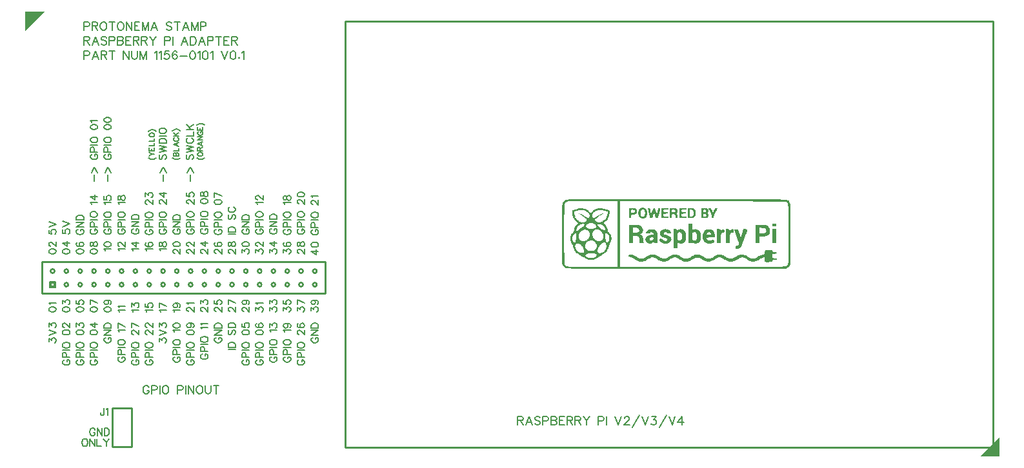
<source format=gto>
G04 Layer: TopSilkscreenLayer*
G04 Panelize: , Column: 2, Row: 2, Board Size: 127.89mm x 58.42mm, Panelized Board Size: 257.78mm x 118.84mm*
G04 EasyEDA v6.5.34, 2023-08-21 18:11:39*
G04 e8c068331ae34e3d8125ef6c1ac767d1,5a6b42c53f6a479593ecc07194224c93,10*
G04 Gerber Generator version 0.2*
G04 Scale: 100 percent, Rotated: No, Reflected: No *
G04 Dimensions in millimeters *
G04 leading zeros omitted , absolute positions ,4 integer and 5 decimal *
%FSLAX45Y45*%
%MOMM*%

%ADD10C,0.1524*%
%ADD11C,0.2540*%
%ADD12C,0.1270*%

%LPD*%
G36*
X9049105Y3377133D02*
G01*
X7867192Y3376929D01*
X7521702Y3376523D01*
X7390587Y3376117D01*
X7299655Y3375609D01*
X7229856Y3374898D01*
X7172909Y3373932D01*
X7138212Y3372815D01*
X7114336Y3371392D01*
X7105192Y3370427D01*
X7097725Y3369106D01*
X7094016Y3367989D01*
X7090968Y3366668D01*
X7084974Y3362807D01*
X7080758Y3359556D01*
X7076490Y3355848D01*
X7072274Y3351834D01*
X7068261Y3347618D01*
X7064552Y3343351D01*
X7061301Y3339134D01*
X7057085Y3332530D01*
X7055713Y3329838D01*
X7053732Y3324351D01*
X7052360Y3318459D01*
X7051243Y3310636D01*
X7050278Y3300323D01*
X7049465Y3286963D01*
X7048246Y3248863D01*
X7047585Y3191916D01*
X7047230Y3111601D01*
X7047077Y2872790D01*
X7075982Y2872790D01*
X7076186Y3134360D01*
X7076592Y3207512D01*
X7077405Y3258108D01*
X7078014Y3276346D01*
X7078776Y3290671D01*
X7079691Y3301644D01*
X7080808Y3309823D01*
X7082078Y3315817D01*
X7083653Y3320186D01*
X7085888Y3324199D01*
X7087971Y3326993D01*
X7091324Y3330752D01*
X7095337Y3334359D01*
X7099858Y3337712D01*
X7104786Y3340862D01*
X7110018Y3343656D01*
X7115403Y3346094D01*
X7120839Y3348126D01*
X7126173Y3349701D01*
X7131354Y3350818D01*
X7136231Y3351326D01*
X7140651Y3351225D01*
X7146645Y3350260D01*
X7164933Y3349701D01*
X7248499Y3348736D01*
X7378395Y3348177D01*
X9087104Y3348024D01*
X9418878Y3347618D01*
X9687255Y3346754D01*
X9783927Y3346196D01*
X9878466Y3345332D01*
X9946487Y3344214D01*
X9977018Y3343249D01*
X9985451Y3342741D01*
X9989312Y3342233D01*
X9992969Y3340252D01*
X9998049Y3337102D01*
X10001656Y3333953D01*
X10003231Y3332073D01*
X10004755Y3329838D01*
X10007447Y3324301D01*
X10009733Y3316833D01*
X10011664Y3307029D01*
X10013289Y3294430D01*
X10014610Y3278632D01*
X10015677Y3259124D01*
X10016490Y3235502D01*
X10017556Y3174085D01*
X10018014Y3090824D01*
X10018014Y2750058D01*
X10017658Y2670352D01*
X10017048Y2611882D01*
X10016032Y2571089D01*
X10015372Y2556205D01*
X10014559Y2544419D01*
X10013594Y2535326D01*
X10012527Y2528417D01*
X10011257Y2523286D01*
X10009835Y2519476D01*
X10003332Y2508250D01*
X10000284Y2504490D01*
X9998659Y2503119D01*
X9996170Y2501493D01*
X9990074Y2498852D01*
X9986568Y2497785D01*
X9978847Y2496058D01*
X9965740Y2494076D01*
X9950450Y2492552D01*
X9931247Y2491232D01*
X9907625Y2490063D01*
X9879076Y2489098D01*
X9845090Y2488285D01*
X9758781Y2487066D01*
X9644684Y2486304D01*
X9467545Y2485898D01*
X7805724Y2485745D01*
X7805724Y3348075D01*
X7776768Y3348075D01*
X7776768Y2485745D01*
X7297420Y2485999D01*
X7254544Y2486253D01*
X7218375Y2486761D01*
X7188352Y2487523D01*
X7163714Y2488590D01*
X7143902Y2489962D01*
X7128306Y2491790D01*
X7116216Y2494026D01*
X7111288Y2495346D01*
X7107021Y2496820D01*
X7103313Y2498394D01*
X7100062Y2500122D01*
X7097268Y2502001D01*
X7094778Y2504033D01*
X7092492Y2506268D01*
X7089444Y2509875D01*
X7085431Y2515362D01*
X7083958Y2518054D01*
X7082586Y2521813D01*
X7081418Y2527046D01*
X7080402Y2534208D01*
X7079488Y2543657D01*
X7078725Y2555900D01*
X7077506Y2590190D01*
X7076744Y2640482D01*
X7076287Y2710027D01*
X7075982Y2872790D01*
X7047077Y2872790D01*
X7047280Y2705557D01*
X7047687Y2631490D01*
X7048500Y2579674D01*
X7049820Y2545588D01*
X7050735Y2533853D01*
X7051802Y2524861D01*
X7053021Y2518054D01*
X7054494Y2512923D01*
X7056170Y2508859D01*
X7058101Y2505405D01*
X7061301Y2500528D01*
X7064552Y2496312D01*
X7068261Y2492044D01*
X7072274Y2487828D01*
X7076490Y2483815D01*
X7080758Y2480106D01*
X7084974Y2476855D01*
X7089698Y2473706D01*
X7092899Y2472080D01*
X7095744Y2471115D01*
X7101941Y2469743D01*
X7113473Y2468372D01*
X7124192Y2467559D01*
X7151319Y2466340D01*
X7191197Y2465324D01*
X7258964Y2464409D01*
X7435697Y2463393D01*
X7621778Y2462987D01*
X7842859Y2462784D01*
X9987483Y2462631D01*
X10006533Y2475636D01*
X10010597Y2478684D01*
X10014813Y2482291D01*
X10019030Y2486355D01*
X10023195Y2490774D01*
X10027107Y2495346D01*
X10030714Y2499969D01*
X10033812Y2504490D01*
X10036352Y2508808D01*
X10038943Y2514549D01*
X10040467Y2519324D01*
X10041737Y2525420D01*
X10042855Y2533396D01*
X10043769Y2543657D01*
X10044582Y2556814D01*
X10045242Y2573274D01*
X10046208Y2618282D01*
X10046766Y2682646D01*
X10047020Y2770428D01*
X10047071Y3309467D01*
X10031730Y3335782D01*
X10030409Y3338626D01*
X10027564Y3347212D01*
X10026243Y3350615D01*
X10025329Y3352393D01*
X10022992Y3355390D01*
X10019995Y3357829D01*
X10015270Y3360369D01*
X10007854Y3362909D01*
X9999980Y3364737D01*
X9990124Y3366414D01*
X9976256Y3368090D01*
X9959136Y3369614D01*
X9933279Y3371240D01*
X9910724Y3372256D01*
X9842703Y3374186D01*
X9767671Y3375355D01*
X9674199Y3376168D01*
X9560204Y3376726D01*
X9273336Y3377133D01*
G37*
G36*
X8100263Y3264763D02*
G01*
X8094065Y3264153D01*
X8087969Y3262884D01*
X8082127Y3260953D01*
X8076641Y3258312D01*
X8071510Y3255264D01*
X8067040Y3252012D01*
X8063128Y3248558D01*
X8059775Y3244850D01*
X8056981Y3240735D01*
X8054644Y3236163D01*
X8052765Y3231083D01*
X8051292Y3225342D01*
X8050225Y3218942D01*
X8049514Y3211779D01*
X8049107Y3203702D01*
X8049012Y3195320D01*
X8077962Y3195320D01*
X8078063Y3203905D01*
X8078470Y3211017D01*
X8079231Y3216910D01*
X8080451Y3221736D01*
X8082127Y3225749D01*
X8084362Y3229152D01*
X8087258Y3232099D01*
X8090814Y3234893D01*
X8099653Y3240938D01*
X8105241Y3243275D01*
X8110524Y3242208D01*
X8118398Y3238195D01*
X8121802Y3235909D01*
X8124799Y3232912D01*
X8127390Y3229305D01*
X8129625Y3225190D01*
X8131505Y3220618D01*
X8132978Y3215640D01*
X8134045Y3210407D01*
X8134807Y3204921D01*
X8135162Y3199282D01*
X8135112Y3193592D01*
X8134756Y3187903D01*
X8133994Y3182315D01*
X8132876Y3176879D01*
X8131403Y3171698D01*
X8129625Y3166872D01*
X8127441Y3162401D01*
X8124901Y3158439D01*
X8122056Y3154984D01*
X8118856Y3152190D01*
X8115300Y3150158D01*
X8109762Y3148126D01*
X8104581Y3147212D01*
X8099806Y3147415D01*
X8095437Y3148736D01*
X8091474Y3151073D01*
X8088020Y3154476D01*
X8085023Y3158896D01*
X8082534Y3164332D01*
X8080552Y3170682D01*
X8079130Y3177997D01*
X8078216Y3186176D01*
X8077962Y3195320D01*
X8049012Y3195320D01*
X8049107Y3185515D01*
X8049564Y3177336D01*
X8050275Y3170021D01*
X8051444Y3163570D01*
X8052968Y3157778D01*
X8054949Y3152698D01*
X8057438Y3148126D01*
X8060486Y3144062D01*
X8064093Y3140354D01*
X8068309Y3136950D01*
X8073237Y3133699D01*
X8078825Y3130600D01*
X8084667Y3128010D01*
X8090712Y3126028D01*
X8096808Y3124809D01*
X8102955Y3124250D01*
X8109102Y3124352D01*
X8115198Y3125114D01*
X8121192Y3126536D01*
X8127034Y3128619D01*
X8132673Y3131312D01*
X8138109Y3134664D01*
X8143189Y3138627D01*
X8147964Y3143199D01*
X8151926Y3147720D01*
X8155127Y3152190D01*
X8157565Y3156864D01*
X8159343Y3162147D01*
X8160613Y3168243D01*
X8161375Y3175558D01*
X8161781Y3184398D01*
X8161934Y3195066D01*
X8161832Y3205937D01*
X8161426Y3214878D01*
X8160613Y3222142D01*
X8159343Y3228187D01*
X8157413Y3233318D01*
X8154822Y3237890D01*
X8151418Y3242310D01*
X8147151Y3246882D01*
X8142274Y3251200D01*
X8136991Y3254908D01*
X8131352Y3258108D01*
X8125409Y3260648D01*
X8119262Y3262629D01*
X8112963Y3263950D01*
X8106613Y3264662D01*
G37*
G36*
X8172450Y3261867D02*
G01*
X8190382Y3180029D01*
X8195716Y3157118D01*
X8197900Y3148736D01*
X8199932Y3142183D01*
X8201863Y3137154D01*
X8203844Y3133547D01*
X8205927Y3131007D01*
X8208213Y3129483D01*
X8210854Y3128619D01*
X8213852Y3128264D01*
X8217408Y3128162D01*
X8222335Y3128365D01*
X8226298Y3129229D01*
X8229549Y3131261D01*
X8232343Y3134766D01*
X8234934Y3140252D01*
X8237575Y3148126D01*
X8240522Y3158794D01*
X8255000Y3217214D01*
X8269579Y3158845D01*
X8272576Y3148228D01*
X8275218Y3140405D01*
X8277809Y3134868D01*
X8280603Y3131312D01*
X8283803Y3129280D01*
X8287664Y3128365D01*
X8292490Y3128162D01*
X8295894Y3128264D01*
X8298789Y3128619D01*
X8301329Y3129432D01*
X8303564Y3130905D01*
X8305596Y3133191D01*
X8307527Y3136493D01*
X8309356Y3140964D01*
X8311286Y3146806D01*
X8315553Y3163366D01*
X8331352Y3231540D01*
X8335975Y3250031D01*
X8337143Y3254044D01*
X8337296Y3257092D01*
X8335264Y3259378D01*
X8331149Y3260801D01*
X8325103Y3261309D01*
X8319820Y3261055D01*
X8315604Y3260039D01*
X8312251Y3257905D01*
X8309457Y3254298D01*
X8307120Y3248863D01*
X8304987Y3241243D01*
X8302853Y3231032D01*
X8299196Y3210610D01*
X8296706Y3198977D01*
X8295487Y3194659D01*
X8294268Y3191306D01*
X8293049Y3188970D01*
X8291779Y3187598D01*
X8290509Y3187242D01*
X8289239Y3187852D01*
X8287867Y3189478D01*
X8286445Y3192068D01*
X8284921Y3195675D01*
X8281670Y3205835D01*
X8274913Y3231997D01*
X8272221Y3241497D01*
X8269782Y3248710D01*
X8267344Y3253994D01*
X8264855Y3257600D01*
X8262061Y3259836D01*
X8258860Y3260953D01*
X8255101Y3261309D01*
X8251291Y3260953D01*
X8248040Y3259734D01*
X8245195Y3257346D01*
X8242553Y3253435D01*
X8239912Y3247694D01*
X8237220Y3239820D01*
X8234172Y3229508D01*
X8218982Y3171596D01*
X8208009Y3228289D01*
X8205673Y3238601D01*
X8203488Y3246323D01*
X8201253Y3251860D01*
X8198713Y3255619D01*
X8195665Y3258007D01*
X8191957Y3259378D01*
X8187334Y3260140D01*
G37*
G36*
X7927340Y3261309D02*
G01*
X7927340Y3218230D01*
X7956346Y3218230D01*
X7956397Y3224936D01*
X7956702Y3229965D01*
X7957566Y3233572D01*
X7959191Y3235909D01*
X7961782Y3237230D01*
X7965643Y3237687D01*
X7970977Y3237585D01*
X7978038Y3237026D01*
X7989062Y3235553D01*
X7995970Y3232962D01*
X7999831Y3228441D01*
X8001711Y3221431D01*
X8002016Y3215792D01*
X8001203Y3210966D01*
X7999272Y3206902D01*
X7996224Y3203600D01*
X7992008Y3201060D01*
X7986623Y3199231D01*
X7980019Y3198114D01*
X7972247Y3197707D01*
X7963662Y3198266D01*
X7958886Y3200958D01*
X7956803Y3207156D01*
X7956346Y3218230D01*
X7927340Y3218230D01*
X7927340Y3128162D01*
X7941868Y3128162D01*
X7949590Y3128873D01*
X7953959Y3131921D01*
X7955889Y3138932D01*
X7956346Y3151327D01*
X7956346Y3158947D01*
X7956702Y3164636D01*
X7957515Y3168751D01*
X7959191Y3171545D01*
X7961833Y3173222D01*
X7965795Y3174085D01*
X7971332Y3174441D01*
X7978698Y3174492D01*
X7986623Y3174847D01*
X7993938Y3175914D01*
X8000746Y3177692D01*
X8006943Y3180130D01*
X8012480Y3183229D01*
X8017408Y3186938D01*
X8021624Y3191256D01*
X8025130Y3196132D01*
X8027924Y3201568D01*
X8029956Y3207512D01*
X8031175Y3213963D01*
X8031632Y3220872D01*
X8031429Y3226460D01*
X8030870Y3231591D01*
X8029905Y3236214D01*
X8028533Y3240379D01*
X8026653Y3244088D01*
X8024317Y3247390D01*
X8021421Y3250285D01*
X8017967Y3252774D01*
X8013903Y3254959D01*
X8009280Y3256737D01*
X8003946Y3258210D01*
X7997952Y3259378D01*
X7991246Y3260242D01*
X7983829Y3260852D01*
X7966608Y3261309D01*
G37*
G36*
X8350148Y3261309D02*
G01*
X8350148Y3128162D01*
X8414613Y3128264D01*
X8426145Y3128467D01*
X8434781Y3129026D01*
X8440877Y3129838D01*
X8444839Y3131159D01*
X8447024Y3132937D01*
X8447786Y3135274D01*
X8447532Y3138322D01*
X8446668Y3141065D01*
X8445093Y3143351D01*
X8442655Y3145231D01*
X8439200Y3146704D01*
X8434628Y3147923D01*
X8428685Y3148838D01*
X8421319Y3149600D01*
X8401558Y3150768D01*
X8393430Y3151479D01*
X8387537Y3152444D01*
X8383524Y3153918D01*
X8381034Y3156102D01*
X8379714Y3159201D01*
X8379206Y3163417D01*
X8379206Y3174492D01*
X8379663Y3178657D01*
X8380831Y3181705D01*
X8383016Y3183737D01*
X8386521Y3185007D01*
X8391652Y3185718D01*
X8423198Y3186430D01*
X8428278Y3187090D01*
X8431936Y3188055D01*
X8434476Y3189528D01*
X8436051Y3191560D01*
X8436813Y3194253D01*
X8437016Y3197606D01*
X8436813Y3201009D01*
X8436051Y3203651D01*
X8434476Y3205683D01*
X8431936Y3207156D01*
X8428278Y3208172D01*
X8423198Y3208782D01*
X8416493Y3209137D01*
X8399119Y3209290D01*
X8392210Y3209544D01*
X8387080Y3210204D01*
X8383524Y3211372D01*
X8381187Y3213100D01*
X8379866Y3215589D01*
X8379256Y3218992D01*
X8379104Y3223361D01*
X8379256Y3227781D01*
X8379968Y3231184D01*
X8381492Y3233775D01*
X8384133Y3235706D01*
X8388248Y3237026D01*
X8394090Y3237992D01*
X8402015Y3238703D01*
X8421319Y3239871D01*
X8428685Y3240582D01*
X8434628Y3241548D01*
X8439200Y3242767D01*
X8442655Y3244240D01*
X8445093Y3246120D01*
X8446668Y3248406D01*
X8447532Y3251149D01*
X8447786Y3254197D01*
X8447024Y3256534D01*
X8444839Y3258312D01*
X8440877Y3259582D01*
X8434781Y3260445D01*
X8426145Y3260953D01*
X8399780Y3261309D01*
G37*
G36*
X8460181Y3261309D02*
G01*
X8460181Y3220770D01*
X8489137Y3220770D01*
X8489696Y3230168D01*
X8492236Y3235401D01*
X8498128Y3237636D01*
X8508796Y3238144D01*
X8517483Y3237534D01*
X8524341Y3235706D01*
X8529218Y3232759D01*
X8532063Y3228746D01*
X8533231Y3223717D01*
X8532876Y3219043D01*
X8531148Y3214725D01*
X8528151Y3210966D01*
X8523986Y3207816D01*
X8518804Y3205480D01*
X8512708Y3203956D01*
X8505799Y3203397D01*
X8497011Y3203956D01*
X8491982Y3206343D01*
X8489696Y3211626D01*
X8489137Y3220770D01*
X8460181Y3220770D01*
X8460181Y3128162D01*
X8479129Y3128314D01*
X8482533Y3128873D01*
X8485073Y3130092D01*
X8486902Y3132226D01*
X8488070Y3135477D01*
X8488730Y3140049D01*
X8489086Y3146247D01*
X8489238Y3162401D01*
X8489543Y3168700D01*
X8490204Y3173323D01*
X8491474Y3176473D01*
X8493506Y3178505D01*
X8496350Y3179673D01*
X8500262Y3180130D01*
X8505342Y3180283D01*
X8512759Y3179826D01*
X8519058Y3178403D01*
X8524240Y3175965D01*
X8528405Y3172510D01*
X8531555Y3167989D01*
X8533790Y3162300D01*
X8535060Y3155391D01*
X8535974Y3137052D01*
X8538159Y3131312D01*
X8543137Y3128772D01*
X8551926Y3128162D01*
X8557310Y3128264D01*
X8561273Y3128619D01*
X8564067Y3129635D01*
X8565743Y3131566D01*
X8566454Y3134766D01*
X8566404Y3139440D01*
X8564372Y3154527D01*
X8562340Y3165246D01*
X8559647Y3175050D01*
X8556701Y3182772D01*
X8553805Y3187395D01*
X8551164Y3191052D01*
X8550706Y3194761D01*
X8552383Y3198977D01*
X8558885Y3207613D01*
X8560765Y3211779D01*
X8561933Y3216351D01*
X8562492Y3221278D01*
X8562390Y3226358D01*
X8561781Y3231540D01*
X8560562Y3236569D01*
X8558784Y3241395D01*
X8556548Y3245815D01*
X8553805Y3249777D01*
X8550605Y3253028D01*
X8546947Y3255568D01*
X8544052Y3256686D01*
X8539784Y3257753D01*
X8534450Y3258769D01*
X8521293Y3260293D01*
X8513826Y3260852D01*
X8498230Y3261309D01*
G37*
G36*
X8587587Y3261309D02*
G01*
X8587587Y3128162D01*
X8648141Y3128213D01*
X8659114Y3128467D01*
X8667242Y3129026D01*
X8673033Y3129991D01*
X8676792Y3131413D01*
X8679027Y3133445D01*
X8680043Y3136188D01*
X8680246Y3139744D01*
X8680043Y3143148D01*
X8679230Y3145840D01*
X8677554Y3147872D01*
X8674862Y3149346D01*
X8670798Y3150362D01*
X8665210Y3150971D01*
X8630158Y3151632D01*
X8624468Y3152292D01*
X8620658Y3153562D01*
X8618321Y3155645D01*
X8617102Y3158744D01*
X8616645Y3163011D01*
X8616645Y3174288D01*
X8617102Y3178556D01*
X8618270Y3181654D01*
X8620404Y3183737D01*
X8623909Y3185007D01*
X8629040Y3185718D01*
X8636152Y3186023D01*
X8653983Y3186125D01*
X8660638Y3186430D01*
X8665718Y3187090D01*
X8669426Y3188055D01*
X8671915Y3189528D01*
X8673490Y3191560D01*
X8674252Y3194253D01*
X8674455Y3197606D01*
X8674252Y3201009D01*
X8673490Y3203651D01*
X8671915Y3205683D01*
X8669426Y3207156D01*
X8665718Y3208172D01*
X8660638Y3208782D01*
X8653983Y3209137D01*
X8636508Y3209290D01*
X8629599Y3209544D01*
X8624468Y3210204D01*
X8620912Y3211372D01*
X8618575Y3213150D01*
X8617305Y3215690D01*
X8616696Y3219145D01*
X8616543Y3223666D01*
X8616696Y3228238D01*
X8617305Y3231692D01*
X8618677Y3234232D01*
X8621217Y3236010D01*
X8625128Y3237179D01*
X8630716Y3237788D01*
X8638387Y3238093D01*
X8657844Y3238195D01*
X8665210Y3238500D01*
X8670798Y3239109D01*
X8674862Y3240125D01*
X8677554Y3241598D01*
X8679230Y3243630D01*
X8680043Y3246272D01*
X8680246Y3249726D01*
X8680043Y3253232D01*
X8679027Y3255975D01*
X8676792Y3258058D01*
X8673033Y3259480D01*
X8667242Y3260445D01*
X8659114Y3260953D01*
X8633917Y3261309D01*
G37*
G36*
X8697620Y3261309D02*
G01*
X8697620Y3238144D01*
X8743797Y3238144D01*
X8751519Y3237382D01*
X8758072Y3235248D01*
X8763254Y3231743D01*
X8766962Y3226968D01*
X8769248Y3220923D01*
X8771178Y3212846D01*
X8772448Y3203752D01*
X8772956Y3194710D01*
X8772753Y3187496D01*
X8772194Y3180994D01*
X8771229Y3175152D01*
X8769908Y3170021D01*
X8768130Y3165500D01*
X8765997Y3161639D01*
X8763406Y3158439D01*
X8760409Y3155848D01*
X8756904Y3153867D01*
X8752992Y3152444D01*
X8748623Y3151581D01*
X8743797Y3151327D01*
X8726627Y3151327D01*
X8726627Y3238144D01*
X8697620Y3238144D01*
X8697620Y3128162D01*
X8743391Y3128264D01*
X8752027Y3128721D01*
X8759088Y3129584D01*
X8764981Y3131007D01*
X8770112Y3133140D01*
X8774887Y3136138D01*
X8779713Y3140049D01*
X8784945Y3145078D01*
X8789924Y3150260D01*
X8793835Y3155035D01*
X8796782Y3159760D01*
X8798966Y3164738D01*
X8800439Y3170377D01*
X8801303Y3177032D01*
X8801760Y3185058D01*
X8801912Y3194710D01*
X8801760Y3204413D01*
X8801303Y3212439D01*
X8800439Y3219043D01*
X8798966Y3224682D01*
X8796782Y3229711D01*
X8793835Y3234385D01*
X8789924Y3239160D01*
X8784945Y3244392D01*
X8779713Y3249422D01*
X8774887Y3253333D01*
X8770112Y3256330D01*
X8764981Y3258464D01*
X8759088Y3259886D01*
X8752027Y3260750D01*
X8743391Y3261156D01*
G37*
G36*
X8871407Y3261309D02*
G01*
X8871407Y3223666D01*
X8900363Y3223666D01*
X8901023Y3231083D01*
X8903512Y3235502D01*
X8908846Y3237585D01*
X8917736Y3238144D01*
X8926626Y3237585D01*
X8931910Y3235502D01*
X8934450Y3231083D01*
X8935110Y3223666D01*
X8934450Y3216249D01*
X8931910Y3211830D01*
X8926626Y3209747D01*
X8917736Y3209188D01*
X8908846Y3209747D01*
X8903512Y3211830D01*
X8901023Y3216249D01*
X8900363Y3223666D01*
X8871407Y3223666D01*
X8871407Y3169056D01*
X8900363Y3169056D01*
X8900820Y3178759D01*
X8903208Y3183839D01*
X8908846Y3185515D01*
X8919159Y3184956D01*
X8928811Y3183432D01*
X8934805Y3180486D01*
X8938158Y3175406D01*
X8939834Y3167227D01*
X8940292Y3158540D01*
X8938209Y3153765D01*
X8932265Y3151733D01*
X8920988Y3151327D01*
X8909710Y3151784D01*
X8903462Y3154019D01*
X8900871Y3159353D01*
X8900363Y3169056D01*
X8871407Y3169056D01*
X8871407Y3128162D01*
X8921597Y3128314D01*
X8930538Y3128670D01*
X8938006Y3129330D01*
X8944152Y3130296D01*
X8949182Y3131667D01*
X8953296Y3133445D01*
X8956649Y3135630D01*
X8959392Y3138322D01*
X8964320Y3144570D01*
X8968079Y3150565D01*
X8970721Y3156407D01*
X8972245Y3162046D01*
X8972600Y3167583D01*
X8971889Y3173018D01*
X8970060Y3178403D01*
X8963304Y3190748D01*
X8961526Y3197402D01*
X8961780Y3204210D01*
X8965844Y3218637D01*
X8966454Y3225647D01*
X8965996Y3232607D01*
X8964472Y3239312D01*
X8961983Y3245408D01*
X8958580Y3250692D01*
X8954414Y3254806D01*
X8949537Y3257600D01*
X8946896Y3258362D01*
X8938310Y3259683D01*
X8926423Y3260648D01*
X8912758Y3261207D01*
G37*
G36*
X8984386Y3261309D02*
G01*
X8978747Y3261004D01*
X8974124Y3260191D01*
X8970975Y3258972D01*
X8969857Y3257499D01*
X8971432Y3253181D01*
X8975801Y3244189D01*
X8982252Y3231845D01*
X8996832Y3204921D01*
X9002014Y3193694D01*
X9005874Y3183432D01*
X9008465Y3173780D01*
X9009938Y3164332D01*
X9010294Y3159556D01*
X9010446Y3146552D01*
X9010802Y3140252D01*
X9011462Y3135579D01*
X9012631Y3132277D01*
X9014409Y3130143D01*
X9017000Y3128873D01*
X9020403Y3128314D01*
X9024874Y3128162D01*
X9032544Y3128873D01*
X9036913Y3131718D01*
X9038894Y3138068D01*
X9039504Y3152749D01*
X9040012Y3156661D01*
X9041993Y3165500D01*
X9043466Y3170377D01*
X9047378Y3180994D01*
X9052560Y3192678D01*
X9058910Y3205378D01*
X9075420Y3236112D01*
X9081719Y3248456D01*
X9085224Y3256076D01*
X9085681Y3257651D01*
X9084513Y3259074D01*
X9081414Y3260242D01*
X9076791Y3261004D01*
X9071152Y3261309D01*
X9067088Y3261004D01*
X9063431Y3260090D01*
X9060078Y3258464D01*
X9056979Y3255975D01*
X9053880Y3252520D01*
X9050782Y3247999D01*
X9047480Y3242259D01*
X9038742Y3225139D01*
X9033967Y3216859D01*
X9030106Y3211271D01*
X9027769Y3209188D01*
X9025432Y3211271D01*
X9021572Y3216859D01*
X9016796Y3225139D01*
X9008059Y3242259D01*
X9004757Y3247999D01*
X9001658Y3252520D01*
X8998559Y3255975D01*
X8995410Y3258464D01*
X8992108Y3260090D01*
X8988450Y3261004D01*
G37*
G36*
X7305141Y3258616D02*
G01*
X7296353Y3258058D01*
X7283805Y3256432D01*
X7269073Y3253892D01*
X7247940Y3249523D01*
X7225792Y3244646D01*
X7209028Y3240430D01*
X7196937Y3236569D01*
X7192365Y3234639D01*
X7188708Y3232658D01*
X7185812Y3230524D01*
X7183628Y3228289D01*
X7182053Y3225901D01*
X7180935Y3223209D01*
X7180224Y3220262D01*
X7179767Y3216960D01*
X7179360Y3206750D01*
X7179259Y3195370D01*
X7179524Y3188665D01*
X7206386Y3188665D01*
X7206437Y3191002D01*
X7208520Y3191814D01*
X7211415Y3192424D01*
X7212482Y3194405D01*
X7211771Y3198012D01*
X7206437Y3209544D01*
X7206589Y3212998D01*
X7210298Y3214624D01*
X7224268Y3215436D01*
X7228230Y3216656D01*
X7229754Y3218789D01*
X7228027Y3224530D01*
X7229957Y3225952D01*
X7234936Y3226003D01*
X7250633Y3223615D01*
X7256373Y3223666D01*
X7260031Y3224834D01*
X7261352Y3227070D01*
X7262215Y3229203D01*
X7264653Y3230321D01*
X7268362Y3230422D01*
X7277608Y3228441D01*
X7281265Y3228594D01*
X7283653Y3229864D01*
X7284516Y3232150D01*
X7285126Y3234740D01*
X7287158Y3235655D01*
X7290765Y3234842D01*
X7301484Y3229813D01*
X7305040Y3229051D01*
X7307072Y3230067D01*
X7308088Y3235604D01*
X7309561Y3236518D01*
X7312152Y3235452D01*
X7316114Y3232556D01*
X7319873Y3230168D01*
X7323886Y3228746D01*
X7327696Y3228492D01*
X7333945Y3230422D01*
X7337755Y3230168D01*
X7341768Y3228746D01*
X7345578Y3226358D01*
X7348829Y3223971D01*
X7351522Y3222752D01*
X7353350Y3222650D01*
X7354011Y3223869D01*
X7354976Y3224733D01*
X7357567Y3223818D01*
X7361428Y3221278D01*
X7371181Y3213303D01*
X7375702Y3210407D01*
X7379309Y3208934D01*
X7383830Y3209391D01*
X7387183Y3207004D01*
X7391196Y3202635D01*
X7395514Y3196793D01*
X7399781Y3189884D01*
X7403744Y3182518D01*
X7406944Y3175152D01*
X7409129Y3168345D01*
X7409863Y3161995D01*
X7443114Y3161995D01*
X7443520Y3166160D01*
X7444536Y3170580D01*
X7446111Y3175457D01*
X7448245Y3180943D01*
X7451648Y3188004D01*
X7455814Y3194964D01*
X7460335Y3201416D01*
X7464856Y3207004D01*
X7469022Y3211271D01*
X7472425Y3213760D01*
X7474762Y3214116D01*
X7475626Y3211880D01*
X7476540Y3210966D01*
X7479030Y3211830D01*
X7482687Y3214166D01*
X7491679Y3221583D01*
X7495387Y3223971D01*
X7497876Y3224784D01*
X7498791Y3223869D01*
X7499400Y3222650D01*
X7501128Y3222599D01*
X7503668Y3223768D01*
X7506716Y3225952D01*
X7510525Y3228238D01*
X7514945Y3229610D01*
X7519466Y3229965D01*
X7527340Y3228441D01*
X7531100Y3228949D01*
X7534452Y3230524D01*
X7536891Y3233115D01*
X7539177Y3236264D01*
X7540955Y3237331D01*
X7542428Y3236468D01*
X7543749Y3233572D01*
X7545425Y3230727D01*
X7548067Y3229610D01*
X7551928Y3230219D01*
X7562189Y3234944D01*
X7565644Y3235655D01*
X7567625Y3234740D01*
X7568285Y3232150D01*
X7569149Y3229864D01*
X7571536Y3228594D01*
X7575194Y3228441D01*
X7584440Y3230422D01*
X7588097Y3230321D01*
X7590536Y3229203D01*
X7591450Y3227070D01*
X7592720Y3224834D01*
X7596428Y3223666D01*
X7602169Y3223615D01*
X7617866Y3226003D01*
X7622794Y3225952D01*
X7624724Y3224530D01*
X7622946Y3218789D01*
X7624267Y3216706D01*
X7627721Y3215436D01*
X7639812Y3214370D01*
X7643875Y3212185D01*
X7645908Y3208070D01*
X7646263Y3201670D01*
X7645755Y3195980D01*
X7644688Y3190392D01*
X7643317Y3185464D01*
X7641691Y3181959D01*
X7640472Y3178708D01*
X7639964Y3174695D01*
X7640218Y3170377D01*
X7642148Y3162655D01*
X7641793Y3159709D01*
X7640320Y3157829D01*
X7635290Y3156407D01*
X7633766Y3154527D01*
X7633360Y3151733D01*
X7634884Y3144418D01*
X7634122Y3140913D01*
X7632141Y3138017D01*
X7628991Y3136036D01*
X7625638Y3134258D01*
X7622946Y3131972D01*
X7621066Y3129432D01*
X7619339Y3123031D01*
X7616393Y3118104D01*
X7612075Y3112617D01*
X7606893Y3107080D01*
X7601254Y3101898D01*
X7595717Y3097631D01*
X7590739Y3094685D01*
X7586776Y3093567D01*
X7584084Y3093059D01*
X7582458Y3091789D01*
X7581950Y3089910D01*
X7582763Y3087674D01*
X7583068Y3085388D01*
X7581036Y3083560D01*
X7577124Y3082340D01*
X7565745Y3081426D01*
X7561072Y3080156D01*
X7557871Y3078327D01*
X7556703Y3076092D01*
X7556042Y3073400D01*
X7554163Y3071418D01*
X7551216Y3070148D01*
X7547305Y3069488D01*
X7542682Y3069437D01*
X7537450Y3069996D01*
X7531709Y3071012D01*
X7525715Y3072536D01*
X7519517Y3074466D01*
X7513370Y3076803D01*
X7507325Y3079445D01*
X7501585Y3082442D01*
X7496352Y3085642D01*
X7491679Y3089097D01*
X7487767Y3092704D01*
X7484770Y3096412D01*
X7482027Y3100832D01*
X7480249Y3104489D01*
X7479588Y3107740D01*
X7480249Y3110890D01*
X7482331Y3114294D01*
X7485989Y3118307D01*
X7491323Y3123285D01*
X7501991Y3132378D01*
X7510373Y3138830D01*
X7520381Y3146044D01*
X7531353Y3153562D01*
X7542733Y3161030D01*
X7553909Y3167989D01*
X7580477Y3183890D01*
X7590739Y3190494D01*
X7596479Y3194558D01*
X7597241Y3195421D01*
X7596733Y3195777D01*
X7595311Y3195675D01*
X7589926Y3193999D01*
X7581696Y3190748D01*
X7559344Y3180638D01*
X7546390Y3174390D01*
X7520279Y3160928D01*
X7508290Y3154324D01*
X7484770Y3140456D01*
X7473137Y3134055D01*
X7464298Y3129737D01*
X7461351Y3128568D01*
X7459522Y3128162D01*
X7456779Y3129483D01*
X7453477Y3133039D01*
X7450074Y3138322D01*
X7446975Y3144774D01*
X7445197Y3149498D01*
X7443927Y3153816D01*
X7443266Y3157931D01*
X7443114Y3161995D01*
X7409863Y3161995D01*
X7409992Y3160877D01*
X7408976Y3153664D01*
X7406081Y3146552D01*
X7401204Y3139389D01*
X7389774Y3125266D01*
X7369556Y3140049D01*
X7360818Y3145637D01*
X7350099Y3151886D01*
X7324902Y3165500D01*
X7298436Y3178657D01*
X7286142Y3184398D01*
X7275169Y3189224D01*
X7266127Y3192830D01*
X7259574Y3195015D01*
X7257389Y3195472D01*
X7256018Y3195472D01*
X7255560Y3194913D01*
X7256272Y3194100D01*
X7261758Y3190290D01*
X7271512Y3184245D01*
X7296861Y3169564D01*
X7307732Y3162960D01*
X7318959Y3155746D01*
X7329931Y3148228D01*
X7340142Y3140913D01*
X7348880Y3134156D01*
X7359599Y3124860D01*
X7365085Y3119678D01*
X7369048Y3115360D01*
X7371638Y3111652D01*
X7373010Y3108299D01*
X7373264Y3105099D01*
X7372502Y3101848D01*
X7370876Y3098342D01*
X7368286Y3094634D01*
X7364628Y3090976D01*
X7360005Y3087471D01*
X7354722Y3084118D01*
X7348829Y3081020D01*
X7342530Y3078175D01*
X7336028Y3075635D01*
X7329474Y3073501D01*
X7323074Y3071774D01*
X7316927Y3070555D01*
X7311288Y3069844D01*
X7306259Y3069742D01*
X7302093Y3070250D01*
X7298842Y3071418D01*
X7296810Y3073349D01*
X7296099Y3076092D01*
X7294930Y3078327D01*
X7291730Y3080156D01*
X7287006Y3081426D01*
X7275677Y3082340D01*
X7271715Y3083560D01*
X7269734Y3085388D01*
X7270038Y3087674D01*
X7270800Y3089910D01*
X7270292Y3091789D01*
X7268667Y3093059D01*
X7266025Y3093567D01*
X7262266Y3094634D01*
X7257389Y3097530D01*
X7251852Y3101746D01*
X7246213Y3106775D01*
X7240930Y3112109D01*
X7236510Y3117342D01*
X7233513Y3121964D01*
X7231583Y3127756D01*
X7229398Y3130753D01*
X7226147Y3134156D01*
X7217918Y3141116D01*
X7216140Y3143504D01*
X7216952Y3144875D01*
X7223658Y3145993D01*
X7224420Y3147974D01*
X7222540Y3151530D01*
X7213600Y3162350D01*
X7211720Y3165906D01*
X7212177Y3167989D01*
X7217816Y3169361D01*
X7218273Y3171444D01*
X7216394Y3175050D01*
X7208316Y3185007D01*
X7206386Y3188665D01*
X7179524Y3188665D01*
X7180224Y3181197D01*
X7181951Y3172460D01*
X7184847Y3163214D01*
X7189063Y3152648D01*
X7194854Y3139948D01*
X7202424Y3124250D01*
X7204760Y3120085D01*
X7207859Y3115411D01*
X7211669Y3110280D01*
X7220712Y3099511D01*
X7230872Y3089148D01*
X7236002Y3084474D01*
X7260539Y3063138D01*
X7243368Y3048660D01*
X7238288Y3044139D01*
X7233615Y3039516D01*
X7229398Y3034741D01*
X7225538Y3029813D01*
X7222032Y3024581D01*
X7218934Y3019145D01*
X7216140Y3013354D01*
X7213650Y3007207D01*
X7211466Y3000705D01*
X7209536Y2993745D01*
X7207808Y2986278D01*
X7205065Y2971952D01*
X7202863Y2964586D01*
X7234224Y2964586D01*
X7234428Y2970580D01*
X7235596Y2978505D01*
X7237679Y2987548D01*
X7239660Y2993593D01*
X7242251Y2999638D01*
X7245350Y3005632D01*
X7249007Y3011525D01*
X7253122Y3017164D01*
X7257643Y3022600D01*
X7262520Y3027680D01*
X7267702Y3032404D01*
X7273137Y3036722D01*
X7278725Y3040532D01*
X7284466Y3043783D01*
X7290308Y3046476D01*
X7298436Y3049117D01*
X7307072Y3050997D01*
X7315809Y3052114D01*
X7324039Y3052419D01*
X7331303Y3051962D01*
X7337145Y3050743D01*
X7341006Y3048762D01*
X7342428Y3046069D01*
X7341920Y3043682D01*
X7340498Y3040684D01*
X7338161Y3037230D01*
X7335113Y3033369D01*
X7331354Y3029051D01*
X7325948Y3023463D01*
X7363561Y3023463D01*
X7363917Y3026918D01*
X7364730Y3030321D01*
X7366050Y3033674D01*
X7367778Y3036925D01*
X7369962Y3040126D01*
X7372553Y3043174D01*
X7375499Y3046120D01*
X7382459Y3051505D01*
X7386370Y3053943D01*
X7390587Y3056178D01*
X7395006Y3058160D01*
X7399680Y3059938D01*
X7404506Y3061462D01*
X7409535Y3062732D01*
X7414666Y3063697D01*
X7419949Y3064357D01*
X7425283Y3064662D01*
X7430719Y3064662D01*
X7436154Y3064306D01*
X7441590Y3063544D01*
X7446975Y3062376D01*
X7452359Y3060852D01*
X7457694Y3058871D01*
X7462875Y3056432D01*
X7468717Y3053232D01*
X7473950Y3049981D01*
X7478674Y3046679D01*
X7482953Y3043224D01*
X7513167Y3043224D01*
X7514081Y3045409D01*
X7516164Y3047238D01*
X7519517Y3048812D01*
X7523632Y3049828D01*
X7528458Y3050336D01*
X7533792Y3050387D01*
X7539532Y3049930D01*
X7545527Y3049066D01*
X7551674Y3047796D01*
X7557820Y3046171D01*
X7563815Y3044139D01*
X7569504Y3041802D01*
X7574788Y3039110D01*
X7579512Y3036112D01*
X7584592Y3032302D01*
X7589316Y3028289D01*
X7593736Y3023971D01*
X7597800Y3019450D01*
X7601508Y3014726D01*
X7604912Y3009747D01*
X7607960Y3004566D01*
X7610703Y2999130D01*
X7613040Y2993542D01*
X7615072Y2987700D01*
X7616698Y2981655D01*
X7618018Y2975457D01*
X7621981Y2952902D01*
X7593482Y2968904D01*
X7584948Y2974543D01*
X7575194Y2981604D01*
X7564831Y2989630D01*
X7554417Y2998216D01*
X7544511Y3006902D01*
X7530998Y3019653D01*
X7524038Y3026664D01*
X7518908Y3032302D01*
X7515504Y3036824D01*
X7513624Y3040430D01*
X7513167Y3043224D01*
X7482953Y3043224D01*
X7486345Y3040075D01*
X7489342Y3036722D01*
X7491831Y3033420D01*
X7493762Y3030118D01*
X7495133Y3026867D01*
X7495997Y3023616D01*
X7496352Y3020466D01*
X7496200Y3017418D01*
X7495540Y3014421D01*
X7494371Y3011525D01*
X7492695Y3008731D01*
X7490561Y3006090D01*
X7487920Y3003550D01*
X7484821Y3001213D01*
X7481214Y2998978D01*
X7477201Y2996946D01*
X7472680Y2995117D01*
X7467752Y2993491D01*
X7462367Y2992018D01*
X7456525Y2990850D01*
X7450277Y2989884D01*
X7443571Y2989122D01*
X7436459Y2988665D01*
X7428941Y2988513D01*
X7419492Y2988614D01*
X7411161Y2989021D01*
X7403846Y2989732D01*
X7397445Y2990850D01*
X7391755Y2992374D01*
X7386675Y2994304D01*
X7382052Y2996692D01*
X7377734Y2999536D01*
X7373772Y3002838D01*
X7370521Y3006140D01*
X7367879Y3009595D01*
X7365949Y3012998D01*
X7364577Y3016504D01*
X7363815Y3019958D01*
X7363561Y3023463D01*
X7325948Y3023463D01*
X7316673Y3014624D01*
X7304887Y3004312D01*
X7292289Y2993999D01*
X7279436Y2984246D01*
X7267092Y2975559D01*
X7255814Y2968396D01*
X7250785Y2965551D01*
X7246315Y2963316D01*
X7242403Y2961741D01*
X7239203Y2960827D01*
X7236714Y2960725D01*
X7235139Y2961436D01*
X7234224Y2964586D01*
X7202863Y2964586D01*
X7201153Y2960014D01*
X7198512Y2954477D01*
X7195464Y2949092D01*
X7191857Y2943910D01*
X7187793Y2938881D01*
X7179208Y2929737D01*
X7175550Y2925318D01*
X7172198Y2920695D01*
X7169099Y2915920D01*
X7166305Y2910941D01*
X7163765Y2905861D01*
X7161580Y2900629D01*
X7159650Y2895295D01*
X7158075Y2889859D01*
X7156754Y2884322D01*
X7155738Y2878734D01*
X7155027Y2873095D01*
X7154559Y2863951D01*
X7181748Y2863951D01*
X7182002Y2870403D01*
X7182815Y2876651D01*
X7184339Y2882798D01*
X7186675Y2889097D01*
X7189622Y2895498D01*
X7193127Y2901746D01*
X7197039Y2907741D01*
X7201204Y2913329D01*
X7205573Y2918358D01*
X7209993Y2922727D01*
X7214362Y2926232D01*
X7218527Y2928721D01*
X7222439Y2930093D01*
X7225893Y2930194D01*
X7228331Y2929331D01*
X7230364Y2927756D01*
X7232142Y2925318D01*
X7233564Y2921965D01*
X7234783Y2917647D01*
X7235698Y2912160D01*
X7236459Y2905556D01*
X7237018Y2897632D01*
X7237171Y2891637D01*
X7237059Y2886964D01*
X7265517Y2886964D01*
X7265771Y2896616D01*
X7266279Y2901442D01*
X7268209Y2911195D01*
X7269632Y2916021D01*
X7271308Y2920796D01*
X7273290Y2925521D01*
X7278116Y2934716D01*
X7280960Y2939135D01*
X7284110Y2943402D01*
X7287564Y2947568D01*
X7291324Y2951530D01*
X7295388Y2955340D01*
X7299756Y2958947D01*
X7304430Y2962300D01*
X7309408Y2965450D01*
X7314641Y2968345D01*
X7320635Y2970987D01*
X7327036Y2973019D01*
X7333691Y2974441D01*
X7340600Y2975305D01*
X7347559Y2975660D01*
X7354519Y2975406D01*
X7361275Y2974594D01*
X7367828Y2973273D01*
X7374026Y2971444D01*
X7379716Y2969056D01*
X7384846Y2966161D01*
X7389266Y2962757D01*
X7393025Y2959049D01*
X7396378Y2955137D01*
X7399375Y2951022D01*
X7401966Y2946704D01*
X7404150Y2942285D01*
X7405979Y2937662D01*
X7407452Y2932938D01*
X7408570Y2928112D01*
X7409332Y2923235D01*
X7409789Y2918256D01*
X7409874Y2914040D01*
X7445857Y2914040D01*
X7445908Y2918968D01*
X7446314Y2923844D01*
X7447025Y2928670D01*
X7448092Y2933446D01*
X7449464Y2938119D01*
X7451191Y2942742D01*
X7453274Y2947212D01*
X7455662Y2951581D01*
X7458456Y2955798D01*
X7461656Y2959912D01*
X7466177Y2965043D01*
X7470394Y2969107D01*
X7474508Y2972206D01*
X7478826Y2974492D01*
X7483602Y2976067D01*
X7489139Y2977032D01*
X7495743Y2977540D01*
X7503668Y2977692D01*
X7509916Y2977489D01*
X7516164Y2976880D01*
X7522362Y2975914D01*
X7528356Y2974594D01*
X7534148Y2972968D01*
X7539634Y2971038D01*
X7544663Y2968802D01*
X7549235Y2966313D01*
X7553096Y2963672D01*
X7557008Y2960522D01*
X7560818Y2956915D01*
X7564577Y2952902D01*
X7568184Y2948533D01*
X7571689Y2943860D01*
X7574991Y2938983D01*
X7580985Y2928721D01*
X7585811Y2918206D01*
X7587742Y2912973D01*
X7589316Y2907893D01*
X7590485Y2902915D01*
X7591051Y2899156D01*
X7614716Y2899156D01*
X7614970Y2910586D01*
X7615834Y2919780D01*
X7616545Y2923286D01*
X7617409Y2925876D01*
X7618475Y2927553D01*
X7621574Y2929940D01*
X7624978Y2931109D01*
X7628636Y2931160D01*
X7632598Y2930042D01*
X7636916Y2927705D01*
X7641488Y2924200D01*
X7646466Y2919476D01*
X7651750Y2913583D01*
X7655255Y2908909D01*
X7658303Y2903728D01*
X7660944Y2898140D01*
X7663129Y2892196D01*
X7664907Y2885948D01*
X7666228Y2879547D01*
X7667091Y2872943D01*
X7667498Y2866288D01*
X7667498Y2859684D01*
X7666990Y2853080D01*
X7666075Y2846679D01*
X7664703Y2840431D01*
X7662875Y2834487D01*
X7660538Y2828950D01*
X7657795Y2823768D01*
X7654544Y2819095D01*
X7650886Y2814777D01*
X7647381Y2811576D01*
X7644130Y2809392D01*
X7641081Y2808376D01*
X7638186Y2808478D01*
X7635443Y2809697D01*
X7632852Y2812034D01*
X7630363Y2815590D01*
X7627924Y2820263D01*
X7625588Y2826156D01*
X7623302Y2833217D01*
X7619796Y2847086D01*
X7617663Y2859430D01*
X7616088Y2872740D01*
X7615123Y2886252D01*
X7614716Y2899156D01*
X7591051Y2899156D01*
X7591450Y2893720D01*
X7591094Y2887065D01*
X7590129Y2880614D01*
X7588503Y2874314D01*
X7586319Y2868218D01*
X7583576Y2862427D01*
X7580325Y2856941D01*
X7576616Y2851810D01*
X7572502Y2847035D01*
X7567930Y2842717D01*
X7563002Y2838805D01*
X7557770Y2835452D01*
X7552181Y2832608D01*
X7546390Y2830322D01*
X7540396Y2828594D01*
X7534148Y2827578D01*
X7527798Y2827223D01*
X7522514Y2827426D01*
X7517282Y2827985D01*
X7512253Y2828950D01*
X7507274Y2830220D01*
X7502448Y2831795D01*
X7497775Y2833725D01*
X7493253Y2835960D01*
X7488885Y2838450D01*
X7484668Y2841244D01*
X7480655Y2844241D01*
X7476794Y2847492D01*
X7469631Y2854655D01*
X7466380Y2858516D01*
X7460488Y2866796D01*
X7457846Y2871114D01*
X7453375Y2880156D01*
X7449820Y2889605D01*
X7447381Y2899308D01*
X7446568Y2904185D01*
X7446060Y2909112D01*
X7445857Y2914040D01*
X7409874Y2914040D01*
X7409637Y2908147D01*
X7409078Y2903067D01*
X7408265Y2898038D01*
X7407097Y2892958D01*
X7405674Y2887980D01*
X7403947Y2883052D01*
X7399680Y2873400D01*
X7397140Y2868777D01*
X7391349Y2859887D01*
X7388098Y2855671D01*
X7384643Y2851708D01*
X7380935Y2847898D01*
X7377023Y2844292D01*
X7372908Y2840990D01*
X7368590Y2837891D01*
X7364120Y2835097D01*
X7359446Y2832608D01*
X7354570Y2830423D01*
X7349591Y2828594D01*
X7344409Y2827070D01*
X7339126Y2825953D01*
X7333691Y2825191D01*
X7328103Y2824886D01*
X7322566Y2824988D01*
X7317282Y2825445D01*
X7312202Y2826308D01*
X7307376Y2827528D01*
X7302855Y2829052D01*
X7298537Y2830931D01*
X7294473Y2833166D01*
X7290714Y2835656D01*
X7287158Y2838399D01*
X7283907Y2841447D01*
X7280859Y2844698D01*
X7278116Y2848203D01*
X7275626Y2851912D01*
X7273442Y2855772D01*
X7271461Y2859836D01*
X7269784Y2864053D01*
X7267244Y2872892D01*
X7265822Y2882188D01*
X7265517Y2886964D01*
X7237059Y2886964D01*
X7236561Y2878480D01*
X7234783Y2864358D01*
X7232091Y2850083D01*
X7228738Y2836570D01*
X7224826Y2824530D01*
X7222794Y2819349D01*
X7220661Y2814878D01*
X7218527Y2811170D01*
X7216394Y2808376D01*
X7214311Y2806547D01*
X7211212Y2805328D01*
X7208062Y2805379D01*
X7204913Y2806547D01*
X7201712Y2808782D01*
X7198614Y2811881D01*
X7195667Y2815844D01*
X7192822Y2820466D01*
X7190231Y2825750D01*
X7187895Y2831490D01*
X7185863Y2837637D01*
X7184186Y2844038D01*
X7182916Y2850642D01*
X7182053Y2857296D01*
X7181748Y2863951D01*
X7154559Y2863951D01*
X7154773Y2856026D01*
X7155281Y2850337D01*
X7156094Y2844698D01*
X7157262Y2839059D01*
X7158736Y2833522D01*
X7160514Y2828086D01*
X7162596Y2822702D01*
X7164984Y2817418D01*
X7167727Y2812288D01*
X7172706Y2804007D01*
X7177481Y2793644D01*
X7182967Y2779776D01*
X7188453Y2764129D01*
X7219848Y2764028D01*
X7220254Y2768854D01*
X7221118Y2773476D01*
X7222540Y2777845D01*
X7224420Y2781909D01*
X7226909Y2785719D01*
X7229906Y2789224D01*
X7234732Y2793339D01*
X7239711Y2796082D01*
X7245045Y2797505D01*
X7250836Y2797505D01*
X7257288Y2796133D01*
X7264552Y2793288D01*
X7272781Y2789021D01*
X7282129Y2783332D01*
X7287463Y2779725D01*
X7297318Y2772003D01*
X7301839Y2767888D01*
X7309089Y2760319D01*
X7350404Y2760319D01*
X7350404Y2764790D01*
X7350759Y2769362D01*
X7351471Y2774035D01*
X7352487Y2778810D01*
X7353909Y2783636D01*
X7356144Y2789580D01*
X7358634Y2795117D01*
X7361478Y2800350D01*
X7364679Y2805125D01*
X7368133Y2809544D01*
X7371943Y2813608D01*
X7376109Y2817266D01*
X7380579Y2820568D01*
X7385354Y2823464D01*
X7390434Y2826004D01*
X7395819Y2828137D01*
X7401559Y2829915D01*
X7407554Y2831236D01*
X7413904Y2832252D01*
X7420559Y2832811D01*
X7427518Y2833014D01*
X7437475Y2832912D01*
X7445603Y2832404D01*
X7452309Y2831388D01*
X7458100Y2829560D01*
X7463536Y2826766D01*
X7468971Y2822803D01*
X7475016Y2817469D01*
X7482078Y2810560D01*
X7486751Y2805684D01*
X7490815Y2800858D01*
X7494422Y2796032D01*
X7497419Y2791256D01*
X7499959Y2786481D01*
X7501940Y2781706D01*
X7503414Y2776880D01*
X7504328Y2772003D01*
X7504734Y2767126D01*
X7504633Y2762199D01*
X7504023Y2757170D01*
X7502906Y2752039D01*
X7501229Y2746857D01*
X7499096Y2741574D01*
X7496403Y2736138D01*
X7493253Y2730550D01*
X7490409Y2726283D01*
X7487412Y2722270D01*
X7484211Y2718562D01*
X7480858Y2715107D01*
X7473696Y2709113D01*
X7469886Y2706573D01*
X7465974Y2704287D01*
X7457897Y2700477D01*
X7450644Y2698089D01*
X7511999Y2698089D01*
X7512202Y2702864D01*
X7512913Y2707792D01*
X7513980Y2712923D01*
X7515504Y2718206D01*
X7517384Y2723642D01*
X7519619Y2729128D01*
X7525003Y2740253D01*
X7531608Y2751328D01*
X7539228Y2762148D01*
X7547609Y2772511D01*
X7556703Y2782112D01*
X7561427Y2786532D01*
X7566253Y2790698D01*
X7576108Y2798114D01*
X7581138Y2801264D01*
X7586167Y2804007D01*
X7591196Y2806344D01*
X7596174Y2808224D01*
X7601102Y2809646D01*
X7604455Y2808782D01*
X7611211Y2806395D01*
X7614412Y2804464D01*
X7617358Y2801416D01*
X7620000Y2797352D01*
X7622387Y2792374D01*
X7624419Y2786684D01*
X7626045Y2780385D01*
X7627315Y2773629D01*
X7628128Y2766568D01*
X7628432Y2759354D01*
X7628280Y2752090D01*
X7627620Y2744927D01*
X7626350Y2738018D01*
X7624978Y2732989D01*
X7623251Y2728010D01*
X7621117Y2723184D01*
X7618628Y2718511D01*
X7615834Y2713939D01*
X7612735Y2709468D01*
X7609433Y2705201D01*
X7602016Y2697226D01*
X7593838Y2689961D01*
X7585151Y2683611D01*
X7576108Y2678226D01*
X7571486Y2675940D01*
X7566914Y2673959D01*
X7562291Y2672232D01*
X7557770Y2670810D01*
X7553299Y2669692D01*
X7548880Y2668879D01*
X7544612Y2668473D01*
X7540498Y2668371D01*
X7536535Y2668625D01*
X7532776Y2669286D01*
X7529271Y2670352D01*
X7525969Y2671775D01*
X7522921Y2673604D01*
X7520228Y2675890D01*
X7517790Y2678582D01*
X7515758Y2681732D01*
X7514081Y2685389D01*
X7512913Y2689301D01*
X7512202Y2693568D01*
X7511999Y2698089D01*
X7450644Y2698089D01*
X7445146Y2696718D01*
X7436408Y2695498D01*
X7431989Y2695194D01*
X7423200Y2695346D01*
X7414463Y2696413D01*
X7410145Y2697226D01*
X7401661Y2699562D01*
X7397546Y2700985D01*
X7389622Y2704490D01*
X7382103Y2708706D01*
X7375144Y2713634D01*
X7368895Y2719273D01*
X7366000Y2722321D01*
X7363358Y2725470D01*
X7358684Y2732328D01*
X7354925Y2739694D01*
X7353452Y2743606D01*
X7351318Y2751734D01*
X7350709Y2756001D01*
X7350404Y2760319D01*
X7309089Y2760319D01*
X7313777Y2754731D01*
X7317181Y2750058D01*
X7320280Y2745232D01*
X7323124Y2740304D01*
X7325715Y2735275D01*
X7327950Y2730093D01*
X7329931Y2724810D01*
X7331608Y2719425D01*
X7332929Y2713888D01*
X7333996Y2708300D01*
X7334910Y2701137D01*
X7335113Y2694787D01*
X7334656Y2689250D01*
X7333488Y2684526D01*
X7331608Y2680563D01*
X7328916Y2677363D01*
X7325461Y2674924D01*
X7321194Y2673146D01*
X7316063Y2672080D01*
X7310069Y2671622D01*
X7303160Y2671826D01*
X7295388Y2672638D01*
X7289850Y2673654D01*
X7284415Y2675178D01*
X7279081Y2677210D01*
X7273848Y2679700D01*
X7268718Y2682544D01*
X7263739Y2685846D01*
X7258964Y2689453D01*
X7254392Y2693416D01*
X7249972Y2697683D01*
X7245807Y2702153D01*
X7241844Y2706878D01*
X7238187Y2711805D01*
X7234783Y2716834D01*
X7231684Y2722016D01*
X7226452Y2732633D01*
X7224369Y2738018D01*
X7222642Y2743352D01*
X7221321Y2748686D01*
X7220407Y2753918D01*
X7219899Y2759049D01*
X7219848Y2764028D01*
X7188487Y2764028D01*
X7193584Y2748026D01*
X7199223Y2731617D01*
X7204964Y2716377D01*
X7209993Y2704236D01*
X7213346Y2697784D01*
X7216952Y2693009D01*
X7221981Y2687624D01*
X7228281Y2681782D01*
X7235799Y2675432D01*
X7244486Y2668625D01*
X7254240Y2661513D01*
X7264958Y2654147D01*
X7286369Y2640380D01*
X7355281Y2640380D01*
X7355941Y2643022D01*
X7357160Y2645613D01*
X7359040Y2648102D01*
X7361428Y2650439D01*
X7364323Y2652674D01*
X7367676Y2654808D01*
X7371537Y2656840D01*
X7375753Y2658719D01*
X7385253Y2662072D01*
X7395870Y2664764D01*
X7401559Y2665933D01*
X7413396Y2667660D01*
X7425690Y2668625D01*
X7438085Y2668828D01*
X7444231Y2668625D01*
X7456220Y2667508D01*
X7462062Y2666644D01*
X7467650Y2665526D01*
X7473035Y2664155D01*
X7478166Y2662529D01*
X7482941Y2660650D01*
X7487412Y2658516D01*
X7491526Y2656078D01*
X7495184Y2653334D01*
X7497927Y2650439D01*
X7499705Y2647391D01*
X7500569Y2644190D01*
X7500518Y2640888D01*
X7499451Y2637434D01*
X7497521Y2633827D01*
X7494625Y2630068D01*
X7490764Y2626156D01*
X7485989Y2622143D01*
X7480249Y2617978D01*
X7473543Y2613609D01*
X7468209Y2610662D01*
X7462520Y2608224D01*
X7456474Y2606192D01*
X7450175Y2604617D01*
X7443622Y2603449D01*
X7436967Y2602738D01*
X7430160Y2602382D01*
X7423302Y2602484D01*
X7416495Y2602992D01*
X7409688Y2603855D01*
X7403033Y2605074D01*
X7396581Y2606700D01*
X7390282Y2608681D01*
X7384338Y2611018D01*
X7378700Y2613710D01*
X7373467Y2616708D01*
X7368641Y2620060D01*
X7364374Y2623718D01*
X7360615Y2627680D01*
X7357516Y2631948D01*
X7356043Y2634843D01*
X7355331Y2637637D01*
X7355281Y2640380D01*
X7286369Y2640380D01*
X7308951Y2626918D01*
X7333488Y2613101D01*
X7374991Y2588920D01*
X7381341Y2585872D01*
X7387691Y2583434D01*
X7394295Y2581503D01*
X7401306Y2580132D01*
X7409027Y2579166D01*
X7417612Y2578658D01*
X7434478Y2578506D01*
X7446721Y2579065D01*
X7452004Y2579674D01*
X7456931Y2580538D01*
X7461554Y2581706D01*
X7466025Y2583230D01*
X7470546Y2585110D01*
X7475118Y2587396D01*
X7485227Y2593390D01*
X7496962Y2601112D01*
X7509357Y2608884D01*
X7521143Y2615844D01*
X7530947Y2621178D01*
X7539837Y2625344D01*
X7550962Y2631236D01*
X7562900Y2638247D01*
X7575194Y2646019D01*
X7587437Y2654350D01*
X7599222Y2662936D01*
X7610144Y2671470D01*
X7619796Y2679598D01*
X7627823Y2687116D01*
X7633817Y2693720D01*
X7635900Y2696565D01*
X7638592Y2701086D01*
X7641488Y2706776D01*
X7647635Y2720746D01*
X7653528Y2736596D01*
X7660843Y2760370D01*
X7663535Y2768498D01*
X7669682Y2784652D01*
X7672933Y2792171D01*
X7676184Y2799029D01*
X7679283Y2804972D01*
X7684922Y2814167D01*
X7687360Y2818790D01*
X7689443Y2823616D01*
X7691272Y2828645D01*
X7692847Y2833878D01*
X7694066Y2839212D01*
X7695031Y2844698D01*
X7695742Y2850286D01*
X7696098Y2855925D01*
X7696047Y2867456D01*
X7694777Y2878988D01*
X7693710Y2884728D01*
X7692390Y2890418D01*
X7690764Y2896006D01*
X7688834Y2901492D01*
X7686649Y2906877D01*
X7684160Y2912110D01*
X7681366Y2917190D01*
X7675118Y2926943D01*
X7668768Y2935427D01*
X7662976Y2941675D01*
X7658506Y2944876D01*
X7654950Y2947873D01*
X7651496Y2953664D01*
X7648549Y2961386D01*
X7643926Y2982569D01*
X7640320Y2994964D01*
X7638186Y3001060D01*
X7633258Y3012897D01*
X7627772Y3023819D01*
X7624825Y3028899D01*
X7621778Y3033623D01*
X7618679Y3037941D01*
X7615529Y3041853D01*
X7612329Y3045256D01*
X7609128Y3048203D01*
X7605979Y3050540D01*
X7591094Y3060293D01*
X7622082Y3090824D01*
X7629702Y3099358D01*
X7637170Y3108502D01*
X7644079Y3117850D01*
X7650073Y3126892D01*
X7654798Y3135071D01*
X7656525Y3138728D01*
X7659116Y3145028D01*
X7661452Y3151682D01*
X7663586Y3158591D01*
X7665415Y3165652D01*
X7668310Y3180029D01*
X7670088Y3193999D01*
X7670546Y3200603D01*
X7670647Y3206851D01*
X7670495Y3212642D01*
X7670038Y3217875D01*
X7669225Y3222498D01*
X7668056Y3226358D01*
X7666583Y3229457D01*
X7664754Y3231591D01*
X7662113Y3233166D01*
X7657541Y3234994D01*
X7643825Y3239465D01*
X7625486Y3244342D01*
X7604556Y3249117D01*
X7589824Y3251860D01*
X7575600Y3253841D01*
X7561884Y3255162D01*
X7548625Y3255721D01*
X7535925Y3255517D01*
X7529779Y3255213D01*
X7517942Y3253994D01*
X7506716Y3252063D01*
X7496048Y3249422D01*
X7486091Y3246120D01*
X7476794Y3242106D01*
X7472375Y3239871D01*
X7464094Y3234842D01*
X7456576Y3229152D01*
X7449820Y3222853D01*
X7443876Y3215843D01*
X7438694Y3208172D01*
X7425436Y3186023D01*
X7411466Y3207359D01*
X7405014Y3216097D01*
X7397750Y3224022D01*
X7393838Y3227628D01*
X7389723Y3231032D01*
X7385405Y3234232D01*
X7380884Y3237230D01*
X7376210Y3239973D01*
X7366253Y3244799D01*
X7361072Y3246831D01*
X7350099Y3250285D01*
X7344359Y3251657D01*
X7307681Y3258362D01*
G37*
G36*
X8703411Y3058718D02*
G01*
X8703411Y2886710D01*
X8755583Y2886710D01*
X8755684Y2895904D01*
X8756650Y2912313D01*
X8757462Y2919272D01*
X8758478Y2925267D01*
X8759698Y2930144D01*
X8761018Y2933750D01*
X8762492Y2936036D01*
X8766708Y2939034D01*
X8772144Y2941116D01*
X8778392Y2942386D01*
X8785047Y2942742D01*
X8791600Y2942285D01*
X8797645Y2940964D01*
X8802776Y2938780D01*
X8806434Y2935732D01*
X8808669Y2932430D01*
X8810701Y2928213D01*
X8812530Y2923133D01*
X8814155Y2917444D01*
X8815527Y2911195D01*
X8816644Y2904591D01*
X8817457Y2897682D01*
X8818016Y2890723D01*
X8818219Y2883763D01*
X8818067Y2877007D01*
X8817559Y2870555D01*
X8816695Y2864561D01*
X8815222Y2858516D01*
X8813139Y2853029D01*
X8810498Y2848203D01*
X8807399Y2844038D01*
X8803843Y2840583D01*
X8799880Y2837840D01*
X8795512Y2835808D01*
X8790889Y2834589D01*
X8785961Y2834132D01*
X8780830Y2834487D01*
X8775496Y2835656D01*
X8770061Y2837738D01*
X8765540Y2840024D01*
X8762085Y2842412D01*
X8759494Y2845511D01*
X8757716Y2849676D01*
X8756599Y2855468D01*
X8755938Y2863240D01*
X8755634Y2873502D01*
X8755583Y2886710D01*
X8703411Y2886710D01*
X8703411Y2798267D01*
X8726627Y2798267D01*
X8737701Y2798775D01*
X8744813Y2800350D01*
X8748623Y2803296D01*
X8749792Y2807868D01*
X8750046Y2812846D01*
X8751366Y2814523D01*
X8754516Y2812897D01*
X8764574Y2804515D01*
X8769197Y2801569D01*
X8774074Y2799181D01*
X8779205Y2797251D01*
X8784488Y2795879D01*
X8789974Y2794914D01*
X8795512Y2794508D01*
X8801150Y2794508D01*
X8806840Y2795016D01*
X8812428Y2795981D01*
X8818016Y2797352D01*
X8823452Y2799181D01*
X8828735Y2801416D01*
X8833815Y2804058D01*
X8838641Y2807157D01*
X8843213Y2810611D01*
X8847429Y2814421D01*
X8851239Y2818688D01*
X8854694Y2823260D01*
X8857640Y2828239D01*
X8859621Y2832404D01*
X8861348Y2837180D01*
X8862923Y2842412D01*
X8865412Y2854147D01*
X8867089Y2867152D01*
X8867952Y2880817D01*
X8867952Y2894787D01*
X8867698Y2901696D01*
X8866479Y2915056D01*
X8864447Y2927451D01*
X8863126Y2933090D01*
X8861602Y2938322D01*
X8859875Y2943047D01*
X8857945Y2947212D01*
X8855151Y2951988D01*
X8851950Y2956458D01*
X8848445Y2960624D01*
X8844584Y2964484D01*
X8840470Y2967990D01*
X8836152Y2971190D01*
X8831580Y2973984D01*
X8826804Y2976473D01*
X8821928Y2978556D01*
X8816949Y2980283D01*
X8811869Y2981655D01*
X8806738Y2982569D01*
X8801658Y2983128D01*
X8796528Y2983230D01*
X8791498Y2982925D01*
X8786571Y2982163D01*
X8781745Y2980944D01*
X8777122Y2979267D01*
X8772652Y2977083D01*
X8768435Y2974492D01*
X8755583Y2965450D01*
X8755583Y3058718D01*
G37*
G36*
X9836048Y3058718D02*
G01*
X9820808Y3058414D01*
X9816084Y3057652D01*
X9812934Y3056128D01*
X9811004Y3053689D01*
X9810038Y3050032D01*
X9809683Y3044952D01*
X9809632Y3017570D01*
X9841941Y3019958D01*
X9847884Y3020771D01*
X9852304Y3021939D01*
X9855504Y3023616D01*
X9857638Y3026105D01*
X9859060Y3029508D01*
X9859975Y3034030D01*
X9861194Y3046120D01*
X9861296Y3050743D01*
X9860635Y3054096D01*
X9858908Y3056331D01*
X9855911Y3057702D01*
X9851288Y3058414D01*
G37*
G36*
X7927340Y3041345D02*
G01*
X7927340Y3000857D01*
X8019897Y3000756D01*
X8027263Y3000349D01*
X8033308Y2999587D01*
X8038236Y2998419D01*
X8042300Y2996742D01*
X8045754Y2994456D01*
X8048752Y2991612D01*
X8051546Y2988005D01*
X8055102Y2982417D01*
X8057794Y2977083D01*
X8059572Y2972054D01*
X8060588Y2967278D01*
X8060690Y2962757D01*
X8060029Y2958592D01*
X8058556Y2954731D01*
X8056270Y2951226D01*
X8053222Y2948076D01*
X8049361Y2945282D01*
X8044789Y2942844D01*
X8039455Y2940862D01*
X8033410Y2939288D01*
X8026603Y2938119D01*
X8019135Y2937408D01*
X8010906Y2937205D01*
X7979511Y2937205D01*
X7979511Y3000857D01*
X7927340Y3000857D01*
X7927340Y2798267D01*
X7979511Y2798267D01*
X7979511Y2898089D01*
X8019237Y2894685D01*
X8025587Y2893822D01*
X8031327Y2892755D01*
X8036407Y2891434D01*
X8040878Y2889808D01*
X8044840Y2887878D01*
X8048244Y2885592D01*
X8051190Y2882950D01*
X8053628Y2879902D01*
X8055660Y2876346D01*
X8057286Y2872384D01*
X8058556Y2867863D01*
X8059470Y2862783D01*
X8060131Y2857144D01*
X8060588Y2843936D01*
X8060639Y2834233D01*
X8060944Y2826004D01*
X8061553Y2819146D01*
X8062518Y2813507D01*
X8064042Y2808935D01*
X8066125Y2805379D01*
X8068868Y2802737D01*
X8072424Y2800807D01*
X8076793Y2799537D01*
X8082178Y2798775D01*
X8088579Y2798368D01*
X8104936Y2798368D01*
X8111591Y2798572D01*
X8116366Y2799080D01*
X8119414Y2799994D01*
X8120938Y2801366D01*
X8121243Y2803347D01*
X8120380Y2806039D01*
X8117484Y2812288D01*
X8116366Y2815945D01*
X8114436Y2825242D01*
X8113166Y2836113D01*
X8112455Y2855264D01*
X8111693Y2862834D01*
X8110474Y2870098D01*
X8108797Y2876956D01*
X8106765Y2883357D01*
X8104276Y2889300D01*
X8101431Y2894685D01*
X8098281Y2899460D01*
X8094776Y2903575D01*
X8091017Y2907030D01*
X8087004Y2909671D01*
X8082737Y2911449D01*
X8075726Y2913938D01*
X8073644Y2916021D01*
X8076793Y2918866D01*
X8085378Y2923540D01*
X8088934Y2925724D01*
X8092338Y2928416D01*
X8095488Y2931668D01*
X8098434Y2935325D01*
X8101126Y2939440D01*
X8103565Y2943961D01*
X8105648Y2948838D01*
X8107425Y2954070D01*
X8109305Y2960725D01*
X8110524Y2966516D01*
X8111134Y2971647D01*
X8111032Y2976524D01*
X8110220Y2981401D01*
X8108696Y2986532D01*
X8106409Y2992221D01*
X8100771Y3003753D01*
X8098078Y3008325D01*
X8095234Y3012490D01*
X8092236Y3016351D01*
X8088985Y3019856D01*
X8085480Y3023057D01*
X8081670Y3025952D01*
X8077555Y3028543D01*
X8073034Y3030829D01*
X8068157Y3032861D01*
X8062823Y3034639D01*
X8057032Y3036214D01*
X8050733Y3037535D01*
X8036458Y3039516D01*
X8028482Y3040227D01*
X8010448Y3041091D01*
X7989620Y3041345D01*
G37*
G36*
X9589566Y3041345D02*
G01*
X9589566Y3001416D01*
X9641687Y3001416D01*
X9688880Y2999079D01*
X9697618Y2998317D01*
X9704324Y2997250D01*
X9709454Y2995726D01*
X9713417Y2993593D01*
X9716465Y2990646D01*
X9719106Y2986836D01*
X9721596Y2981960D01*
X9724186Y2975864D01*
X9725914Y2970022D01*
X9726828Y2964434D01*
X9726980Y2959150D01*
X9726320Y2954172D01*
X9724948Y2949549D01*
X9722815Y2945282D01*
X9719970Y2941370D01*
X9716414Y2937814D01*
X9712147Y2934716D01*
X9707219Y2932023D01*
X9701631Y2929737D01*
X9695434Y2927959D01*
X9688576Y2926689D01*
X9681159Y2925876D01*
X9673132Y2925622D01*
X9641687Y2925622D01*
X9641687Y3001416D01*
X9589566Y3001416D01*
X9589566Y2798267D01*
X9641687Y2798267D01*
X9641687Y2883560D01*
X9692538Y2886964D01*
X9707016Y2888792D01*
X9720021Y2891485D01*
X9726015Y2893161D01*
X9731654Y2895041D01*
X9736937Y2897174D01*
X9741865Y2899511D01*
X9746488Y2902102D01*
X9750755Y2904896D01*
X9754666Y2907893D01*
X9758273Y2911144D01*
X9761524Y2914650D01*
X9764471Y2918409D01*
X9767112Y2922371D01*
X9769398Y2926588D01*
X9771380Y2931058D01*
X9773056Y2935782D01*
X9774428Y2940761D01*
X9775494Y2945993D01*
X9776206Y2951480D01*
X9776663Y2957220D01*
X9776815Y2963214D01*
X9776561Y2970428D01*
X9775748Y2977286D01*
X9774478Y2983839D01*
X9772650Y2990088D01*
X9770262Y2996031D01*
X9767366Y3001721D01*
X9763912Y3007106D01*
X9759899Y3012186D01*
X9755327Y3017062D01*
X9750247Y3021634D01*
X9744608Y3025952D01*
X9738360Y3030067D01*
X9734499Y3032252D01*
X9730587Y3034131D01*
X9726422Y3035757D01*
X9721900Y3037128D01*
X9716871Y3038297D01*
X9711131Y3039211D01*
X9697110Y3040481D01*
X9678720Y3041142D01*
X9654692Y3041345D01*
G37*
G36*
X8604605Y2983534D02*
G01*
X8599220Y2983382D01*
X8593937Y2982671D01*
X8588654Y2981452D01*
X8583523Y2979724D01*
X8578494Y2977438D01*
X8566251Y2970123D01*
X8561679Y2968599D01*
X8558885Y2970123D01*
X8556650Y2974594D01*
X8553805Y2978404D01*
X8548776Y2981198D01*
X8541715Y2982925D01*
X8532774Y2983484D01*
X8512302Y2983484D01*
X8512302Y2887878D01*
X8558072Y2887878D01*
X8558123Y2895193D01*
X8558479Y2902356D01*
X8559190Y2909214D01*
X8560206Y2915666D01*
X8561578Y2921457D01*
X8563305Y2926537D01*
X8565337Y2930753D01*
X8567724Y2933903D01*
X8573008Y2938068D01*
X8578900Y2940913D01*
X8585149Y2942386D01*
X8591499Y2942539D01*
X8597747Y2941320D01*
X8603640Y2938881D01*
X8608872Y2935122D01*
X8613343Y2930093D01*
X8615527Y2926384D01*
X8617407Y2921863D01*
X8618982Y2916732D01*
X8620252Y2911094D01*
X8621268Y2904998D01*
X8621979Y2898648D01*
X8622487Y2885440D01*
X8622284Y2878836D01*
X8621776Y2872435D01*
X8621014Y2866288D01*
X8619947Y2860497D01*
X8618575Y2855264D01*
X8616950Y2850591D01*
X8615019Y2846679D01*
X8612784Y2843580D01*
X8608060Y2839262D01*
X8602878Y2836113D01*
X8597442Y2834182D01*
X8591753Y2833471D01*
X8585962Y2833928D01*
X8580221Y2835605D01*
X8574633Y2838500D01*
X8569248Y2842615D01*
X8566759Y2845562D01*
X8564575Y2849626D01*
X8562695Y2854604D01*
X8561120Y2860344D01*
X8559901Y2866644D01*
X8558936Y2873502D01*
X8558377Y2880614D01*
X8558072Y2887878D01*
X8512302Y2887878D01*
X8512302Y2728823D01*
X8558631Y2728823D01*
X8558631Y2810154D01*
X8576919Y2800705D01*
X8581898Y2798368D01*
X8586927Y2796540D01*
X8592007Y2795117D01*
X8597087Y2794152D01*
X8602218Y2793593D01*
X8607247Y2793492D01*
X8612276Y2793847D01*
X8617254Y2794609D01*
X8622182Y2795778D01*
X8626957Y2797352D01*
X8631682Y2799334D01*
X8636254Y2801670D01*
X8640673Y2804464D01*
X8644991Y2807614D01*
X8649106Y2811119D01*
X8653018Y2815031D01*
X8656726Y2819298D01*
X8660180Y2823870D01*
X8663432Y2828848D01*
X8666378Y2834182D01*
X8668207Y2838399D01*
X8669782Y2843428D01*
X8671153Y2849219D01*
X8672220Y2855569D01*
X8673084Y2862478D01*
X8674100Y2877261D01*
X8674100Y2892755D01*
X8673744Y2900476D01*
X8673134Y2907995D01*
X8672271Y2915259D01*
X8671204Y2922117D01*
X8669883Y2928518D01*
X8668308Y2934258D01*
X8666480Y2939288D01*
X8663838Y2944977D01*
X8660790Y2950362D01*
X8657336Y2955340D01*
X8653627Y2959963D01*
X8649563Y2964230D01*
X8645245Y2968091D01*
X8640673Y2971546D01*
X8635898Y2974594D01*
X8630920Y2977235D01*
X8625840Y2979420D01*
X8620607Y2981147D01*
X8615324Y2982417D01*
X8609990Y2983230D01*
G37*
G36*
X9079890Y2983484D02*
G01*
X9079890Y2798267D01*
X9132011Y2798267D01*
X9132062Y2872841D01*
X9132519Y2893110D01*
X9133586Y2908655D01*
X9134500Y2914853D01*
X9135618Y2920085D01*
X9137040Y2924505D01*
X9138767Y2928061D01*
X9140850Y2930956D01*
X9143288Y2933141D01*
X9146133Y2934817D01*
X9149384Y2935986D01*
X9153144Y2936697D01*
X9157360Y2937103D01*
X9167164Y2937306D01*
X9171025Y2937764D01*
X9173870Y2938830D01*
X9175902Y2940710D01*
X9177172Y2943555D01*
X9177934Y2947670D01*
X9178290Y2953156D01*
X9178340Y2960319D01*
X9177883Y2972358D01*
X9176105Y2979420D01*
X9172244Y2982671D01*
X9165691Y2983484D01*
X9159697Y2982518D01*
X9152788Y2979775D01*
X9145828Y2975813D01*
X9139631Y2970885D01*
X9126220Y2958338D01*
X9126220Y2970885D01*
X9125407Y2977438D01*
X9122105Y2981248D01*
X9115094Y2983026D01*
X9103055Y2983484D01*
G37*
G36*
X9201505Y2983484D02*
G01*
X9201505Y2798267D01*
X9247835Y2798267D01*
X9247936Y2870606D01*
X9248495Y2890875D01*
X9249105Y2899257D01*
X9249918Y2906674D01*
X9251035Y2913024D01*
X9252407Y2918510D01*
X9254134Y2923133D01*
X9256217Y2926943D01*
X9258655Y2930042D01*
X9261500Y2932531D01*
X9264802Y2934360D01*
X9268612Y2935681D01*
X9272879Y2936595D01*
X9277654Y2937052D01*
X9288322Y2937306D01*
X9292386Y2937764D01*
X9295384Y2938780D01*
X9297466Y2940608D01*
X9298787Y2943453D01*
X9299549Y2947568D01*
X9299905Y2953105D01*
X9299956Y2960319D01*
X9299549Y2972765D01*
X9297619Y2979724D01*
X9293250Y2982823D01*
X9285478Y2983484D01*
X9278975Y2982620D01*
X9272016Y2980232D01*
X9265412Y2976727D01*
X9259976Y2972460D01*
X9253626Y2966364D01*
X9249968Y2964281D01*
X9247886Y2966364D01*
X9246006Y2972460D01*
X9243618Y2977692D01*
X9239199Y2981096D01*
X9232290Y2982925D01*
X9222333Y2983484D01*
G37*
G36*
X9427921Y2983484D02*
G01*
X9409074Y2920949D01*
X9402978Y2902356D01*
X9397796Y2888234D01*
X9395764Y2883408D01*
X9394190Y2880360D01*
X9393174Y2879293D01*
X9392158Y2880360D01*
X9390684Y2883306D01*
X9386417Y2894177D01*
X9381032Y2910281D01*
X9375038Y2929940D01*
X9360408Y2980588D01*
X9333077Y2982366D01*
X9322460Y2982772D01*
X9313773Y2982671D01*
X9307931Y2982010D01*
X9305747Y2980944D01*
X9308287Y2972663D01*
X9315145Y2952546D01*
X9353854Y2842971D01*
X9359138Y2826512D01*
X9362744Y2813608D01*
X9364878Y2803550D01*
X9365437Y2799435D01*
X9365691Y2795778D01*
X9365640Y2792526D01*
X9365335Y2789631D01*
X9363913Y2784500D01*
X9360306Y2777490D01*
X9355226Y2772054D01*
X9348673Y2768092D01*
X9340596Y2765602D01*
X9331706Y2763164D01*
X9326372Y2759659D01*
X9323832Y2754020D01*
X9323120Y2745282D01*
X9323781Y2738120D01*
X9325711Y2732125D01*
X9328658Y2727553D01*
X9332468Y2724912D01*
X9336735Y2723794D01*
X9341612Y2723337D01*
X9346996Y2723540D01*
X9352686Y2724353D01*
X9358630Y2725724D01*
X9364573Y2727553D01*
X9370466Y2729839D01*
X9376156Y2732532D01*
X9381439Y2735580D01*
X9386214Y2738932D01*
X9390329Y2742488D01*
X9393631Y2746248D01*
X9395510Y2749600D01*
X9398355Y2755544D01*
X9406229Y2774086D01*
X9416389Y2799638D01*
X9427972Y2829814D01*
X9443161Y2870555D01*
X9454845Y2902712D01*
X9465157Y2931972D01*
X9473285Y2956001D01*
X9476232Y2965297D01*
X9479381Y2977134D01*
X9479534Y2978454D01*
X9477451Y2980436D01*
X9471914Y2982010D01*
X9463735Y2983077D01*
X9453727Y2983484D01*
G37*
G36*
X9809632Y2983484D02*
G01*
X9809632Y2798267D01*
X9861753Y2798267D01*
X9861753Y2983484D01*
G37*
G36*
X8402218Y2983230D02*
G01*
X8395716Y2982925D01*
X8389162Y2982214D01*
X8382660Y2981045D01*
X8376208Y2979521D01*
X8369858Y2977489D01*
X8363661Y2975051D01*
X8358428Y2972562D01*
X8353755Y2969818D01*
X8349589Y2966821D01*
X8345881Y2963519D01*
X8342731Y2959912D01*
X8339988Y2956001D01*
X8337702Y2951683D01*
X8335924Y2947009D01*
X8334502Y2941929D01*
X8333536Y2936392D01*
X8332978Y2930448D01*
X8332774Y2923997D01*
X8333079Y2917952D01*
X8333943Y2912414D01*
X8335518Y2907334D01*
X8337753Y2902661D01*
X8340801Y2898343D01*
X8344662Y2894380D01*
X8349386Y2890672D01*
X8355075Y2887167D01*
X8361730Y2883814D01*
X8369452Y2880614D01*
X8378240Y2877464D01*
X8397443Y2871368D01*
X8405520Y2868320D01*
X8412530Y2865221D01*
X8418372Y2861970D01*
X8423097Y2858719D01*
X8426653Y2855417D01*
X8429040Y2852064D01*
X8430209Y2848711D01*
X8430209Y2845409D01*
X8428990Y2842056D01*
X8426551Y2838805D01*
X8422894Y2835554D01*
X8417255Y2831795D01*
X8412073Y2829255D01*
X8407196Y2827985D01*
X8402472Y2827985D01*
X8397697Y2829356D01*
X8392718Y2832100D01*
X8387384Y2836214D01*
X8376412Y2846120D01*
X8370824Y2849778D01*
X8364880Y2852724D01*
X8358835Y2854858D01*
X8352840Y2856280D01*
X8347049Y2856941D01*
X8341664Y2856788D01*
X8336838Y2855874D01*
X8332825Y2854147D01*
X8329675Y2851607D01*
X8327694Y2848305D01*
X8326983Y2844139D01*
X8327593Y2839059D01*
X8329320Y2833878D01*
X8332063Y2828645D01*
X8335772Y2823565D01*
X8340293Y2818587D01*
X8345525Y2813862D01*
X8351418Y2809443D01*
X8357819Y2805480D01*
X8364626Y2801975D01*
X8371789Y2799080D01*
X8379155Y2796794D01*
X8386622Y2795270D01*
X8394090Y2794355D01*
X8401405Y2793847D01*
X8408517Y2793796D01*
X8415375Y2794152D01*
X8422030Y2794914D01*
X8428431Y2796032D01*
X8434527Y2797606D01*
X8440369Y2799537D01*
X8445906Y2801874D01*
X8451088Y2804566D01*
X8455964Y2807614D01*
X8460435Y2811068D01*
X8464550Y2814828D01*
X8468309Y2818993D01*
X8471611Y2823464D01*
X8474506Y2828239D01*
X8480602Y2840532D01*
X8482177Y2845155D01*
X8482838Y2849321D01*
X8482584Y2853436D01*
X8481415Y2857855D01*
X8479383Y2862986D01*
X8476488Y2869285D01*
X8473998Y2874111D01*
X8471255Y2878378D01*
X8468258Y2882290D01*
X8464753Y2885846D01*
X8460740Y2889046D01*
X8456117Y2892044D01*
X8450732Y2894888D01*
X8444534Y2897530D01*
X8437372Y2900172D01*
X8429193Y2902813D01*
X8409228Y2908300D01*
X8399983Y2911094D01*
X8392464Y2914243D01*
X8386724Y2917799D01*
X8382762Y2921711D01*
X8380577Y2925876D01*
X8380171Y2930398D01*
X8381644Y2935173D01*
X8384946Y2940151D01*
X8389010Y2944063D01*
X8393633Y2946704D01*
X8398560Y2948127D01*
X8403793Y2948330D01*
X8409076Y2947314D01*
X8414258Y2945130D01*
X8419236Y2941726D01*
X8427567Y2933801D01*
X8432241Y2930956D01*
X8437575Y2928620D01*
X8443366Y2926892D01*
X8449411Y2925724D01*
X8455456Y2925165D01*
X8461197Y2925165D01*
X8466429Y2925826D01*
X8470950Y2927096D01*
X8474456Y2928975D01*
X8476742Y2931515D01*
X8477554Y2934665D01*
X8477250Y2939440D01*
X8476284Y2944063D01*
X8474710Y2948432D01*
X8472525Y2952648D01*
X8469884Y2956661D01*
X8466683Y2960420D01*
X8463026Y2963926D01*
X8458962Y2967177D01*
X8454491Y2970174D01*
X8449665Y2972917D01*
X8444534Y2975356D01*
X8439099Y2977489D01*
X8433358Y2979318D01*
X8427466Y2980791D01*
X8421319Y2981960D01*
X8415070Y2982722D01*
X8408670Y2983179D01*
G37*
G36*
X8972550Y2982925D02*
G01*
X8965438Y2982722D01*
X8958529Y2982010D01*
X8951823Y2980893D01*
X8945524Y2979267D01*
X8939580Y2977235D01*
X8934196Y2974644D01*
X8929878Y2972104D01*
X8925763Y2969158D01*
X8921851Y2965907D01*
X8918194Y2962351D01*
X8914739Y2958541D01*
X8911539Y2954426D01*
X8908542Y2950108D01*
X8905798Y2945536D01*
X8901023Y2935833D01*
X8897162Y2925470D01*
X8895492Y2919476D01*
X8946235Y2919476D01*
X8947099Y2922473D01*
X8949029Y2925927D01*
X8951925Y2929686D01*
X8955786Y2933903D01*
X8960764Y2938018D01*
X8965946Y2940812D01*
X8971229Y2942285D01*
X8976563Y2942437D01*
X8981744Y2941320D01*
X8986723Y2938881D01*
X8991396Y2935122D01*
X8995562Y2930093D01*
X8999931Y2923590D01*
X9002623Y2918460D01*
X9003538Y2914650D01*
X9002522Y2911906D01*
X8999372Y2910027D01*
X8993936Y2908909D01*
X8986062Y2908401D01*
X8975648Y2908249D01*
X8968384Y2908401D01*
X8962136Y2908960D01*
X8956954Y2909773D01*
X8952788Y2910992D01*
X8949639Y2912567D01*
X8947505Y2914497D01*
X8946337Y2916783D01*
X8946235Y2919476D01*
X8895492Y2919476D01*
X8893251Y2909011D01*
X8891879Y2897733D01*
X8891524Y2886303D01*
X8891727Y2880614D01*
X8892997Y2869336D01*
X8894013Y2863850D01*
X8895283Y2858414D01*
X8896858Y2853080D01*
X8898686Y2847898D01*
X8900769Y2842869D01*
X8903157Y2837992D01*
X8905849Y2833319D01*
X8908796Y2828848D01*
X8912047Y2824632D01*
X8915552Y2820670D01*
X8920022Y2816301D01*
X8924645Y2812338D01*
X8929370Y2808732D01*
X8934246Y2805582D01*
X8939326Y2802788D01*
X8944559Y2800400D01*
X8949944Y2798368D01*
X8955532Y2796794D01*
X8961323Y2795574D01*
X8967266Y2794711D01*
X8973413Y2794254D01*
X8979763Y2794203D01*
X8986367Y2794508D01*
X8993124Y2795219D01*
X9000185Y2796286D01*
X9015730Y2799689D01*
X9022791Y2801569D01*
X9028734Y2803398D01*
X9033611Y2805277D01*
X9037421Y2807309D01*
X9040368Y2809544D01*
X9042450Y2812034D01*
X9043720Y2814878D01*
X9044279Y2818130D01*
X9044228Y2821889D01*
X9043619Y2826156D01*
X9042552Y2831033D01*
X9040164Y2838246D01*
X9037066Y2842158D01*
X9032595Y2843276D01*
X9026042Y2842006D01*
X9017304Y2839516D01*
X9001861Y2835960D01*
X8995105Y2834944D01*
X8989009Y2834335D01*
X8983370Y2834284D01*
X8978290Y2834640D01*
X8973667Y2835554D01*
X8969451Y2836926D01*
X8965641Y2838754D01*
X8962136Y2841091D01*
X8958935Y2843936D01*
X8951315Y2852166D01*
X8948724Y2855671D01*
X8946896Y2858770D01*
X8945930Y2861564D01*
X8945829Y2863951D01*
X8946642Y2866034D01*
X8948369Y2867812D01*
X8951061Y2869336D01*
X8954719Y2870555D01*
X8959392Y2871571D01*
X8965133Y2872333D01*
X8971889Y2872892D01*
X8988704Y2873451D01*
X9050934Y2873552D01*
X9050782Y2906725D01*
X9050274Y2913075D01*
X9049512Y2919222D01*
X9048394Y2925165D01*
X9046972Y2930855D01*
X9045295Y2936290D01*
X9043314Y2941472D01*
X9041028Y2946400D01*
X9038488Y2951022D01*
X9035694Y2955340D01*
X9032595Y2959354D01*
X9029242Y2963011D01*
X9025636Y2966415D01*
X9021826Y2969412D01*
X9017711Y2972054D01*
X9013393Y2974340D01*
X9007246Y2976930D01*
X9000693Y2979064D01*
X8993886Y2980740D01*
X8986875Y2981909D01*
X8979712Y2982620D01*
G37*
G36*
X8226704Y2981909D02*
G01*
X8219643Y2981858D01*
X8212734Y2981502D01*
X8206079Y2980893D01*
X8199831Y2979928D01*
X8194040Y2978708D01*
X8188858Y2977235D01*
X8184388Y2975508D01*
X8177428Y2971800D01*
X8170722Y2967126D01*
X8164525Y2961792D01*
X8158937Y2955950D01*
X8154212Y2949956D01*
X8150606Y2943961D01*
X8148269Y2938221D01*
X8147456Y2932988D01*
X8148421Y2930448D01*
X8151164Y2928366D01*
X8155330Y2926842D01*
X8160562Y2925826D01*
X8166557Y2925267D01*
X8172958Y2925267D01*
X8179460Y2925673D01*
X8185759Y2926588D01*
X8191449Y2927959D01*
X8196224Y2929737D01*
X8199780Y2931972D01*
X8204453Y2938627D01*
X8208975Y2941066D01*
X8215528Y2942183D01*
X8224164Y2941878D01*
X8233816Y2940354D01*
X8239810Y2937459D01*
X8243163Y2932328D01*
X8244840Y2924149D01*
X8245297Y2915564D01*
X8243366Y2910738D01*
X8237778Y2908706D01*
X8219846Y2908096D01*
X8212581Y2907538D01*
X8205571Y2906725D01*
X8198815Y2905506D01*
X8192414Y2904032D01*
X8186318Y2902204D01*
X8180527Y2900121D01*
X8175091Y2897733D01*
X8170011Y2895041D01*
X8165338Y2892094D01*
X8161020Y2888894D01*
X8157057Y2885440D01*
X8153552Y2881731D01*
X8150504Y2877769D01*
X8147862Y2873603D01*
X8145627Y2869234D01*
X8143900Y2864612D01*
X8142681Y2859836D01*
X8141919Y2854858D01*
X8141832Y2853080D01*
X8195564Y2853080D01*
X8196173Y2857550D01*
X8197545Y2861919D01*
X8199780Y2865932D01*
X8202777Y2869438D01*
X8206587Y2872232D01*
X8211159Y2874162D01*
X8221014Y2876702D01*
X8228888Y2878226D01*
X8234984Y2878734D01*
X8239506Y2878023D01*
X8242604Y2876092D01*
X8244586Y2872841D01*
X8245602Y2868218D01*
X8245906Y2862173D01*
X8245195Y2855315D01*
X8243163Y2849270D01*
X8239912Y2844088D01*
X8235543Y2839821D01*
X8230209Y2836621D01*
X8223961Y2834538D01*
X8217001Y2833674D01*
X8209381Y2834081D01*
X8204962Y2835351D01*
X8201406Y2837637D01*
X8198662Y2840736D01*
X8196783Y2844495D01*
X8195767Y2848660D01*
X8195564Y2853080D01*
X8141832Y2853080D01*
X8141665Y2849676D01*
X8141868Y2844190D01*
X8142528Y2838907D01*
X8143595Y2833827D01*
X8145119Y2829001D01*
X8146999Y2824429D01*
X8149285Y2820111D01*
X8151926Y2816098D01*
X8154974Y2812389D01*
X8158378Y2808935D01*
X8162086Y2805836D01*
X8166201Y2803042D01*
X8170570Y2800604D01*
X8175294Y2798470D01*
X8180273Y2796743D01*
X8185607Y2795422D01*
X8191195Y2794457D01*
X8197951Y2793695D01*
X8203742Y2793441D01*
X8208873Y2793746D01*
X8213547Y2794711D01*
X8218017Y2796387D01*
X8222488Y2798826D01*
X8227263Y2802128D01*
X8242553Y2814523D01*
X8248294Y2817622D01*
X8251291Y2815945D01*
X8253374Y2809849D01*
X8255965Y2804109D01*
X8260689Y2800604D01*
X8268665Y2798775D01*
X8280857Y2798267D01*
X8294827Y2798572D01*
X8299043Y2799283D01*
X8301685Y2800604D01*
X8303056Y2802737D01*
X8303310Y2805988D01*
X8302802Y2810459D01*
X8301177Y2819298D01*
X8300262Y2827680D01*
X8299450Y2838754D01*
X8298789Y2851810D01*
X8298078Y2881122D01*
X8297672Y2919171D01*
X8297214Y2926384D01*
X8296554Y2932430D01*
X8295640Y2937611D01*
X8294420Y2942082D01*
X8292795Y2945993D01*
X8290763Y2949702D01*
X8288223Y2953308D01*
X8285225Y2957068D01*
X8276691Y2966415D01*
X8272018Y2970631D01*
X8267395Y2973984D01*
X8262467Y2976524D01*
X8256981Y2978404D01*
X8250580Y2979826D01*
X8242960Y2980842D01*
X8233867Y2981604D01*
G37*
G36*
X9761016Y2711500D02*
G01*
X9742424Y2710992D01*
X9734651Y2710383D01*
X9727895Y2709570D01*
X9722256Y2708554D01*
X9717735Y2707284D01*
X9714382Y2705811D01*
X9712299Y2704185D01*
X9709810Y2699512D01*
X9707473Y2692247D01*
X9705594Y2683306D01*
X9704374Y2673807D01*
X9703663Y2666390D01*
X9702800Y2660700D01*
X9701479Y2656484D01*
X9699396Y2653436D01*
X9696297Y2651302D01*
X9691878Y2649778D01*
X9685883Y2648559D01*
X9674148Y2646781D01*
X9669983Y2645816D01*
X9660991Y2642920D01*
X9651288Y2638958D01*
X9641128Y2633929D01*
X9630765Y2628087D01*
X9607550Y2612796D01*
X9602012Y2609443D01*
X9596932Y2606649D01*
X9592106Y2604363D01*
X9587484Y2602534D01*
X9582810Y2601163D01*
X9578035Y2600096D01*
X9572955Y2599385D01*
X9561474Y2598674D01*
X9545574Y2598775D01*
X9537700Y2599283D01*
X9530791Y2600198D01*
X9524593Y2601620D01*
X9518904Y2603601D01*
X9513468Y2606192D01*
X9507982Y2609545D01*
X9496552Y2617825D01*
X9485223Y2625445D01*
X9473996Y2632049D01*
X9462871Y2637586D01*
X9451746Y2642158D01*
X9446260Y2644038D01*
X9435236Y2647035D01*
X9424263Y2649016D01*
X9413290Y2649982D01*
X9407804Y2650083D01*
X9396882Y2649524D01*
X9385909Y2647899D01*
X9374987Y2645308D01*
X9369501Y2643632D01*
X9358477Y2639466D01*
X9352940Y2637028D01*
X9341866Y2631338D01*
X9330740Y2624632D01*
X9319869Y2617368D01*
X9309658Y2611221D01*
X9299956Y2606243D01*
X9290558Y2602433D01*
X9281210Y2599639D01*
X9276486Y2598623D01*
X9266885Y2597302D01*
X9255760Y2596591D01*
X9250934Y2596642D01*
X9246412Y2597048D01*
X9242044Y2597861D01*
X9237675Y2599080D01*
X9233103Y2600807D01*
X9228175Y2603093D01*
X9216847Y2609494D01*
X9189974Y2626309D01*
X9177934Y2632862D01*
X9166199Y2638399D01*
X9154718Y2642819D01*
X9143492Y2646222D01*
X9132366Y2648610D01*
X9121444Y2649880D01*
X9116009Y2650134D01*
X9105188Y2649829D01*
X9094419Y2648458D01*
X9089034Y2647391D01*
X9083598Y2646019D01*
X9072778Y2642514D01*
X9061856Y2637993D01*
X9050832Y2632354D01*
X9039606Y2625648D01*
X9028226Y2617927D01*
X9016695Y2609545D01*
X9011208Y2606192D01*
X9005722Y2603601D01*
X9000032Y2601620D01*
X8993886Y2600198D01*
X8986977Y2599283D01*
X8979052Y2598775D01*
X8963202Y2598674D01*
X8951671Y2599385D01*
X8946642Y2600096D01*
X8941866Y2601112D01*
X8937244Y2602534D01*
X8932570Y2604312D01*
X8927795Y2606598D01*
X8917228Y2612694D01*
X8898483Y2625191D01*
X8886698Y2632151D01*
X8874912Y2637993D01*
X8869019Y2640482D01*
X8863177Y2642666D01*
X8857335Y2644546D01*
X8851442Y2646172D01*
X8845600Y2647492D01*
X8839758Y2648508D01*
X8828074Y2649677D01*
X8822232Y2649829D01*
X8810548Y2649270D01*
X8798864Y2647492D01*
X8793022Y2646222D01*
X8787180Y2644648D01*
X8775446Y2640584D01*
X8763711Y2635351D01*
X8751976Y2628950D01*
X8746083Y2625344D01*
X8733332Y2616758D01*
X8721699Y2609443D01*
X8716619Y2606649D01*
X8711793Y2604363D01*
X8707170Y2602534D01*
X8702497Y2601163D01*
X8697722Y2600096D01*
X8692642Y2599385D01*
X8681161Y2598674D01*
X8665260Y2598775D01*
X8657386Y2599283D01*
X8650478Y2600198D01*
X8644280Y2601620D01*
X8638590Y2603601D01*
X8633104Y2606192D01*
X8627668Y2609545D01*
X8616086Y2617927D01*
X8604707Y2625648D01*
X8593480Y2632354D01*
X8582456Y2637993D01*
X8571534Y2642514D01*
X8560714Y2646019D01*
X8555329Y2647391D01*
X8544560Y2649270D01*
X8539124Y2649829D01*
X8528304Y2650134D01*
X8517432Y2649372D01*
X8511946Y2648610D01*
X8500872Y2646222D01*
X8489594Y2642819D01*
X8478113Y2638399D01*
X8466378Y2632862D01*
X8454390Y2626309D01*
X8427567Y2609545D01*
X8416188Y2603144D01*
X8411311Y2600858D01*
X8406739Y2599131D01*
X8402370Y2597861D01*
X8398002Y2597099D01*
X8393531Y2596642D01*
X8383625Y2596794D01*
X8373160Y2597810D01*
X8363813Y2599588D01*
X8354517Y2602382D01*
X8349843Y2604160D01*
X8340293Y2608580D01*
X8330387Y2614066D01*
X8314385Y2624582D01*
X8303209Y2631287D01*
X8292084Y2636977D01*
X8280958Y2641650D01*
X8269935Y2645257D01*
X8264398Y2646730D01*
X8258911Y2647899D01*
X8247888Y2649474D01*
X8242401Y2649931D01*
X8231378Y2649982D01*
X8225840Y2649626D01*
X8214817Y2648153D01*
X8203793Y2645664D01*
X8192719Y2642158D01*
X8187131Y2640025D01*
X8175955Y2634945D01*
X8164779Y2628900D01*
X8153450Y2621788D01*
X8137855Y2610713D01*
X8133334Y2608072D01*
X8128508Y2605786D01*
X8123377Y2603703D01*
X8118094Y2601976D01*
X8112607Y2600502D01*
X8107019Y2599385D01*
X8101279Y2598521D01*
X8095538Y2597962D01*
X8083956Y2597708D01*
X8078266Y2598064D01*
X8072628Y2598674D01*
X8067141Y2599639D01*
X8061858Y2600858D01*
X8056778Y2602433D01*
X8051901Y2604262D01*
X8047380Y2606395D01*
X8043113Y2608884D01*
X8033969Y2615742D01*
X8023301Y2623261D01*
X8012684Y2629865D01*
X8002117Y2635554D01*
X7996885Y2638044D01*
X7986522Y2642209D01*
X7976412Y2645410D01*
X7966557Y2647594D01*
X7957058Y2648661D01*
X7950657Y2648813D01*
X7944866Y2648508D01*
X7939684Y2647797D01*
X7935214Y2646730D01*
X7931353Y2645308D01*
X7928152Y2643581D01*
X7925562Y2641600D01*
X7923682Y2639415D01*
X7922463Y2637078D01*
X7921904Y2634589D01*
X7922006Y2632049D01*
X7922818Y2629408D01*
X7924292Y2626766D01*
X7926425Y2624175D01*
X7929219Y2621686D01*
X7932775Y2619248D01*
X7936992Y2617012D01*
X7941868Y2614980D01*
X7947507Y2613152D01*
X7958886Y2610256D01*
X7964830Y2608224D01*
X7971332Y2605633D01*
X7985252Y2598978D01*
X7992313Y2595168D01*
X7999069Y2591206D01*
X8011058Y2583332D01*
X8022081Y2576525D01*
X8032851Y2570734D01*
X8043316Y2565908D01*
X8053578Y2562098D01*
X8063738Y2559304D01*
X8073796Y2557475D01*
X8083854Y2556662D01*
X8093964Y2556865D01*
X8104174Y2558034D01*
X8114588Y2560269D01*
X8125206Y2563469D01*
X8136077Y2567635D01*
X8147354Y2572867D01*
X8159038Y2579116D01*
X8171180Y2586329D01*
X8183270Y2594000D01*
X8194243Y2600350D01*
X8204555Y2605430D01*
X8209483Y2607411D01*
X8219084Y2610459D01*
X8228482Y2612136D01*
X8233156Y2612440D01*
X8237829Y2612440D01*
X8242503Y2612085D01*
X8247278Y2611374D01*
X8252104Y2610307D01*
X8257031Y2608935D01*
X8262061Y2607208D01*
X8272627Y2602738D01*
X8284006Y2596845D01*
X8296249Y2589530D01*
X8308848Y2581554D01*
X8320684Y2574798D01*
X8332266Y2569108D01*
X8343696Y2564485D01*
X8354872Y2560980D01*
X8360409Y2559608D01*
X8371382Y2557729D01*
X8382253Y2556865D01*
X8387638Y2556865D01*
X8398306Y2557627D01*
X8408974Y2559507D01*
X8414258Y2560828D01*
X8424824Y2564333D01*
X8430107Y2566466D01*
X8440724Y2571546D01*
X8451342Y2577744D01*
X8477199Y2594508D01*
X8489188Y2601315D01*
X8494776Y2604109D01*
X8500160Y2606497D01*
X8505393Y2608529D01*
X8510422Y2610104D01*
X8515350Y2611323D01*
X8520226Y2612136D01*
X8525052Y2612542D01*
X8529878Y2612542D01*
X8534704Y2612186D01*
X8539632Y2611424D01*
X8544610Y2610256D01*
X8549792Y2608732D01*
X8560612Y2604516D01*
X8572449Y2598724D01*
X8585504Y2591460D01*
X8598509Y2583789D01*
X8610498Y2577033D01*
X8622233Y2570835D01*
X8633053Y2565501D01*
X8642451Y2561336D01*
X8649766Y2558592D01*
X8652510Y2557830D01*
X8658352Y2556764D01*
X8664346Y2556052D01*
X8670391Y2555748D01*
X8676538Y2555798D01*
X8682786Y2556256D01*
X8689086Y2557068D01*
X8695537Y2558237D01*
X8702040Y2559812D01*
X8708644Y2561793D01*
X8715298Y2564130D01*
X8722055Y2566822D01*
X8728862Y2569870D01*
X8735771Y2573324D01*
X8749741Y2581351D01*
X8764066Y2590698D01*
X8776512Y2598318D01*
X8781948Y2601315D01*
X8787028Y2603754D01*
X8791854Y2605735D01*
X8796528Y2607259D01*
X8801201Y2608427D01*
X8805976Y2609291D01*
X8816340Y2610104D01*
X8827973Y2610104D01*
X8838336Y2609291D01*
X8843111Y2608427D01*
X8847785Y2607259D01*
X8852509Y2605735D01*
X8857284Y2603754D01*
X8862364Y2601315D01*
X8873693Y2594813D01*
X8894572Y2581351D01*
X8901582Y2577185D01*
X8908542Y2573375D01*
X8915450Y2569921D01*
X8922258Y2566822D01*
X8929014Y2564130D01*
X8935669Y2561793D01*
X8942273Y2559862D01*
X8948775Y2558237D01*
X8955176Y2557068D01*
X8961526Y2556256D01*
X8967724Y2555798D01*
X8973870Y2555748D01*
X8979916Y2556052D01*
X8985859Y2556764D01*
X8991701Y2557830D01*
X8997848Y2559761D01*
X9006433Y2563368D01*
X9016898Y2568244D01*
X9028582Y2574188D01*
X9040926Y2580894D01*
X9070441Y2598013D01*
X9083751Y2605024D01*
X9089339Y2607513D01*
X9094419Y2609494D01*
X9099143Y2610866D01*
X9103664Y2611831D01*
X9108135Y2612339D01*
X9112656Y2612440D01*
X9117431Y2612237D01*
X9122562Y2611729D01*
X9128607Y2610764D01*
X9135008Y2609138D01*
X9141764Y2606954D01*
X9148775Y2604160D01*
X9155938Y2600858D01*
X9163202Y2597048D01*
X9170466Y2592781D01*
X9183471Y2584145D01*
X9194749Y2577134D01*
X9205722Y2571140D01*
X9211056Y2568498D01*
X9221622Y2564028D01*
X9231985Y2560523D01*
X9242196Y2558034D01*
X9252305Y2556510D01*
X9262364Y2556052D01*
X9267393Y2556154D01*
X9277502Y2557170D01*
X9282531Y2558034D01*
X9292742Y2560574D01*
X9303156Y2564079D01*
X9313722Y2568600D01*
X9324543Y2574137D01*
X9335668Y2580640D01*
X9354870Y2593289D01*
X9362389Y2597708D01*
X9369653Y2601518D01*
X9376714Y2604719D01*
X9383674Y2607310D01*
X9390532Y2609342D01*
X9397288Y2610764D01*
X9404045Y2611678D01*
X9414459Y2612288D01*
X9419031Y2612186D01*
X9423400Y2611729D01*
X9427616Y2610916D01*
X9431934Y2609646D01*
X9436404Y2607970D01*
X9441230Y2605735D01*
X9446463Y2602941D01*
X9458807Y2595524D01*
X9472472Y2586736D01*
X9484614Y2579471D01*
X9496247Y2573172D01*
X9507474Y2567889D01*
X9518243Y2563622D01*
X9528708Y2560269D01*
X9538919Y2557932D01*
X9548977Y2556611D01*
X9558832Y2556256D01*
X9563760Y2556408D01*
X9573514Y2557526D01*
X9583369Y2559608D01*
X9588296Y2560980D01*
X9598253Y2564536D01*
X9608413Y2569006D01*
X9618827Y2574493D01*
X9629495Y2580894D01*
X9642246Y2589123D01*
X9649714Y2593644D01*
X9657181Y2597861D01*
X9664446Y2601671D01*
X9677552Y2607716D01*
X9682937Y2609748D01*
X9687306Y2610916D01*
X9693249Y2612085D01*
X9697720Y2612593D01*
X9700971Y2612288D01*
X9703104Y2610916D01*
X9704425Y2608122D01*
X9705136Y2603754D01*
X9705746Y2576423D01*
X9706152Y2571242D01*
X9706864Y2566720D01*
X9707880Y2562860D01*
X9709302Y2559608D01*
X9711182Y2556916D01*
X9713620Y2554782D01*
X9716719Y2553106D01*
X9720427Y2551836D01*
X9724898Y2550972D01*
X9730232Y2550414D01*
X9736378Y2550160D01*
X9751669Y2550312D01*
X9774986Y2551226D01*
X9785908Y2551887D01*
X9794087Y2552801D01*
X9799929Y2554020D01*
X9803841Y2555748D01*
X9806330Y2558084D01*
X9807752Y2561132D01*
X9809276Y2568702D01*
X9810496Y2571648D01*
X9812324Y2573934D01*
X9815017Y2575763D01*
X9818674Y2577134D01*
X9823551Y2578150D01*
X9829749Y2578912D01*
X9849967Y2580792D01*
X9858400Y2582875D01*
X9863175Y2585872D01*
X9864648Y2589936D01*
X9863124Y2594051D01*
X9858298Y2597048D01*
X9849815Y2599080D01*
X9837115Y2600401D01*
X9809632Y2602179D01*
X9809632Y2658770D01*
X9837115Y2660497D01*
X9849815Y2661818D01*
X9858298Y2663901D01*
X9863124Y2666898D01*
X9864648Y2670962D01*
X9863175Y2675026D01*
X9858400Y2678023D01*
X9850069Y2680106D01*
X9829901Y2681986D01*
X9823602Y2682798D01*
X9818674Y2683865D01*
X9814915Y2685338D01*
X9812070Y2687320D01*
X9809988Y2689910D01*
X9808413Y2693212D01*
X9805873Y2701798D01*
X9804196Y2705201D01*
X9801758Y2707690D01*
X9797948Y2709418D01*
X9792462Y2710535D01*
X9784791Y2711145D01*
G37*
D10*
X774700Y5322315D02*
G01*
X774700Y5213350D01*
X774700Y5322315D02*
G01*
X821436Y5322315D01*
X836929Y5317236D01*
X842263Y5311902D01*
X847344Y5301487D01*
X847344Y5285994D01*
X842263Y5275579D01*
X836929Y5270500D01*
X821436Y5265165D01*
X774700Y5265165D01*
X923289Y5322315D02*
G01*
X881634Y5213350D01*
X923289Y5322315D02*
G01*
X964945Y5213350D01*
X897381Y5249671D02*
G01*
X949197Y5249671D01*
X999236Y5322315D02*
G01*
X999236Y5213350D01*
X999236Y5322315D02*
G01*
X1045971Y5322315D01*
X1061465Y5317236D01*
X1066800Y5311902D01*
X1071879Y5301487D01*
X1071879Y5291073D01*
X1066800Y5280660D01*
X1061465Y5275579D01*
X1045971Y5270500D01*
X999236Y5270500D01*
X1035557Y5270500D02*
G01*
X1071879Y5213350D01*
X1142492Y5322315D02*
G01*
X1142492Y5213350D01*
X1106170Y5322315D02*
G01*
X1178813Y5322315D01*
X1293113Y5322315D02*
G01*
X1293113Y5213350D01*
X1293113Y5322315D02*
G01*
X1366012Y5213350D01*
X1366012Y5322315D02*
G01*
X1366012Y5213350D01*
X1400302Y5322315D02*
G01*
X1400302Y5244337D01*
X1405381Y5228844D01*
X1415795Y5218429D01*
X1431289Y5213350D01*
X1441704Y5213350D01*
X1457452Y5218429D01*
X1467865Y5228844D01*
X1472945Y5244337D01*
X1472945Y5322315D01*
X1507236Y5322315D02*
G01*
X1507236Y5213350D01*
X1507236Y5322315D02*
G01*
X1548892Y5213350D01*
X1590294Y5322315D02*
G01*
X1548892Y5213350D01*
X1590294Y5322315D02*
G01*
X1590294Y5213350D01*
X1704594Y5301487D02*
G01*
X1715007Y5306821D01*
X1730755Y5322315D01*
X1730755Y5213350D01*
X1765045Y5301487D02*
G01*
X1775460Y5306821D01*
X1790954Y5322315D01*
X1790954Y5213350D01*
X1887473Y5322315D02*
G01*
X1835657Y5322315D01*
X1830323Y5275579D01*
X1835657Y5280660D01*
X1851152Y5285994D01*
X1866900Y5285994D01*
X1882394Y5280660D01*
X1892807Y5270500D01*
X1897887Y5254752D01*
X1897887Y5244337D01*
X1892807Y5228844D01*
X1882394Y5218429D01*
X1866900Y5213350D01*
X1851152Y5213350D01*
X1835657Y5218429D01*
X1830323Y5223510D01*
X1825244Y5233923D01*
X1994661Y5306821D02*
G01*
X1989327Y5317236D01*
X1973834Y5322315D01*
X1963420Y5322315D01*
X1947925Y5317236D01*
X1937511Y5301487D01*
X1932177Y5275579D01*
X1932177Y5249671D01*
X1937511Y5228844D01*
X1947925Y5218429D01*
X1963420Y5213350D01*
X1968500Y5213350D01*
X1984247Y5218429D01*
X1994661Y5228844D01*
X1999741Y5244337D01*
X1999741Y5249671D01*
X1994661Y5265165D01*
X1984247Y5275579D01*
X1968500Y5280660D01*
X1963420Y5280660D01*
X1947925Y5275579D01*
X1937511Y5265165D01*
X1932177Y5249671D01*
X2034031Y5260086D02*
G01*
X2127504Y5260086D01*
X2193036Y5322315D02*
G01*
X2177541Y5317236D01*
X2167127Y5301487D01*
X2161793Y5275579D01*
X2161793Y5260086D01*
X2167127Y5233923D01*
X2177541Y5218429D01*
X2193036Y5213350D01*
X2203450Y5213350D01*
X2218943Y5218429D01*
X2229358Y5233923D01*
X2234691Y5260086D01*
X2234691Y5275579D01*
X2229358Y5301487D01*
X2218943Y5317236D01*
X2203450Y5322315D01*
X2193036Y5322315D01*
X2268981Y5301487D02*
G01*
X2279395Y5306821D01*
X2294890Y5322315D01*
X2294890Y5213350D01*
X2360422Y5322315D02*
G01*
X2344674Y5317236D01*
X2334259Y5301487D01*
X2329179Y5275579D01*
X2329179Y5260086D01*
X2334259Y5233923D01*
X2344674Y5218429D01*
X2360422Y5213350D01*
X2370836Y5213350D01*
X2386329Y5218429D01*
X2396743Y5233923D01*
X2401824Y5260086D01*
X2401824Y5275579D01*
X2396743Y5301487D01*
X2386329Y5317236D01*
X2370836Y5322315D01*
X2360422Y5322315D01*
X2436113Y5301487D02*
G01*
X2446527Y5306821D01*
X2462275Y5322315D01*
X2462275Y5213350D01*
X2576575Y5322315D02*
G01*
X2617977Y5213350D01*
X2659634Y5322315D02*
G01*
X2617977Y5213350D01*
X2725165Y5322315D02*
G01*
X2709418Y5317236D01*
X2699004Y5301487D01*
X2693924Y5275579D01*
X2693924Y5260086D01*
X2699004Y5233923D01*
X2709418Y5218429D01*
X2725165Y5213350D01*
X2735579Y5213350D01*
X2751074Y5218429D01*
X2761488Y5233923D01*
X2766568Y5260086D01*
X2766568Y5275579D01*
X2761488Y5301487D01*
X2751074Y5317236D01*
X2735579Y5322315D01*
X2725165Y5322315D01*
X2806191Y5239257D02*
G01*
X2800858Y5233923D01*
X2806191Y5228844D01*
X2811272Y5233923D01*
X2806191Y5239257D01*
X2845561Y5301487D02*
G01*
X2855975Y5306821D01*
X2871470Y5322315D01*
X2871470Y5213350D01*
X774700Y5512815D02*
G01*
X774700Y5403850D01*
X774700Y5512815D02*
G01*
X821436Y5512815D01*
X836929Y5507736D01*
X842263Y5502402D01*
X847344Y5491987D01*
X847344Y5481573D01*
X842263Y5471160D01*
X836929Y5466079D01*
X821436Y5461000D01*
X774700Y5461000D01*
X811021Y5461000D02*
G01*
X847344Y5403850D01*
X923289Y5512815D02*
G01*
X881634Y5403850D01*
X923289Y5512815D02*
G01*
X964945Y5403850D01*
X897381Y5440171D02*
G01*
X949197Y5440171D01*
X1071879Y5497321D02*
G01*
X1061465Y5507736D01*
X1045971Y5512815D01*
X1025144Y5512815D01*
X1009650Y5507736D01*
X999236Y5497321D01*
X999236Y5486907D01*
X1004315Y5476494D01*
X1009650Y5471160D01*
X1019810Y5466079D01*
X1051052Y5455665D01*
X1061465Y5450586D01*
X1066800Y5445252D01*
X1071879Y5434837D01*
X1071879Y5419344D01*
X1061465Y5408929D01*
X1045971Y5403850D01*
X1025144Y5403850D01*
X1009650Y5408929D01*
X999236Y5419344D01*
X1106170Y5512815D02*
G01*
X1106170Y5403850D01*
X1106170Y5512815D02*
G01*
X1152905Y5512815D01*
X1168400Y5507736D01*
X1173734Y5502402D01*
X1178813Y5491987D01*
X1178813Y5476494D01*
X1173734Y5466079D01*
X1168400Y5461000D01*
X1152905Y5455665D01*
X1106170Y5455665D01*
X1213104Y5512815D02*
G01*
X1213104Y5403850D01*
X1213104Y5512815D02*
G01*
X1259839Y5512815D01*
X1275587Y5507736D01*
X1280668Y5502402D01*
X1286002Y5491987D01*
X1286002Y5481573D01*
X1280668Y5471160D01*
X1275587Y5466079D01*
X1259839Y5461000D01*
X1213104Y5461000D02*
G01*
X1259839Y5461000D01*
X1275587Y5455665D01*
X1280668Y5450586D01*
X1286002Y5440171D01*
X1286002Y5424423D01*
X1280668Y5414010D01*
X1275587Y5408929D01*
X1259839Y5403850D01*
X1213104Y5403850D01*
X1320292Y5512815D02*
G01*
X1320292Y5403850D01*
X1320292Y5512815D02*
G01*
X1387855Y5512815D01*
X1320292Y5461000D02*
G01*
X1361694Y5461000D01*
X1320292Y5403850D02*
G01*
X1387855Y5403850D01*
X1422145Y5512815D02*
G01*
X1422145Y5403850D01*
X1422145Y5512815D02*
G01*
X1468881Y5512815D01*
X1484376Y5507736D01*
X1489710Y5502402D01*
X1494789Y5491987D01*
X1494789Y5481573D01*
X1489710Y5471160D01*
X1484376Y5466079D01*
X1468881Y5461000D01*
X1422145Y5461000D01*
X1458468Y5461000D02*
G01*
X1494789Y5403850D01*
X1529079Y5512815D02*
G01*
X1529079Y5403850D01*
X1529079Y5512815D02*
G01*
X1575815Y5512815D01*
X1591310Y5507736D01*
X1596644Y5502402D01*
X1601723Y5491987D01*
X1601723Y5481573D01*
X1596644Y5471160D01*
X1591310Y5466079D01*
X1575815Y5461000D01*
X1529079Y5461000D01*
X1565402Y5461000D02*
G01*
X1601723Y5403850D01*
X1636013Y5512815D02*
G01*
X1677670Y5461000D01*
X1677670Y5403850D01*
X1719326Y5512815D02*
G01*
X1677670Y5461000D01*
X1833626Y5512815D02*
G01*
X1833626Y5403850D01*
X1833626Y5512815D02*
G01*
X1880362Y5512815D01*
X1895855Y5507736D01*
X1901189Y5502402D01*
X1906270Y5491987D01*
X1906270Y5476494D01*
X1901189Y5466079D01*
X1895855Y5461000D01*
X1880362Y5455665D01*
X1833626Y5455665D01*
X1940559Y5512815D02*
G01*
X1940559Y5403850D01*
X2096515Y5512815D02*
G01*
X2054859Y5403850D01*
X2096515Y5512815D02*
G01*
X2137918Y5403850D01*
X2070354Y5440171D02*
G01*
X2122424Y5440171D01*
X2172208Y5512815D02*
G01*
X2172208Y5403850D01*
X2172208Y5512815D02*
G01*
X2208529Y5512815D01*
X2224277Y5507736D01*
X2234691Y5497321D01*
X2239772Y5486907D01*
X2245106Y5471160D01*
X2245106Y5445252D01*
X2239772Y5429757D01*
X2234691Y5419344D01*
X2224277Y5408929D01*
X2208529Y5403850D01*
X2172208Y5403850D01*
X2320797Y5512815D02*
G01*
X2279395Y5403850D01*
X2320797Y5512815D02*
G01*
X2362454Y5403850D01*
X2294890Y5440171D02*
G01*
X2346959Y5440171D01*
X2396743Y5512815D02*
G01*
X2396743Y5403850D01*
X2396743Y5512815D02*
G01*
X2443479Y5512815D01*
X2458974Y5507736D01*
X2464308Y5502402D01*
X2469388Y5491987D01*
X2469388Y5476494D01*
X2464308Y5466079D01*
X2458974Y5461000D01*
X2443479Y5455665D01*
X2396743Y5455665D01*
X2540000Y5512815D02*
G01*
X2540000Y5403850D01*
X2503677Y5512815D02*
G01*
X2576575Y5512815D01*
X2610865Y5512815D02*
G01*
X2610865Y5403850D01*
X2610865Y5512815D02*
G01*
X2678429Y5512815D01*
X2610865Y5461000D02*
G01*
X2652268Y5461000D01*
X2610865Y5403850D02*
G01*
X2678429Y5403850D01*
X2712720Y5512815D02*
G01*
X2712720Y5403850D01*
X2712720Y5512815D02*
G01*
X2759456Y5512815D01*
X2774950Y5507736D01*
X2780029Y5502402D01*
X2785363Y5491987D01*
X2785363Y5481573D01*
X2780029Y5471160D01*
X2774950Y5466079D01*
X2759456Y5461000D01*
X2712720Y5461000D01*
X2749041Y5461000D02*
G01*
X2785363Y5403850D01*
X774700Y5703315D02*
G01*
X774700Y5594350D01*
X774700Y5703315D02*
G01*
X821436Y5703315D01*
X836929Y5698236D01*
X842263Y5692902D01*
X847344Y5682487D01*
X847344Y5666994D01*
X842263Y5656579D01*
X836929Y5651500D01*
X821436Y5646165D01*
X774700Y5646165D01*
X881634Y5703315D02*
G01*
X881634Y5594350D01*
X881634Y5703315D02*
G01*
X928370Y5703315D01*
X944118Y5698236D01*
X949197Y5692902D01*
X954531Y5682487D01*
X954531Y5672073D01*
X949197Y5661660D01*
X944118Y5656579D01*
X928370Y5651500D01*
X881634Y5651500D01*
X918210Y5651500D02*
G01*
X954531Y5594350D01*
X1019810Y5703315D02*
G01*
X1009650Y5698236D01*
X999236Y5687821D01*
X993902Y5677407D01*
X988821Y5661660D01*
X988821Y5635752D01*
X993902Y5620257D01*
X999236Y5609844D01*
X1009650Y5599429D01*
X1019810Y5594350D01*
X1040637Y5594350D01*
X1051052Y5599429D01*
X1061465Y5609844D01*
X1066800Y5620257D01*
X1071879Y5635752D01*
X1071879Y5661660D01*
X1066800Y5677407D01*
X1061465Y5687821D01*
X1051052Y5698236D01*
X1040637Y5703315D01*
X1019810Y5703315D01*
X1142492Y5703315D02*
G01*
X1142492Y5594350D01*
X1106170Y5703315D02*
G01*
X1178813Y5703315D01*
X1244345Y5703315D02*
G01*
X1233931Y5698236D01*
X1223518Y5687821D01*
X1218437Y5677407D01*
X1213104Y5661660D01*
X1213104Y5635752D01*
X1218437Y5620257D01*
X1223518Y5609844D01*
X1233931Y5599429D01*
X1244345Y5594350D01*
X1265173Y5594350D01*
X1275587Y5599429D01*
X1286002Y5609844D01*
X1291081Y5620257D01*
X1296415Y5635752D01*
X1296415Y5661660D01*
X1291081Y5677407D01*
X1286002Y5687821D01*
X1275587Y5698236D01*
X1265173Y5703315D01*
X1244345Y5703315D01*
X1330705Y5703315D02*
G01*
X1330705Y5594350D01*
X1330705Y5703315D02*
G01*
X1403350Y5594350D01*
X1403350Y5703315D02*
G01*
X1403350Y5594350D01*
X1437639Y5703315D02*
G01*
X1437639Y5594350D01*
X1437639Y5703315D02*
G01*
X1505204Y5703315D01*
X1437639Y5651500D02*
G01*
X1479295Y5651500D01*
X1437639Y5594350D02*
G01*
X1505204Y5594350D01*
X1539494Y5703315D02*
G01*
X1539494Y5594350D01*
X1539494Y5703315D02*
G01*
X1581150Y5594350D01*
X1622552Y5703315D02*
G01*
X1581150Y5594350D01*
X1622552Y5703315D02*
G01*
X1622552Y5594350D01*
X1698497Y5703315D02*
G01*
X1656842Y5594350D01*
X1698497Y5703315D02*
G01*
X1739900Y5594350D01*
X1672589Y5630671D02*
G01*
X1724405Y5630671D01*
X1927097Y5687821D02*
G01*
X1916684Y5698236D01*
X1901189Y5703315D01*
X1880362Y5703315D01*
X1864613Y5698236D01*
X1854200Y5687821D01*
X1854200Y5677407D01*
X1859534Y5666994D01*
X1864613Y5661660D01*
X1875028Y5656579D01*
X1906270Y5646165D01*
X1916684Y5641086D01*
X1921763Y5635752D01*
X1927097Y5625337D01*
X1927097Y5609844D01*
X1916684Y5599429D01*
X1901189Y5594350D01*
X1880362Y5594350D01*
X1864613Y5599429D01*
X1854200Y5609844D01*
X1997709Y5703315D02*
G01*
X1997709Y5594350D01*
X1961388Y5703315D02*
G01*
X2034031Y5703315D01*
X2109977Y5703315D02*
G01*
X2068322Y5594350D01*
X2109977Y5703315D02*
G01*
X2151379Y5594350D01*
X2084070Y5630671D02*
G01*
X2135886Y5630671D01*
X2185670Y5703315D02*
G01*
X2185670Y5594350D01*
X2185670Y5703315D02*
G01*
X2227325Y5594350D01*
X2268981Y5703315D02*
G01*
X2227325Y5594350D01*
X2268981Y5703315D02*
G01*
X2268981Y5594350D01*
X2303272Y5703315D02*
G01*
X2303272Y5594350D01*
X2303272Y5703315D02*
G01*
X2350008Y5703315D01*
X2365502Y5698236D01*
X2370836Y5692902D01*
X2375915Y5682487D01*
X2375915Y5666994D01*
X2370836Y5656579D01*
X2365502Y5651500D01*
X2350008Y5646165D01*
X2303272Y5646165D01*
X311889Y2687835D02*
G01*
X316461Y2674373D01*
X329923Y2665229D01*
X352783Y2660657D01*
X366499Y2660657D01*
X389105Y2665229D01*
X402821Y2674373D01*
X407393Y2687835D01*
X407393Y2696979D01*
X402821Y2710695D01*
X389105Y2719839D01*
X366499Y2724157D01*
X352783Y2724157D01*
X329923Y2719839D01*
X316461Y2710695D01*
X311889Y2696979D01*
X311889Y2687835D01*
X334495Y2758701D02*
G01*
X329923Y2758701D01*
X321033Y2763273D01*
X316461Y2767845D01*
X311889Y2776989D01*
X311889Y2795277D01*
X316461Y2804167D01*
X321033Y2808739D01*
X329923Y2813311D01*
X339067Y2813311D01*
X348211Y2808739D01*
X361927Y2799849D01*
X407393Y2754383D01*
X407393Y2817883D01*
X311889Y2972569D02*
G01*
X311889Y2927103D01*
X352783Y2922531D01*
X348211Y2927103D01*
X343639Y2940565D01*
X343639Y2954281D01*
X348211Y2967997D01*
X357355Y2976887D01*
X370817Y2981459D01*
X379961Y2981459D01*
X393677Y2976887D01*
X402821Y2967997D01*
X407393Y2954281D01*
X407393Y2940565D01*
X402821Y2927103D01*
X398249Y2922531D01*
X389105Y2917959D01*
X311889Y3011431D02*
G01*
X407393Y3048007D01*
X311889Y3084329D02*
G01*
X407393Y3048007D01*
X493029Y2687835D02*
G01*
X497601Y2674373D01*
X511063Y2665229D01*
X533923Y2660657D01*
X547639Y2660657D01*
X570245Y2665229D01*
X583961Y2674373D01*
X588533Y2687835D01*
X588533Y2696979D01*
X583961Y2710695D01*
X570245Y2719839D01*
X547639Y2724157D01*
X533923Y2724157D01*
X511063Y2719839D01*
X497601Y2710695D01*
X493029Y2696979D01*
X493029Y2687835D01*
X493029Y2799849D02*
G01*
X556529Y2754383D01*
X556529Y2822455D01*
X493029Y2799849D02*
G01*
X588533Y2799849D01*
X493029Y2976887D02*
G01*
X493029Y2931675D01*
X533923Y2927103D01*
X529351Y2931675D01*
X524779Y2945137D01*
X524779Y2958853D01*
X529351Y2972569D01*
X538495Y2981459D01*
X551957Y2986031D01*
X561101Y2986031D01*
X574817Y2981459D01*
X583961Y2972569D01*
X588533Y2958853D01*
X588533Y2945137D01*
X583961Y2931675D01*
X579389Y2927103D01*
X570245Y2922531D01*
X493029Y3016003D02*
G01*
X588533Y3052579D01*
X493029Y3088901D02*
G01*
X588533Y3052579D01*
X674171Y2687835D02*
G01*
X678743Y2674373D01*
X692205Y2665229D01*
X715065Y2660657D01*
X728781Y2660657D01*
X751387Y2665229D01*
X765103Y2674373D01*
X769675Y2687835D01*
X769675Y2696979D01*
X765103Y2710695D01*
X751387Y2719839D01*
X728781Y2724157D01*
X715065Y2724157D01*
X692205Y2719839D01*
X678743Y2710695D01*
X674171Y2696979D01*
X674171Y2687835D01*
X687633Y2808739D02*
G01*
X678743Y2804167D01*
X674171Y2790705D01*
X674171Y2781561D01*
X678743Y2767845D01*
X692205Y2758701D01*
X715065Y2754383D01*
X737671Y2754383D01*
X755959Y2758701D01*
X765103Y2767845D01*
X769675Y2781561D01*
X769675Y2786133D01*
X765103Y2799849D01*
X755959Y2808739D01*
X742243Y2813311D01*
X737671Y2813311D01*
X724209Y2808739D01*
X715065Y2799849D01*
X710493Y2786133D01*
X710493Y2781561D01*
X715065Y2767845D01*
X724209Y2758701D01*
X737671Y2754383D01*
X696777Y2981459D02*
G01*
X687633Y2976887D01*
X678743Y2967997D01*
X674171Y2958853D01*
X674171Y2940565D01*
X678743Y2931675D01*
X687633Y2922531D01*
X696777Y2917959D01*
X710493Y2913387D01*
X733099Y2913387D01*
X746815Y2917959D01*
X755959Y2922531D01*
X765103Y2931675D01*
X769675Y2940565D01*
X769675Y2958853D01*
X765103Y2967997D01*
X755959Y2976887D01*
X746815Y2981459D01*
X733099Y2981459D01*
X733099Y2958853D02*
G01*
X733099Y2981459D01*
X674171Y3011431D02*
G01*
X769675Y3011431D01*
X674171Y3011431D02*
G01*
X769675Y3075185D01*
X674171Y3075185D02*
G01*
X769675Y3075185D01*
X674171Y3105157D02*
G01*
X769675Y3105157D01*
X674171Y3105157D02*
G01*
X674171Y3136907D01*
X678743Y3150623D01*
X687633Y3159767D01*
X696777Y3164339D01*
X710493Y3168911D01*
X733099Y3168911D01*
X746815Y3164339D01*
X755959Y3159767D01*
X765103Y3150623D01*
X769675Y3136907D01*
X769675Y3105157D01*
X855304Y2687835D02*
G01*
X859876Y2674373D01*
X873338Y2665229D01*
X896198Y2660657D01*
X909914Y2660657D01*
X932520Y2665229D01*
X946236Y2674373D01*
X950808Y2687835D01*
X950808Y2696979D01*
X946236Y2710695D01*
X932520Y2719839D01*
X909914Y2724157D01*
X896198Y2724157D01*
X873338Y2719839D01*
X859876Y2710695D01*
X855304Y2696979D01*
X855304Y2687835D01*
X855304Y2776989D02*
G01*
X859876Y2763273D01*
X868766Y2758701D01*
X877910Y2758701D01*
X887054Y2763273D01*
X891626Y2772417D01*
X896198Y2790705D01*
X900770Y2804167D01*
X909914Y2813311D01*
X918804Y2817883D01*
X932520Y2817883D01*
X941664Y2813311D01*
X946236Y2808739D01*
X950808Y2795277D01*
X950808Y2776989D01*
X946236Y2763273D01*
X941664Y2758701D01*
X932520Y2754383D01*
X918804Y2754383D01*
X909914Y2758701D01*
X900770Y2767845D01*
X896198Y2781561D01*
X891626Y2799849D01*
X887054Y2808739D01*
X877910Y2813311D01*
X868766Y2813311D01*
X859876Y2808739D01*
X855304Y2795277D01*
X855304Y2776989D01*
X877910Y2986031D02*
G01*
X868766Y2981459D01*
X859876Y2972569D01*
X855304Y2963425D01*
X855304Y2945137D01*
X859876Y2935993D01*
X868766Y2927103D01*
X877910Y2922531D01*
X891626Y2917959D01*
X914232Y2917959D01*
X927948Y2922531D01*
X937092Y2927103D01*
X946236Y2935993D01*
X950808Y2945137D01*
X950808Y2963425D01*
X946236Y2972569D01*
X937092Y2981459D01*
X927948Y2986031D01*
X914232Y2986031D01*
X914232Y2963425D02*
G01*
X914232Y2986031D01*
X855304Y3016003D02*
G01*
X950808Y3016003D01*
X855304Y3016003D02*
G01*
X855304Y3056897D01*
X859876Y3070613D01*
X864448Y3075185D01*
X873338Y3079757D01*
X887054Y3079757D01*
X896198Y3075185D01*
X900770Y3070613D01*
X905342Y3056897D01*
X905342Y3016003D01*
X855304Y3109729D02*
G01*
X950808Y3109729D01*
X855304Y3167133D02*
G01*
X859876Y3157989D01*
X868766Y3148845D01*
X877910Y3144273D01*
X891626Y3139701D01*
X914232Y3139701D01*
X927948Y3144273D01*
X937092Y3148845D01*
X946236Y3157989D01*
X950808Y3167133D01*
X950808Y3185167D01*
X946236Y3194311D01*
X937092Y3203455D01*
X927948Y3208027D01*
X914232Y3212345D01*
X891626Y3212345D01*
X877910Y3208027D01*
X868766Y3203455D01*
X859876Y3194311D01*
X855304Y3185167D01*
X855304Y3167133D01*
X873338Y3312421D02*
G01*
X868766Y3321565D01*
X855304Y3335281D01*
X950808Y3335281D01*
X855304Y3410719D02*
G01*
X918804Y3365253D01*
X918804Y3433325D01*
X855304Y3410719D02*
G01*
X950808Y3410719D01*
X1416766Y2698757D02*
G01*
X1412194Y2707901D01*
X1398732Y2721363D01*
X1494236Y2721363D01*
X1398732Y2796801D02*
G01*
X1462232Y2751589D01*
X1462232Y2819661D01*
X1398732Y2796801D02*
G01*
X1494236Y2796801D01*
X1421338Y2987809D02*
G01*
X1412194Y2983237D01*
X1403304Y2974093D01*
X1398732Y2965203D01*
X1398732Y2946915D01*
X1403304Y2937771D01*
X1412194Y2928627D01*
X1421338Y2924309D01*
X1435054Y2919737D01*
X1457660Y2919737D01*
X1471376Y2924309D01*
X1480520Y2928627D01*
X1489664Y2937771D01*
X1494236Y2946915D01*
X1494236Y2965203D01*
X1489664Y2974093D01*
X1480520Y2983237D01*
X1471376Y2987809D01*
X1457660Y2987809D01*
X1457660Y2965203D02*
G01*
X1457660Y2987809D01*
X1398732Y3017781D02*
G01*
X1494236Y3017781D01*
X1398732Y3017781D02*
G01*
X1494236Y3081535D01*
X1398732Y3081535D02*
G01*
X1494236Y3081535D01*
X1398732Y3111507D02*
G01*
X1494236Y3111507D01*
X1398732Y3111507D02*
G01*
X1398732Y3143257D01*
X1403304Y3156973D01*
X1412194Y3166117D01*
X1421338Y3170435D01*
X1435054Y3175007D01*
X1457660Y3175007D01*
X1471376Y3170435D01*
X1480520Y3166117D01*
X1489664Y3156973D01*
X1494236Y3143257D01*
X1494236Y3111507D01*
X1597919Y2698757D02*
G01*
X1593347Y2707901D01*
X1579885Y2721363D01*
X1675389Y2721363D01*
X1593347Y2805945D02*
G01*
X1584457Y2801373D01*
X1579885Y2787911D01*
X1579885Y2778767D01*
X1584457Y2765051D01*
X1597919Y2755907D01*
X1620779Y2751589D01*
X1643385Y2751589D01*
X1661673Y2755907D01*
X1670817Y2765051D01*
X1675389Y2778767D01*
X1675389Y2783339D01*
X1670817Y2796801D01*
X1661673Y2805945D01*
X1647957Y2810517D01*
X1643385Y2810517D01*
X1629923Y2805945D01*
X1620779Y2796801D01*
X1616207Y2783339D01*
X1616207Y2778767D01*
X1620779Y2765051D01*
X1629923Y2755907D01*
X1643385Y2751589D01*
X1602491Y2978665D02*
G01*
X1593347Y2974093D01*
X1584457Y2965203D01*
X1579885Y2956059D01*
X1579885Y2937771D01*
X1584457Y2928627D01*
X1593347Y2919737D01*
X1602491Y2915165D01*
X1616207Y2910593D01*
X1638813Y2910593D01*
X1652529Y2915165D01*
X1661673Y2919737D01*
X1670817Y2928627D01*
X1675389Y2937771D01*
X1675389Y2956059D01*
X1670817Y2965203D01*
X1661673Y2974093D01*
X1652529Y2978665D01*
X1638813Y2978665D01*
X1638813Y2956059D02*
G01*
X1638813Y2978665D01*
X1579885Y3008637D02*
G01*
X1675389Y3008637D01*
X1579885Y3008637D02*
G01*
X1579885Y3049531D01*
X1584457Y3063247D01*
X1589029Y3067819D01*
X1597919Y3072391D01*
X1611635Y3072391D01*
X1620779Y3067819D01*
X1625351Y3063247D01*
X1629923Y3049531D01*
X1629923Y3008637D01*
X1579885Y3102363D02*
G01*
X1675389Y3102363D01*
X1579885Y3159767D02*
G01*
X1584457Y3150623D01*
X1593347Y3141479D01*
X1602491Y3136907D01*
X1616207Y3132335D01*
X1638813Y3132335D01*
X1652529Y3136907D01*
X1661673Y3141479D01*
X1670817Y3150623D01*
X1675389Y3159767D01*
X1675389Y3177801D01*
X1670817Y3186945D01*
X1661673Y3196089D01*
X1652529Y3200661D01*
X1638813Y3205233D01*
X1616207Y3205233D01*
X1602491Y3200661D01*
X1593347Y3196089D01*
X1584457Y3186945D01*
X1579885Y3177801D01*
X1579885Y3159767D01*
X1602491Y3309627D02*
G01*
X1597919Y3309627D01*
X1589029Y3314199D01*
X1584457Y3318771D01*
X1579885Y3327915D01*
X1579885Y3345949D01*
X1584457Y3355093D01*
X1589029Y3359665D01*
X1597919Y3364237D01*
X1607063Y3364237D01*
X1616207Y3359665D01*
X1629923Y3350521D01*
X1675389Y3305055D01*
X1675389Y3368809D01*
X1579885Y3407925D02*
G01*
X1579885Y3457709D01*
X1616207Y3430531D01*
X1616207Y3444247D01*
X1620779Y3453391D01*
X1625351Y3457709D01*
X1638813Y3462281D01*
X1647957Y3462281D01*
X1661673Y3457709D01*
X1670817Y3448819D01*
X1675389Y3435103D01*
X1675389Y3421387D01*
X1670817Y3407925D01*
X1666245Y3403353D01*
X1657101Y3398781D01*
X1779064Y2698757D02*
G01*
X1774492Y2707901D01*
X1761030Y2721363D01*
X1856534Y2721363D01*
X1761030Y2774195D02*
G01*
X1765602Y2760479D01*
X1774492Y2755907D01*
X1783636Y2755907D01*
X1792780Y2760479D01*
X1797352Y2769623D01*
X1801924Y2787911D01*
X1806496Y2801373D01*
X1815640Y2810517D01*
X1824530Y2815089D01*
X1838246Y2815089D01*
X1847390Y2810517D01*
X1851962Y2805945D01*
X1856534Y2792483D01*
X1856534Y2774195D01*
X1851962Y2760479D01*
X1847390Y2755907D01*
X1838246Y2751589D01*
X1824530Y2751589D01*
X1815640Y2755907D01*
X1806496Y2765051D01*
X1801924Y2778767D01*
X1797352Y2796801D01*
X1792780Y2805945D01*
X1783636Y2810517D01*
X1774492Y2810517D01*
X1765602Y2805945D01*
X1761030Y2792483D01*
X1761030Y2774195D01*
X1783636Y2983237D02*
G01*
X1774492Y2978665D01*
X1765602Y2969775D01*
X1761030Y2960631D01*
X1761030Y2942343D01*
X1765602Y2933199D01*
X1774492Y2924309D01*
X1783636Y2919737D01*
X1797352Y2915165D01*
X1819958Y2915165D01*
X1833674Y2919737D01*
X1842818Y2924309D01*
X1851962Y2933199D01*
X1856534Y2942343D01*
X1856534Y2960631D01*
X1851962Y2969775D01*
X1842818Y2978665D01*
X1833674Y2983237D01*
X1819958Y2983237D01*
X1819958Y2960631D02*
G01*
X1819958Y2983237D01*
X1761030Y3013209D02*
G01*
X1856534Y3013209D01*
X1761030Y3013209D02*
G01*
X1761030Y3054103D01*
X1765602Y3067819D01*
X1770174Y3072391D01*
X1779064Y3076963D01*
X1792780Y3076963D01*
X1801924Y3072391D01*
X1806496Y3067819D01*
X1811068Y3054103D01*
X1811068Y3013209D01*
X1761030Y3106935D02*
G01*
X1856534Y3106935D01*
X1761030Y3164085D02*
G01*
X1765602Y3155195D01*
X1774492Y3146051D01*
X1783636Y3141479D01*
X1797352Y3136907D01*
X1819958Y3136907D01*
X1833674Y3141479D01*
X1842818Y3146051D01*
X1851962Y3155195D01*
X1856534Y3164085D01*
X1856534Y3182373D01*
X1851962Y3191517D01*
X1842818Y3200661D01*
X1833674Y3205233D01*
X1819958Y3209551D01*
X1797352Y3209551D01*
X1783636Y3205233D01*
X1774492Y3200661D01*
X1765602Y3191517D01*
X1761030Y3182373D01*
X1761030Y3164085D01*
X1783636Y3314199D02*
G01*
X1779064Y3314199D01*
X1770174Y3318771D01*
X1765602Y3323343D01*
X1761030Y3332487D01*
X1761030Y3350521D01*
X1765602Y3359665D01*
X1770174Y3364237D01*
X1779064Y3368809D01*
X1788208Y3368809D01*
X1797352Y3364237D01*
X1811068Y3355093D01*
X1856534Y3309627D01*
X1856534Y3373381D01*
X1761030Y3448819D02*
G01*
X1824530Y3403353D01*
X1824530Y3471425D01*
X1761030Y3448819D02*
G01*
X1856534Y3448819D01*
X1964781Y2665229D02*
G01*
X1960209Y2665229D01*
X1951319Y2669801D01*
X1946747Y2674373D01*
X1942175Y2683263D01*
X1942175Y2701551D01*
X1946747Y2710695D01*
X1951319Y2715267D01*
X1960209Y2719839D01*
X1969353Y2719839D01*
X1978497Y2715267D01*
X1992213Y2706123D01*
X2037679Y2660657D01*
X2037679Y2724157D01*
X1942175Y2781561D02*
G01*
X1946747Y2767845D01*
X1960209Y2758701D01*
X1983069Y2754383D01*
X1996785Y2754383D01*
X2019391Y2758701D01*
X2033107Y2767845D01*
X2037679Y2781561D01*
X2037679Y2790705D01*
X2033107Y2804167D01*
X2019391Y2813311D01*
X1996785Y2817883D01*
X1983069Y2817883D01*
X1960209Y2813311D01*
X1946747Y2804167D01*
X1942175Y2790705D01*
X1942175Y2781561D01*
X1964781Y2986031D02*
G01*
X1955637Y2981459D01*
X1946747Y2972569D01*
X1942175Y2963425D01*
X1942175Y2945137D01*
X1946747Y2935993D01*
X1955637Y2927103D01*
X1964781Y2922531D01*
X1978497Y2917959D01*
X2001103Y2917959D01*
X2014819Y2922531D01*
X2023963Y2927103D01*
X2033107Y2935993D01*
X2037679Y2945137D01*
X2037679Y2963425D01*
X2033107Y2972569D01*
X2023963Y2981459D01*
X2014819Y2986031D01*
X2001103Y2986031D01*
X2001103Y2963425D02*
G01*
X2001103Y2986031D01*
X1942175Y3016003D02*
G01*
X2037679Y3016003D01*
X1942175Y3016003D02*
G01*
X2037679Y3079757D01*
X1942175Y3079757D02*
G01*
X2037679Y3079757D01*
X1942175Y3109729D02*
G01*
X2037679Y3109729D01*
X1942175Y3109729D02*
G01*
X1942175Y3141479D01*
X1946747Y3155195D01*
X1955637Y3164339D01*
X1964781Y3168911D01*
X1978497Y3173483D01*
X2001103Y3173483D01*
X2014819Y3168911D01*
X2023963Y3164339D01*
X2033107Y3155195D01*
X2037679Y3141479D01*
X2037679Y3109729D01*
X2145913Y2665229D02*
G01*
X2141341Y2665229D01*
X2132451Y2669801D01*
X2127879Y2674373D01*
X2123307Y2683263D01*
X2123307Y2701551D01*
X2127879Y2710695D01*
X2132451Y2715267D01*
X2141341Y2719839D01*
X2150485Y2719839D01*
X2159629Y2715267D01*
X2173345Y2706123D01*
X2218811Y2660657D01*
X2218811Y2724157D01*
X2145913Y2758701D02*
G01*
X2141341Y2758701D01*
X2132451Y2763273D01*
X2127879Y2767845D01*
X2123307Y2776989D01*
X2123307Y2795277D01*
X2127879Y2804167D01*
X2132451Y2808739D01*
X2141341Y2813311D01*
X2150485Y2813311D01*
X2159629Y2808739D01*
X2173345Y2799849D01*
X2218811Y2754383D01*
X2218811Y2817883D01*
X2145913Y2986031D02*
G01*
X2136769Y2981459D01*
X2127879Y2972569D01*
X2123307Y2963425D01*
X2123307Y2945137D01*
X2127879Y2935993D01*
X2136769Y2927103D01*
X2145913Y2922531D01*
X2159629Y2917959D01*
X2182235Y2917959D01*
X2195951Y2922531D01*
X2205095Y2927103D01*
X2214239Y2935993D01*
X2218811Y2945137D01*
X2218811Y2963425D01*
X2214239Y2972569D01*
X2205095Y2981459D01*
X2195951Y2986031D01*
X2182235Y2986031D01*
X2182235Y2963425D02*
G01*
X2182235Y2986031D01*
X2123307Y3016003D02*
G01*
X2218811Y3016003D01*
X2123307Y3016003D02*
G01*
X2123307Y3056897D01*
X2127879Y3070613D01*
X2132451Y3075185D01*
X2141341Y3079757D01*
X2155057Y3079757D01*
X2164201Y3075185D01*
X2168773Y3070613D01*
X2173345Y3056897D01*
X2173345Y3016003D01*
X2123307Y3109729D02*
G01*
X2218811Y3109729D01*
X2123307Y3167133D02*
G01*
X2127879Y3157989D01*
X2136769Y3148845D01*
X2145913Y3144273D01*
X2159629Y3139701D01*
X2182235Y3139701D01*
X2195951Y3144273D01*
X2205095Y3148845D01*
X2214239Y3157989D01*
X2218811Y3167133D01*
X2218811Y3185167D01*
X2214239Y3194311D01*
X2205095Y3203455D01*
X2195951Y3208027D01*
X2182235Y3212345D01*
X2159629Y3212345D01*
X2145913Y3208027D01*
X2136769Y3203455D01*
X2127879Y3194311D01*
X2123307Y3185167D01*
X2123307Y3167133D01*
X2145913Y3316993D02*
G01*
X2141341Y3316993D01*
X2132451Y3321565D01*
X2127879Y3326137D01*
X2123307Y3335281D01*
X2123307Y3353315D01*
X2127879Y3362459D01*
X2132451Y3367031D01*
X2141341Y3371603D01*
X2150485Y3371603D01*
X2159629Y3367031D01*
X2173345Y3357887D01*
X2218811Y3312421D01*
X2218811Y3376175D01*
X2123307Y3460757D02*
G01*
X2123307Y3415291D01*
X2164201Y3410719D01*
X2159629Y3415291D01*
X2155057Y3428753D01*
X2155057Y3442469D01*
X2159629Y3456185D01*
X2168773Y3465075D01*
X2182235Y3469647D01*
X2191379Y3469647D01*
X2205095Y3465075D01*
X2214239Y3456185D01*
X2218811Y3442469D01*
X2218811Y3428753D01*
X2214239Y3415291D01*
X2209667Y3410719D01*
X2200523Y3406147D01*
X2327054Y2665229D02*
G01*
X2322482Y2665229D01*
X2313592Y2669801D01*
X2309020Y2674373D01*
X2304448Y2683263D01*
X2304448Y2701551D01*
X2309020Y2710695D01*
X2313592Y2715267D01*
X2322482Y2719839D01*
X2331626Y2719839D01*
X2340770Y2715267D01*
X2354486Y2706123D01*
X2399952Y2660657D01*
X2399952Y2724157D01*
X2304448Y2799849D02*
G01*
X2367948Y2754383D01*
X2367948Y2822455D01*
X2304448Y2799849D02*
G01*
X2399952Y2799849D01*
X2327054Y2990603D02*
G01*
X2317910Y2986031D01*
X2309020Y2976887D01*
X2304448Y2967997D01*
X2304448Y2949709D01*
X2309020Y2940565D01*
X2317910Y2931675D01*
X2327054Y2927103D01*
X2340770Y2922531D01*
X2363376Y2922531D01*
X2377092Y2927103D01*
X2386236Y2931675D01*
X2395380Y2940565D01*
X2399952Y2949709D01*
X2399952Y2967997D01*
X2395380Y2976887D01*
X2386236Y2986031D01*
X2377092Y2990603D01*
X2363376Y2990603D01*
X2363376Y2967997D02*
G01*
X2363376Y2990603D01*
X2304448Y3020575D02*
G01*
X2399952Y3020575D01*
X2304448Y3020575D02*
G01*
X2304448Y3061469D01*
X2309020Y3075185D01*
X2313592Y3079757D01*
X2322482Y3084329D01*
X2336198Y3084329D01*
X2345342Y3079757D01*
X2349914Y3075185D01*
X2354486Y3061469D01*
X2354486Y3020575D01*
X2304448Y3114301D02*
G01*
X2399952Y3114301D01*
X2304448Y3171451D02*
G01*
X2309020Y3162561D01*
X2317910Y3153417D01*
X2327054Y3148845D01*
X2340770Y3144273D01*
X2363376Y3144273D01*
X2377092Y3148845D01*
X2386236Y3153417D01*
X2395380Y3162561D01*
X2399952Y3171451D01*
X2399952Y3189739D01*
X2395380Y3198883D01*
X2386236Y3208027D01*
X2377092Y3212345D01*
X2363376Y3216917D01*
X2340770Y3216917D01*
X2327054Y3212345D01*
X2317910Y3208027D01*
X2309020Y3198883D01*
X2304448Y3189739D01*
X2304448Y3171451D01*
X2304448Y3344171D02*
G01*
X2309020Y3330709D01*
X2322482Y3321565D01*
X2345342Y3316993D01*
X2359058Y3316993D01*
X2381664Y3321565D01*
X2395380Y3330709D01*
X2399952Y3344171D01*
X2399952Y3353315D01*
X2395380Y3367031D01*
X2381664Y3376175D01*
X2359058Y3380747D01*
X2345342Y3380747D01*
X2322482Y3376175D01*
X2309020Y3367031D01*
X2304448Y3353315D01*
X2304448Y3344171D01*
X2304448Y3433325D02*
G01*
X2309020Y3419609D01*
X2317910Y3415291D01*
X2327054Y3415291D01*
X2336198Y3419609D01*
X2340770Y3428753D01*
X2345342Y3447041D01*
X2349914Y3460757D01*
X2359058Y3469647D01*
X2367948Y3474219D01*
X2381664Y3474219D01*
X2390808Y3469647D01*
X2395380Y3465075D01*
X2399952Y3451613D01*
X2399952Y3433325D01*
X2395380Y3419609D01*
X2390808Y3415291D01*
X2381664Y3410719D01*
X2367948Y3410719D01*
X2359058Y3415291D01*
X2349914Y3424181D01*
X2345342Y3437897D01*
X2340770Y3456185D01*
X2336198Y3465075D01*
X2327054Y3469647D01*
X2317910Y3469647D01*
X2309020Y3465075D01*
X2304448Y3451613D01*
X2304448Y3433325D01*
X2508194Y2665229D02*
G01*
X2503622Y2665229D01*
X2494732Y2669801D01*
X2490160Y2674373D01*
X2485588Y2683263D01*
X2485588Y2701551D01*
X2490160Y2710695D01*
X2494732Y2715267D01*
X2503622Y2719839D01*
X2512766Y2719839D01*
X2521910Y2715267D01*
X2535626Y2706123D01*
X2581092Y2660657D01*
X2581092Y2724157D01*
X2499050Y2808739D02*
G01*
X2490160Y2804167D01*
X2485588Y2790705D01*
X2485588Y2781561D01*
X2490160Y2767845D01*
X2503622Y2758701D01*
X2526482Y2754383D01*
X2549088Y2754383D01*
X2567376Y2758701D01*
X2576520Y2767845D01*
X2581092Y2781561D01*
X2581092Y2786133D01*
X2576520Y2799849D01*
X2567376Y2808739D01*
X2553660Y2813311D01*
X2549088Y2813311D01*
X2535626Y2808739D01*
X2526482Y2799849D01*
X2521910Y2786133D01*
X2521910Y2781561D01*
X2526482Y2767845D01*
X2535626Y2758701D01*
X2549088Y2754383D01*
X2508194Y2981459D02*
G01*
X2499050Y2976887D01*
X2490160Y2967997D01*
X2485588Y2958853D01*
X2485588Y2940565D01*
X2490160Y2931675D01*
X2499050Y2922531D01*
X2508194Y2917959D01*
X2521910Y2913387D01*
X2544516Y2913387D01*
X2558232Y2917959D01*
X2567376Y2922531D01*
X2576520Y2931675D01*
X2581092Y2940565D01*
X2581092Y2958853D01*
X2576520Y2967997D01*
X2567376Y2976887D01*
X2558232Y2981459D01*
X2544516Y2981459D01*
X2544516Y2958853D02*
G01*
X2544516Y2981459D01*
X2485588Y3011431D02*
G01*
X2581092Y3011431D01*
X2485588Y3011431D02*
G01*
X2485588Y3052579D01*
X2490160Y3066041D01*
X2494732Y3070613D01*
X2503622Y3075185D01*
X2517338Y3075185D01*
X2526482Y3070613D01*
X2531054Y3066041D01*
X2535626Y3052579D01*
X2535626Y3011431D01*
X2485588Y3105157D02*
G01*
X2581092Y3105157D01*
X2485588Y3162561D02*
G01*
X2490160Y3153417D01*
X2499050Y3144273D01*
X2508194Y3139701D01*
X2521910Y3135129D01*
X2544516Y3135129D01*
X2558232Y3139701D01*
X2567376Y3144273D01*
X2576520Y3153417D01*
X2581092Y3162561D01*
X2581092Y3180595D01*
X2576520Y3189739D01*
X2567376Y3198883D01*
X2558232Y3203455D01*
X2544516Y3208027D01*
X2521910Y3208027D01*
X2508194Y3203455D01*
X2499050Y3198883D01*
X2490160Y3189739D01*
X2485588Y3180595D01*
X2485588Y3162561D01*
X2485588Y3335281D02*
G01*
X2490160Y3321565D01*
X2503622Y3312421D01*
X2526482Y3307849D01*
X2540198Y3307849D01*
X2562804Y3312421D01*
X2576520Y3321565D01*
X2581092Y3335281D01*
X2581092Y3344171D01*
X2576520Y3357887D01*
X2562804Y3367031D01*
X2540198Y3371603D01*
X2526482Y3371603D01*
X2503622Y3367031D01*
X2490160Y3357887D01*
X2485588Y3344171D01*
X2485588Y3335281D01*
X2485588Y3465075D02*
G01*
X2581092Y3419609D01*
X2485588Y3401575D02*
G01*
X2485588Y3465075D01*
X2689336Y2665229D02*
G01*
X2684764Y2665229D01*
X2675874Y2669801D01*
X2671302Y2674373D01*
X2666730Y2683263D01*
X2666730Y2701551D01*
X2671302Y2710695D01*
X2675874Y2715267D01*
X2684764Y2719839D01*
X2693908Y2719839D01*
X2703052Y2715267D01*
X2716768Y2706123D01*
X2762234Y2660657D01*
X2762234Y2724157D01*
X2666730Y2776989D02*
G01*
X2671302Y2763273D01*
X2680192Y2758701D01*
X2689336Y2758701D01*
X2698480Y2763273D01*
X2703052Y2772417D01*
X2707624Y2790705D01*
X2712196Y2804167D01*
X2721340Y2813311D01*
X2730230Y2817883D01*
X2743946Y2817883D01*
X2753090Y2813311D01*
X2757662Y2808739D01*
X2762234Y2795277D01*
X2762234Y2776989D01*
X2757662Y2763273D01*
X2753090Y2758701D01*
X2743946Y2754383D01*
X2730230Y2754383D01*
X2721340Y2758701D01*
X2712196Y2767845D01*
X2707624Y2781561D01*
X2703052Y2799849D01*
X2698480Y2808739D01*
X2689336Y2813311D01*
X2680192Y2813311D01*
X2671302Y2808739D01*
X2666730Y2795277D01*
X2666730Y2776989D01*
X2666730Y2917959D02*
G01*
X2762234Y2917959D01*
X2666730Y2947931D02*
G01*
X2762234Y2947931D01*
X2666730Y2947931D02*
G01*
X2666730Y2979681D01*
X2671302Y2993397D01*
X2680192Y3002541D01*
X2689336Y3007113D01*
X2703052Y3011431D01*
X2725658Y3011431D01*
X2739374Y3007113D01*
X2748518Y3002541D01*
X2757662Y2993397D01*
X2762234Y2979681D01*
X2762234Y2947931D01*
X2680192Y3175261D02*
G01*
X2671302Y3166117D01*
X2666730Y3152401D01*
X2666730Y3134367D01*
X2671302Y3120651D01*
X2680192Y3111507D01*
X2689336Y3111507D01*
X2698480Y3116079D01*
X2703052Y3120651D01*
X2707624Y3129795D01*
X2716768Y3156973D01*
X2721340Y3166117D01*
X2725658Y3170689D01*
X2734802Y3175261D01*
X2748518Y3175261D01*
X2757662Y3166117D01*
X2762234Y3152401D01*
X2762234Y3134367D01*
X2757662Y3120651D01*
X2748518Y3111507D01*
X2689336Y3273305D02*
G01*
X2680192Y3268733D01*
X2671302Y3259843D01*
X2666730Y3250699D01*
X2666730Y3232411D01*
X2671302Y3223267D01*
X2680192Y3214377D01*
X2689336Y3209805D01*
X2703052Y3205233D01*
X2725658Y3205233D01*
X2739374Y3209805D01*
X2748518Y3214377D01*
X2757662Y3223267D01*
X2762234Y3232411D01*
X2762234Y3250699D01*
X2757662Y3259843D01*
X2748518Y3268733D01*
X2739374Y3273305D01*
X2847870Y2669801D02*
G01*
X2847870Y2719839D01*
X2884192Y2692407D01*
X2884192Y2706123D01*
X2888764Y2715267D01*
X2893336Y2719839D01*
X2906798Y2724157D01*
X2915942Y2724157D01*
X2929658Y2719839D01*
X2938802Y2710695D01*
X2943374Y2696979D01*
X2943374Y2683263D01*
X2938802Y2669801D01*
X2934230Y2665229D01*
X2925086Y2660657D01*
X2847870Y2781561D02*
G01*
X2852442Y2767845D01*
X2865904Y2758701D01*
X2888764Y2754383D01*
X2902480Y2754383D01*
X2925086Y2758701D01*
X2938802Y2767845D01*
X2943374Y2781561D01*
X2943374Y2790705D01*
X2938802Y2804167D01*
X2925086Y2813311D01*
X2902480Y2817883D01*
X2888764Y2817883D01*
X2865904Y2813311D01*
X2852442Y2804167D01*
X2847870Y2790705D01*
X2847870Y2781561D01*
X2870476Y2986031D02*
G01*
X2861332Y2981459D01*
X2852442Y2972569D01*
X2847870Y2963425D01*
X2847870Y2945137D01*
X2852442Y2935993D01*
X2861332Y2927103D01*
X2870476Y2922531D01*
X2884192Y2917959D01*
X2906798Y2917959D01*
X2920514Y2922531D01*
X2929658Y2927103D01*
X2938802Y2935993D01*
X2943374Y2945137D01*
X2943374Y2963425D01*
X2938802Y2972569D01*
X2929658Y2981459D01*
X2920514Y2986031D01*
X2906798Y2986031D01*
X2906798Y2963425D02*
G01*
X2906798Y2986031D01*
X2847870Y3016003D02*
G01*
X2943374Y3016003D01*
X2847870Y3016003D02*
G01*
X2943374Y3079757D01*
X2847870Y3079757D02*
G01*
X2943374Y3079757D01*
X2847870Y3109729D02*
G01*
X2943374Y3109729D01*
X2847870Y3109729D02*
G01*
X2847870Y3141479D01*
X2852442Y3155195D01*
X2861332Y3164339D01*
X2870476Y3168911D01*
X2884192Y3173483D01*
X2906798Y3173483D01*
X2920514Y3168911D01*
X2929658Y3164339D01*
X2938802Y3155195D01*
X2943374Y3141479D01*
X2943374Y3109729D01*
X3029026Y2669801D02*
G01*
X3029026Y2719839D01*
X3065348Y2692407D01*
X3065348Y2706123D01*
X3069920Y2715267D01*
X3074492Y2719839D01*
X3087954Y2724157D01*
X3097098Y2724157D01*
X3110814Y2719839D01*
X3119958Y2710695D01*
X3124530Y2696979D01*
X3124530Y2683263D01*
X3119958Y2669801D01*
X3115386Y2665229D01*
X3106242Y2660657D01*
X3051632Y2758701D02*
G01*
X3047060Y2758701D01*
X3038170Y2763273D01*
X3033598Y2767845D01*
X3029026Y2776989D01*
X3029026Y2795277D01*
X3033598Y2804167D01*
X3038170Y2808739D01*
X3047060Y2813311D01*
X3056204Y2813311D01*
X3065348Y2808739D01*
X3079064Y2799849D01*
X3124530Y2754383D01*
X3124530Y2817883D01*
X3051632Y2986031D02*
G01*
X3042488Y2981459D01*
X3033598Y2972569D01*
X3029026Y2963425D01*
X3029026Y2945137D01*
X3033598Y2935993D01*
X3042488Y2927103D01*
X3051632Y2922531D01*
X3065348Y2917959D01*
X3087954Y2917959D01*
X3101670Y2922531D01*
X3110814Y2927103D01*
X3119958Y2935993D01*
X3124530Y2945137D01*
X3124530Y2963425D01*
X3119958Y2972569D01*
X3110814Y2981459D01*
X3101670Y2986031D01*
X3087954Y2986031D01*
X3087954Y2963425D02*
G01*
X3087954Y2986031D01*
X3029026Y3016003D02*
G01*
X3124530Y3016003D01*
X3029026Y3016003D02*
G01*
X3029026Y3056897D01*
X3033598Y3070613D01*
X3038170Y3075185D01*
X3047060Y3079757D01*
X3060776Y3079757D01*
X3069920Y3075185D01*
X3074492Y3070613D01*
X3079064Y3056897D01*
X3079064Y3016003D01*
X3029026Y3109729D02*
G01*
X3124530Y3109729D01*
X3029026Y3167133D02*
G01*
X3033598Y3157989D01*
X3042488Y3148845D01*
X3051632Y3144273D01*
X3065348Y3139701D01*
X3087954Y3139701D01*
X3101670Y3144273D01*
X3110814Y3148845D01*
X3119958Y3157989D01*
X3124530Y3167133D01*
X3124530Y3185167D01*
X3119958Y3194311D01*
X3110814Y3203455D01*
X3101670Y3208027D01*
X3087954Y3212345D01*
X3065348Y3212345D01*
X3051632Y3208027D01*
X3042488Y3203455D01*
X3033598Y3194311D01*
X3029026Y3185167D01*
X3029026Y3167133D01*
X3047060Y3312421D02*
G01*
X3042488Y3321565D01*
X3029026Y3335281D01*
X3124530Y3335281D01*
X3051632Y3369825D02*
G01*
X3047060Y3369825D01*
X3038170Y3374397D01*
X3033598Y3378715D01*
X3029026Y3387859D01*
X3029026Y3406147D01*
X3033598Y3415291D01*
X3038170Y3419609D01*
X3047060Y3424181D01*
X3056204Y3424181D01*
X3065348Y3419609D01*
X3079064Y3410719D01*
X3124530Y3365253D01*
X3124530Y3428753D01*
X3210166Y2669801D02*
G01*
X3210166Y2719839D01*
X3246488Y2692407D01*
X3246488Y2706123D01*
X3251060Y2715267D01*
X3255632Y2719839D01*
X3269094Y2724157D01*
X3278238Y2724157D01*
X3291954Y2719839D01*
X3301098Y2710695D01*
X3305670Y2696979D01*
X3305670Y2683263D01*
X3301098Y2669801D01*
X3296526Y2665229D01*
X3287382Y2660657D01*
X3210166Y2799849D02*
G01*
X3273666Y2754383D01*
X3273666Y2822455D01*
X3210166Y2799849D02*
G01*
X3305670Y2799849D01*
X3232772Y2990603D02*
G01*
X3223628Y2986031D01*
X3214738Y2976887D01*
X3210166Y2967997D01*
X3210166Y2949709D01*
X3214738Y2940565D01*
X3223628Y2931675D01*
X3232772Y2927103D01*
X3246488Y2922531D01*
X3269094Y2922531D01*
X3282810Y2927103D01*
X3291954Y2931675D01*
X3301098Y2940565D01*
X3305670Y2949709D01*
X3305670Y2967997D01*
X3301098Y2976887D01*
X3291954Y2986031D01*
X3282810Y2990603D01*
X3269094Y2990603D01*
X3269094Y2967997D02*
G01*
X3269094Y2990603D01*
X3210166Y3020575D02*
G01*
X3305670Y3020575D01*
X3210166Y3020575D02*
G01*
X3305670Y3084329D01*
X3210166Y3084329D02*
G01*
X3305670Y3084329D01*
X3210166Y3114301D02*
G01*
X3305670Y3114301D01*
X3210166Y3114301D02*
G01*
X3210166Y3146051D01*
X3214738Y3159767D01*
X3223628Y3168911D01*
X3232772Y3173483D01*
X3246488Y3177801D01*
X3269094Y3177801D01*
X3282810Y3173483D01*
X3291954Y3168911D01*
X3301098Y3159767D01*
X3305670Y3146051D01*
X3305670Y3114301D01*
X3391306Y2669801D02*
G01*
X3391306Y2719839D01*
X3427628Y2692407D01*
X3427628Y2706123D01*
X3432200Y2715267D01*
X3436772Y2719839D01*
X3450234Y2724157D01*
X3459378Y2724157D01*
X3473094Y2719839D01*
X3482238Y2710695D01*
X3486810Y2696979D01*
X3486810Y2683263D01*
X3482238Y2669801D01*
X3477666Y2665229D01*
X3468522Y2660657D01*
X3404768Y2808739D02*
G01*
X3395878Y2804167D01*
X3391306Y2790705D01*
X3391306Y2781561D01*
X3395878Y2767845D01*
X3409340Y2758701D01*
X3432200Y2754383D01*
X3454806Y2754383D01*
X3473094Y2758701D01*
X3482238Y2767845D01*
X3486810Y2781561D01*
X3486810Y2786133D01*
X3482238Y2799849D01*
X3473094Y2808739D01*
X3459378Y2813311D01*
X3454806Y2813311D01*
X3441344Y2808739D01*
X3432200Y2799849D01*
X3427628Y2786133D01*
X3427628Y2781561D01*
X3432200Y2767845D01*
X3441344Y2758701D01*
X3454806Y2754383D01*
X3413912Y2981459D02*
G01*
X3404768Y2976887D01*
X3395878Y2967997D01*
X3391306Y2958853D01*
X3391306Y2940565D01*
X3395878Y2931675D01*
X3404768Y2922531D01*
X3413912Y2917959D01*
X3427628Y2913387D01*
X3450234Y2913387D01*
X3463950Y2917959D01*
X3473094Y2922531D01*
X3482238Y2931675D01*
X3486810Y2940565D01*
X3486810Y2958853D01*
X3482238Y2967997D01*
X3473094Y2976887D01*
X3463950Y2981459D01*
X3450234Y2981459D01*
X3450234Y2958853D02*
G01*
X3450234Y2981459D01*
X3391306Y3011431D02*
G01*
X3486810Y3011431D01*
X3391306Y3011431D02*
G01*
X3391306Y3052579D01*
X3395878Y3066041D01*
X3400450Y3070613D01*
X3409340Y3075185D01*
X3423056Y3075185D01*
X3432200Y3070613D01*
X3436772Y3066041D01*
X3441344Y3052579D01*
X3441344Y3011431D01*
X3391306Y3105157D02*
G01*
X3486810Y3105157D01*
X3391306Y3162561D02*
G01*
X3395878Y3153417D01*
X3404768Y3144273D01*
X3413912Y3139701D01*
X3427628Y3135129D01*
X3450234Y3135129D01*
X3463950Y3139701D01*
X3473094Y3144273D01*
X3482238Y3153417D01*
X3486810Y3162561D01*
X3486810Y3180595D01*
X3482238Y3189739D01*
X3473094Y3198883D01*
X3463950Y3203455D01*
X3450234Y3208027D01*
X3427628Y3208027D01*
X3413912Y3203455D01*
X3404768Y3198883D01*
X3395878Y3189739D01*
X3391306Y3180595D01*
X3391306Y3162561D01*
X3409340Y3307849D02*
G01*
X3404768Y3316993D01*
X3391306Y3330709D01*
X3486810Y3330709D01*
X3391306Y3383287D02*
G01*
X3395878Y3369825D01*
X3404768Y3365253D01*
X3413912Y3365253D01*
X3423056Y3369825D01*
X3427628Y3378715D01*
X3432200Y3397003D01*
X3436772Y3410719D01*
X3445916Y3419609D01*
X3454806Y3424181D01*
X3468522Y3424181D01*
X3477666Y3419609D01*
X3482238Y3415291D01*
X3486810Y3401575D01*
X3486810Y3383287D01*
X3482238Y3369825D01*
X3477666Y3365253D01*
X3468522Y3360681D01*
X3454806Y3360681D01*
X3445916Y3365253D01*
X3436772Y3374397D01*
X3432200Y3387859D01*
X3427628Y3406147D01*
X3423056Y3415291D01*
X3413912Y3419609D01*
X3404768Y3419609D01*
X3395878Y3415291D01*
X3391306Y3401575D01*
X3391306Y3383287D01*
X3595055Y2665229D02*
G01*
X3590483Y2665229D01*
X3581593Y2669801D01*
X3577021Y2674373D01*
X3572449Y2683263D01*
X3572449Y2701551D01*
X3577021Y2710695D01*
X3581593Y2715267D01*
X3590483Y2719839D01*
X3599627Y2719839D01*
X3608771Y2715267D01*
X3622487Y2706123D01*
X3667953Y2660657D01*
X3667953Y2724157D01*
X3572449Y2776989D02*
G01*
X3577021Y2763273D01*
X3585911Y2758701D01*
X3595055Y2758701D01*
X3604199Y2763273D01*
X3608771Y2772417D01*
X3613343Y2790705D01*
X3617915Y2804167D01*
X3627059Y2813311D01*
X3635949Y2817883D01*
X3649665Y2817883D01*
X3658809Y2813311D01*
X3663381Y2808739D01*
X3667953Y2795277D01*
X3667953Y2776989D01*
X3663381Y2763273D01*
X3658809Y2758701D01*
X3649665Y2754383D01*
X3635949Y2754383D01*
X3627059Y2758701D01*
X3617915Y2767845D01*
X3613343Y2781561D01*
X3608771Y2799849D01*
X3604199Y2808739D01*
X3595055Y2813311D01*
X3585911Y2813311D01*
X3577021Y2808739D01*
X3572449Y2795277D01*
X3572449Y2776989D01*
X3595055Y2986031D02*
G01*
X3585911Y2981459D01*
X3577021Y2972569D01*
X3572449Y2963425D01*
X3572449Y2945137D01*
X3577021Y2935993D01*
X3585911Y2927103D01*
X3595055Y2922531D01*
X3608771Y2917959D01*
X3631377Y2917959D01*
X3645093Y2922531D01*
X3654237Y2927103D01*
X3663381Y2935993D01*
X3667953Y2945137D01*
X3667953Y2963425D01*
X3663381Y2972569D01*
X3654237Y2981459D01*
X3645093Y2986031D01*
X3631377Y2986031D01*
X3631377Y2963425D02*
G01*
X3631377Y2986031D01*
X3572449Y3016003D02*
G01*
X3667953Y3016003D01*
X3572449Y3016003D02*
G01*
X3572449Y3056897D01*
X3577021Y3070613D01*
X3581593Y3075185D01*
X3590483Y3079757D01*
X3604199Y3079757D01*
X3613343Y3075185D01*
X3617915Y3070613D01*
X3622487Y3056897D01*
X3622487Y3016003D01*
X3572449Y3109729D02*
G01*
X3667953Y3109729D01*
X3572449Y3167133D02*
G01*
X3577021Y3157989D01*
X3585911Y3148845D01*
X3595055Y3144273D01*
X3608771Y3139701D01*
X3631377Y3139701D01*
X3645093Y3144273D01*
X3654237Y3148845D01*
X3663381Y3157989D01*
X3667953Y3167133D01*
X3667953Y3185167D01*
X3663381Y3194311D01*
X3654237Y3203455D01*
X3645093Y3208027D01*
X3631377Y3212345D01*
X3608771Y3212345D01*
X3595055Y3208027D01*
X3585911Y3203455D01*
X3577021Y3194311D01*
X3572449Y3185167D01*
X3572449Y3167133D01*
X3595055Y3316993D02*
G01*
X3590483Y3316993D01*
X3581593Y3321565D01*
X3577021Y3326137D01*
X3572449Y3335281D01*
X3572449Y3353315D01*
X3577021Y3362459D01*
X3581593Y3367031D01*
X3590483Y3371603D01*
X3599627Y3371603D01*
X3608771Y3367031D01*
X3622487Y3357887D01*
X3667953Y3312421D01*
X3667953Y3376175D01*
X3572449Y3433325D02*
G01*
X3577021Y3419609D01*
X3590483Y3410719D01*
X3613343Y3406147D01*
X3627059Y3406147D01*
X3649665Y3410719D01*
X3663381Y3419609D01*
X3667953Y3433325D01*
X3667953Y3442469D01*
X3663381Y3456185D01*
X3649665Y3465075D01*
X3627059Y3469647D01*
X3613343Y3469647D01*
X3590483Y3465075D01*
X3577021Y3456185D01*
X3572449Y3442469D01*
X3572449Y3433325D01*
X1054483Y2698757D02*
G01*
X1049911Y2707901D01*
X1036449Y2721363D01*
X1131953Y2721363D01*
X1036449Y2778767D02*
G01*
X1041021Y2765051D01*
X1054483Y2755907D01*
X1077343Y2751589D01*
X1091059Y2751589D01*
X1113665Y2755907D01*
X1127381Y2765051D01*
X1131953Y2778767D01*
X1131953Y2787911D01*
X1127381Y2801373D01*
X1113665Y2810517D01*
X1091059Y2815089D01*
X1077343Y2815089D01*
X1054483Y2810517D01*
X1041021Y2801373D01*
X1036449Y2787911D01*
X1036449Y2778767D01*
X1059055Y2983237D02*
G01*
X1049911Y2978665D01*
X1041021Y2969775D01*
X1036449Y2960631D01*
X1036449Y2942343D01*
X1041021Y2933199D01*
X1049911Y2924309D01*
X1059055Y2919737D01*
X1072771Y2915165D01*
X1095377Y2915165D01*
X1109093Y2919737D01*
X1118237Y2924309D01*
X1127381Y2933199D01*
X1131953Y2942343D01*
X1131953Y2960631D01*
X1127381Y2969775D01*
X1118237Y2978665D01*
X1109093Y2983237D01*
X1095377Y2983237D01*
X1095377Y2960631D02*
G01*
X1095377Y2983237D01*
X1036449Y3013209D02*
G01*
X1131953Y3013209D01*
X1036449Y3013209D02*
G01*
X1036449Y3054103D01*
X1041021Y3067819D01*
X1045593Y3072391D01*
X1054483Y3076963D01*
X1068199Y3076963D01*
X1077343Y3072391D01*
X1081915Y3067819D01*
X1086487Y3054103D01*
X1086487Y3013209D01*
X1036449Y3106935D02*
G01*
X1131953Y3106935D01*
X1036449Y3164085D02*
G01*
X1041021Y3155195D01*
X1049911Y3146051D01*
X1059055Y3141479D01*
X1072771Y3136907D01*
X1095377Y3136907D01*
X1109093Y3141479D01*
X1118237Y3146051D01*
X1127381Y3155195D01*
X1131953Y3164085D01*
X1131953Y3182373D01*
X1127381Y3191517D01*
X1118237Y3200661D01*
X1109093Y3205233D01*
X1095377Y3209551D01*
X1072771Y3209551D01*
X1059055Y3205233D01*
X1049911Y3200661D01*
X1041021Y3191517D01*
X1036449Y3182373D01*
X1036449Y3164085D01*
X1054483Y3309627D02*
G01*
X1049911Y3318771D01*
X1036449Y3332487D01*
X1131953Y3332487D01*
X1036449Y3416815D02*
G01*
X1036449Y3371349D01*
X1077343Y3367031D01*
X1072771Y3371349D01*
X1068199Y3385065D01*
X1068199Y3398781D01*
X1072771Y3412497D01*
X1081915Y3421387D01*
X1095377Y3425959D01*
X1104521Y3425959D01*
X1118237Y3421387D01*
X1127381Y3412497D01*
X1131953Y3398781D01*
X1131953Y3385065D01*
X1127381Y3371349D01*
X1122809Y3367031D01*
X1113665Y3362459D01*
X1235626Y2698757D02*
G01*
X1231054Y2707901D01*
X1217592Y2721363D01*
X1313096Y2721363D01*
X1240198Y2755907D02*
G01*
X1235626Y2755907D01*
X1226736Y2760479D01*
X1222164Y2765051D01*
X1217592Y2774195D01*
X1217592Y2792483D01*
X1222164Y2801373D01*
X1226736Y2805945D01*
X1235626Y2810517D01*
X1244770Y2810517D01*
X1253914Y2805945D01*
X1267630Y2796801D01*
X1313096Y2751589D01*
X1313096Y2815089D01*
X1240198Y2983237D02*
G01*
X1231054Y2978665D01*
X1222164Y2969775D01*
X1217592Y2960631D01*
X1217592Y2942343D01*
X1222164Y2933199D01*
X1231054Y2924309D01*
X1240198Y2919737D01*
X1253914Y2915165D01*
X1276520Y2915165D01*
X1290236Y2919737D01*
X1299380Y2924309D01*
X1308524Y2933199D01*
X1313096Y2942343D01*
X1313096Y2960631D01*
X1308524Y2969775D01*
X1299380Y2978665D01*
X1290236Y2983237D01*
X1276520Y2983237D01*
X1276520Y2960631D02*
G01*
X1276520Y2983237D01*
X1217592Y3013209D02*
G01*
X1313096Y3013209D01*
X1217592Y3013209D02*
G01*
X1217592Y3054103D01*
X1222164Y3067819D01*
X1226736Y3072391D01*
X1235626Y3076963D01*
X1249342Y3076963D01*
X1258486Y3072391D01*
X1263058Y3067819D01*
X1267630Y3054103D01*
X1267630Y3013209D01*
X1217592Y3106935D02*
G01*
X1313096Y3106935D01*
X1217592Y3164085D02*
G01*
X1222164Y3155195D01*
X1231054Y3146051D01*
X1240198Y3141479D01*
X1253914Y3136907D01*
X1276520Y3136907D01*
X1290236Y3141479D01*
X1299380Y3146051D01*
X1308524Y3155195D01*
X1313096Y3164085D01*
X1313096Y3182373D01*
X1308524Y3191517D01*
X1299380Y3200661D01*
X1290236Y3205233D01*
X1276520Y3209551D01*
X1253914Y3209551D01*
X1240198Y3205233D01*
X1231054Y3200661D01*
X1222164Y3191517D01*
X1217592Y3182373D01*
X1217592Y3164085D01*
X1235626Y3309627D02*
G01*
X1231054Y3318771D01*
X1217592Y3332487D01*
X1313096Y3332487D01*
X1217592Y3385065D02*
G01*
X1222164Y3371349D01*
X1231054Y3367031D01*
X1240198Y3367031D01*
X1249342Y3371349D01*
X1253914Y3380493D01*
X1258486Y3398781D01*
X1263058Y3412497D01*
X1272202Y3421387D01*
X1281092Y3425959D01*
X1294808Y3425959D01*
X1303952Y3421387D01*
X1308524Y3416815D01*
X1313096Y3403353D01*
X1313096Y3385065D01*
X1308524Y3371349D01*
X1303952Y3367031D01*
X1294808Y3362459D01*
X1281092Y3362459D01*
X1272202Y3367031D01*
X1263058Y3375921D01*
X1258486Y3389637D01*
X1253914Y3407925D01*
X1249342Y3416815D01*
X1240198Y3421387D01*
X1231054Y3421387D01*
X1222164Y3416815D01*
X1217592Y3403353D01*
X1217592Y3385065D01*
X311886Y1925838D02*
G01*
X316458Y1912376D01*
X329920Y1903232D01*
X352780Y1898660D01*
X366496Y1898660D01*
X389102Y1903232D01*
X402818Y1912376D01*
X407390Y1925838D01*
X407390Y1934982D01*
X402818Y1948698D01*
X389102Y1957842D01*
X366496Y1962160D01*
X352780Y1962160D01*
X329920Y1957842D01*
X316458Y1948698D01*
X311886Y1934982D01*
X311886Y1925838D01*
X329920Y1992386D02*
G01*
X325348Y2001276D01*
X311886Y2014992D01*
X407390Y2014992D01*
X311889Y1501401D02*
G01*
X311889Y1551439D01*
X348211Y1524007D01*
X348211Y1537723D01*
X352783Y1546867D01*
X357355Y1551439D01*
X370817Y1555757D01*
X379961Y1555757D01*
X393677Y1551439D01*
X402821Y1542295D01*
X407393Y1528579D01*
X407393Y1514863D01*
X402821Y1501401D01*
X398249Y1496829D01*
X389105Y1492257D01*
X311889Y1585983D02*
G01*
X407393Y1622305D01*
X311889Y1658627D02*
G01*
X407393Y1622305D01*
X311889Y1697743D02*
G01*
X311889Y1747781D01*
X348211Y1720349D01*
X348211Y1734065D01*
X352783Y1743209D01*
X357355Y1747781D01*
X370817Y1752353D01*
X379961Y1752353D01*
X393677Y1747781D01*
X402821Y1738637D01*
X407393Y1724921D01*
X407393Y1711459D01*
X402821Y1697743D01*
X398249Y1693171D01*
X389105Y1688599D01*
X493029Y1925838D02*
G01*
X497601Y1912376D01*
X511063Y1903232D01*
X533923Y1898660D01*
X547639Y1898660D01*
X570245Y1903232D01*
X583961Y1912376D01*
X588533Y1925838D01*
X588533Y1934982D01*
X583961Y1948698D01*
X570245Y1957842D01*
X547639Y1962160D01*
X533923Y1962160D01*
X511063Y1957842D01*
X497601Y1948698D01*
X493029Y1934982D01*
X493029Y1925838D01*
X493029Y2001276D02*
G01*
X493029Y2051314D01*
X529351Y2024136D01*
X529351Y2037852D01*
X533923Y2046742D01*
X538495Y2051314D01*
X551957Y2055886D01*
X561101Y2055886D01*
X574817Y2051314D01*
X583961Y2042170D01*
X588533Y2028708D01*
X588533Y2014992D01*
X583961Y2001276D01*
X579389Y1996704D01*
X570245Y1992386D01*
X674171Y1925838D02*
G01*
X678743Y1912376D01*
X692205Y1903232D01*
X715065Y1898660D01*
X728781Y1898660D01*
X751387Y1903232D01*
X765103Y1912376D01*
X769675Y1925838D01*
X769675Y1934982D01*
X765103Y1948698D01*
X751387Y1957842D01*
X728781Y1962160D01*
X715065Y1962160D01*
X692205Y1957842D01*
X678743Y1948698D01*
X674171Y1934982D01*
X674171Y1925838D01*
X674171Y2046742D02*
G01*
X674171Y2001276D01*
X715065Y1996704D01*
X710493Y2001276D01*
X705921Y2014992D01*
X705921Y2028708D01*
X710493Y2042170D01*
X719637Y2051314D01*
X733099Y2055886D01*
X742243Y2055886D01*
X755959Y2051314D01*
X765103Y2042170D01*
X769675Y2028708D01*
X769675Y2014992D01*
X765103Y2001276D01*
X760531Y1996704D01*
X751387Y1992386D01*
X855311Y1925838D02*
G01*
X859883Y1912376D01*
X873345Y1903232D01*
X896205Y1898660D01*
X909921Y1898660D01*
X932527Y1903232D01*
X946243Y1912376D01*
X950815Y1925838D01*
X950815Y1934982D01*
X946243Y1948698D01*
X932527Y1957842D01*
X909921Y1962160D01*
X896205Y1962160D01*
X873345Y1957842D01*
X859883Y1948698D01*
X855311Y1934982D01*
X855311Y1925838D01*
X855311Y2055886D02*
G01*
X950815Y2010420D01*
X855311Y1992386D02*
G01*
X855311Y2055886D01*
X1036454Y1925838D02*
G01*
X1041026Y1912376D01*
X1054488Y1903232D01*
X1077348Y1898660D01*
X1091064Y1898660D01*
X1113670Y1903232D01*
X1127386Y1912376D01*
X1131958Y1925838D01*
X1131958Y1934982D01*
X1127386Y1948698D01*
X1113670Y1957842D01*
X1091064Y1962160D01*
X1077348Y1962160D01*
X1054488Y1957842D01*
X1041026Y1948698D01*
X1036454Y1934982D01*
X1036454Y1925838D01*
X1068204Y2051314D02*
G01*
X1081920Y2046742D01*
X1091064Y2037852D01*
X1095382Y2024136D01*
X1095382Y2019564D01*
X1091064Y2005848D01*
X1081920Y1996704D01*
X1068204Y1992386D01*
X1063632Y1992386D01*
X1049916Y1996704D01*
X1041026Y2005848D01*
X1036454Y2019564D01*
X1036454Y2024136D01*
X1041026Y2037852D01*
X1049916Y2046742D01*
X1068204Y2051314D01*
X1091064Y2051314D01*
X1113670Y2046742D01*
X1127386Y2037852D01*
X1131958Y2024136D01*
X1131958Y2014992D01*
X1127386Y2001276D01*
X1118242Y1996704D01*
X1235631Y1898660D02*
G01*
X1231059Y1907804D01*
X1217597Y1921266D01*
X1313101Y1921266D01*
X1235631Y1951492D02*
G01*
X1231059Y1960382D01*
X1217597Y1974098D01*
X1313101Y1974098D01*
X1416773Y1898660D02*
G01*
X1412201Y1907804D01*
X1398739Y1921266D01*
X1494243Y1921266D01*
X1398739Y1960382D02*
G01*
X1398739Y2010420D01*
X1435061Y1983242D01*
X1435061Y1996704D01*
X1439633Y2005848D01*
X1444205Y2010420D01*
X1457667Y2014992D01*
X1466811Y2014992D01*
X1480527Y2010420D01*
X1489671Y2001276D01*
X1494243Y1987814D01*
X1494243Y1974098D01*
X1489671Y1960382D01*
X1485099Y1955810D01*
X1475955Y1951492D01*
X1597916Y1898660D02*
G01*
X1593344Y1907804D01*
X1579882Y1921266D01*
X1675386Y1921266D01*
X1579882Y2005848D02*
G01*
X1579882Y1960382D01*
X1620776Y1955810D01*
X1616204Y1960382D01*
X1611632Y1974098D01*
X1611632Y1987814D01*
X1616204Y2001276D01*
X1625348Y2010420D01*
X1638810Y2014992D01*
X1647954Y2014992D01*
X1661670Y2010420D01*
X1670814Y2001276D01*
X1675386Y1987814D01*
X1675386Y1974098D01*
X1670814Y1960382D01*
X1666242Y1955810D01*
X1657098Y1951492D01*
X1779056Y1898660D02*
G01*
X1774484Y1907804D01*
X1761022Y1921266D01*
X1856526Y1921266D01*
X1761022Y2014992D02*
G01*
X1856526Y1969526D01*
X1761022Y1951492D02*
G01*
X1761022Y2014992D01*
X1960199Y1898660D02*
G01*
X1955627Y1907804D01*
X1942165Y1921266D01*
X2037669Y1921266D01*
X1973915Y2010420D02*
G01*
X1987631Y2005848D01*
X1996775Y1996704D01*
X2001093Y1983242D01*
X2001093Y1978670D01*
X1996775Y1964954D01*
X1987631Y1955810D01*
X1973915Y1951492D01*
X1969343Y1951492D01*
X1955627Y1955810D01*
X1946737Y1964954D01*
X1942165Y1978670D01*
X1942165Y1983242D01*
X1946737Y1996704D01*
X1955627Y2005848D01*
X1973915Y2010420D01*
X1996775Y2010420D01*
X2019381Y2005848D01*
X2033097Y1996704D01*
X2037669Y1983242D01*
X2037669Y1974098D01*
X2033097Y1960382D01*
X2023953Y1955810D01*
X2145913Y1903232D02*
G01*
X2141341Y1903232D01*
X2132451Y1907804D01*
X2127879Y1912376D01*
X2123307Y1921266D01*
X2123307Y1939554D01*
X2127879Y1948698D01*
X2132451Y1953270D01*
X2141341Y1957842D01*
X2150485Y1957842D01*
X2159629Y1953270D01*
X2173345Y1944126D01*
X2218811Y1898660D01*
X2218811Y1962160D01*
X2141341Y1992386D02*
G01*
X2136769Y2001276D01*
X2123307Y2014992D01*
X2218811Y2014992D01*
X2327056Y1903232D02*
G01*
X2322484Y1903232D01*
X2313594Y1907804D01*
X2309022Y1912376D01*
X2304450Y1921266D01*
X2304450Y1939554D01*
X2309022Y1948698D01*
X2313594Y1953270D01*
X2322484Y1957842D01*
X2331628Y1957842D01*
X2340772Y1953270D01*
X2354488Y1944126D01*
X2399954Y1898660D01*
X2399954Y1962160D01*
X2304450Y2001276D02*
G01*
X2304450Y2051314D01*
X2340772Y2024136D01*
X2340772Y2037852D01*
X2345344Y2046742D01*
X2349916Y2051314D01*
X2363378Y2055886D01*
X2372522Y2055886D01*
X2386238Y2051314D01*
X2395382Y2042170D01*
X2399954Y2028708D01*
X2399954Y2014992D01*
X2395382Y2001276D01*
X2390810Y1996704D01*
X2381666Y1992386D01*
X2508196Y1903232D02*
G01*
X2503624Y1903232D01*
X2494734Y1907804D01*
X2490162Y1912376D01*
X2485590Y1921266D01*
X2485590Y1939554D01*
X2490162Y1948698D01*
X2494734Y1953270D01*
X2503624Y1957842D01*
X2512768Y1957842D01*
X2521912Y1953270D01*
X2535628Y1944126D01*
X2581094Y1898660D01*
X2581094Y1962160D01*
X2485590Y2046742D02*
G01*
X2485590Y2001276D01*
X2526484Y1996704D01*
X2521912Y2001276D01*
X2517340Y2014992D01*
X2517340Y2028708D01*
X2521912Y2042170D01*
X2531056Y2051314D01*
X2544518Y2055886D01*
X2553662Y2055886D01*
X2567378Y2051314D01*
X2576522Y2042170D01*
X2581094Y2028708D01*
X2581094Y2014992D01*
X2576522Y2001276D01*
X2571950Y1996704D01*
X2562806Y1992386D01*
X2689339Y1903232D02*
G01*
X2684767Y1903232D01*
X2675877Y1907804D01*
X2671305Y1912376D01*
X2666733Y1921266D01*
X2666733Y1939554D01*
X2671305Y1948698D01*
X2675877Y1953270D01*
X2684767Y1957842D01*
X2693911Y1957842D01*
X2703055Y1953270D01*
X2716771Y1944126D01*
X2762237Y1898660D01*
X2762237Y1962160D01*
X2666733Y2055886D02*
G01*
X2762237Y2010420D01*
X2666733Y1992386D02*
G01*
X2666733Y2055886D01*
X2870481Y1903232D02*
G01*
X2865909Y1903232D01*
X2857019Y1907804D01*
X2852447Y1912376D01*
X2847875Y1921266D01*
X2847875Y1939554D01*
X2852447Y1948698D01*
X2857019Y1953270D01*
X2865909Y1957842D01*
X2875053Y1957842D01*
X2884197Y1953270D01*
X2897913Y1944126D01*
X2943379Y1898660D01*
X2943379Y1962160D01*
X2879625Y2051314D02*
G01*
X2893341Y2046742D01*
X2902485Y2037852D01*
X2906803Y2024136D01*
X2906803Y2019564D01*
X2902485Y2005848D01*
X2893341Y1996704D01*
X2879625Y1992386D01*
X2875053Y1992386D01*
X2861337Y1996704D01*
X2852447Y2005848D01*
X2847875Y2019564D01*
X2847875Y2024136D01*
X2852447Y2037852D01*
X2861337Y2046742D01*
X2879625Y2051314D01*
X2902485Y2051314D01*
X2925091Y2046742D01*
X2938807Y2037852D01*
X2943379Y2024136D01*
X2943379Y2014992D01*
X2938807Y2001276D01*
X2929663Y1996704D01*
X3029018Y1907804D02*
G01*
X3029018Y1957842D01*
X3065340Y1930410D01*
X3065340Y1944126D01*
X3069912Y1953270D01*
X3074484Y1957842D01*
X3087946Y1962160D01*
X3097090Y1962160D01*
X3110806Y1957842D01*
X3119950Y1948698D01*
X3124522Y1934982D01*
X3124522Y1921266D01*
X3119950Y1907804D01*
X3115378Y1903232D01*
X3106234Y1898660D01*
X3047052Y1992386D02*
G01*
X3042480Y2001276D01*
X3029018Y2014992D01*
X3124522Y2014992D01*
X3210161Y1907804D02*
G01*
X3210161Y1957842D01*
X3246483Y1930410D01*
X3246483Y1944126D01*
X3251055Y1953270D01*
X3255627Y1957842D01*
X3269089Y1962160D01*
X3278233Y1962160D01*
X3291949Y1957842D01*
X3301093Y1948698D01*
X3305665Y1934982D01*
X3305665Y1921266D01*
X3301093Y1907804D01*
X3296521Y1903232D01*
X3287377Y1898660D01*
X3210161Y2001276D02*
G01*
X3210161Y2051314D01*
X3246483Y2024136D01*
X3246483Y2037852D01*
X3251055Y2046742D01*
X3255627Y2051314D01*
X3269089Y2055886D01*
X3278233Y2055886D01*
X3291949Y2051314D01*
X3301093Y2042170D01*
X3305665Y2028708D01*
X3305665Y2014992D01*
X3301093Y2001276D01*
X3296521Y1996704D01*
X3287377Y1992386D01*
X3391301Y1907804D02*
G01*
X3391301Y1957842D01*
X3427623Y1930410D01*
X3427623Y1944126D01*
X3432195Y1953270D01*
X3436767Y1957842D01*
X3450229Y1962160D01*
X3459373Y1962160D01*
X3473089Y1957842D01*
X3482233Y1948698D01*
X3486805Y1934982D01*
X3486805Y1921266D01*
X3482233Y1907804D01*
X3477661Y1903232D01*
X3468517Y1898660D01*
X3391301Y2046742D02*
G01*
X3391301Y2001276D01*
X3432195Y1996704D01*
X3427623Y2001276D01*
X3423051Y2014992D01*
X3423051Y2028708D01*
X3427623Y2042170D01*
X3436767Y2051314D01*
X3450229Y2055886D01*
X3459373Y2055886D01*
X3473089Y2051314D01*
X3482233Y2042170D01*
X3486805Y2028708D01*
X3486805Y2014992D01*
X3482233Y2001276D01*
X3477661Y1996704D01*
X3468517Y1992386D01*
X3572443Y1907804D02*
G01*
X3572443Y1957842D01*
X3608765Y1930410D01*
X3608765Y1944126D01*
X3613337Y1953270D01*
X3617909Y1957842D01*
X3631371Y1962160D01*
X3640515Y1962160D01*
X3654231Y1957842D01*
X3663375Y1948698D01*
X3667947Y1934982D01*
X3667947Y1921266D01*
X3663375Y1907804D01*
X3658803Y1903232D01*
X3649659Y1898660D01*
X3572443Y2055886D02*
G01*
X3667947Y2010420D01*
X3572443Y1992386D02*
G01*
X3572443Y2055886D01*
X515635Y1268232D02*
G01*
X506491Y1263660D01*
X497601Y1254770D01*
X493029Y1245626D01*
X493029Y1227338D01*
X497601Y1218448D01*
X506491Y1209304D01*
X515635Y1204732D01*
X529351Y1200160D01*
X551957Y1200160D01*
X565673Y1204732D01*
X574817Y1209304D01*
X583961Y1218448D01*
X588533Y1227338D01*
X588533Y1245626D01*
X583961Y1254770D01*
X574817Y1263660D01*
X565673Y1268232D01*
X551957Y1268232D01*
X551957Y1245626D02*
G01*
X551957Y1268232D01*
X493029Y1298204D02*
G01*
X588533Y1298204D01*
X493029Y1298204D02*
G01*
X493029Y1339352D01*
X497601Y1352814D01*
X502173Y1357386D01*
X511063Y1361958D01*
X524779Y1361958D01*
X533923Y1357386D01*
X538495Y1352814D01*
X543067Y1339352D01*
X543067Y1298204D01*
X493029Y1391930D02*
G01*
X588533Y1391930D01*
X493029Y1449334D02*
G01*
X497601Y1440190D01*
X506491Y1431046D01*
X515635Y1426474D01*
X529351Y1421902D01*
X551957Y1421902D01*
X565673Y1426474D01*
X574817Y1431046D01*
X583961Y1440190D01*
X588533Y1449334D01*
X588533Y1467368D01*
X583961Y1476512D01*
X574817Y1485656D01*
X565673Y1490228D01*
X551957Y1494800D01*
X529351Y1494800D01*
X515635Y1490228D01*
X506491Y1485656D01*
X497601Y1476512D01*
X493029Y1467368D01*
X493029Y1449334D01*
X493029Y1622054D02*
G01*
X497601Y1608338D01*
X511063Y1599194D01*
X533923Y1594622D01*
X547639Y1594622D01*
X570245Y1599194D01*
X583961Y1608338D01*
X588533Y1622054D01*
X588533Y1630944D01*
X583961Y1644660D01*
X570245Y1653804D01*
X547639Y1658376D01*
X533923Y1658376D01*
X511063Y1653804D01*
X497601Y1644660D01*
X493029Y1630944D01*
X493029Y1622054D01*
X515635Y1692920D02*
G01*
X511063Y1692920D01*
X502173Y1697492D01*
X497601Y1702064D01*
X493029Y1710954D01*
X493029Y1729242D01*
X497601Y1738386D01*
X502173Y1742958D01*
X511063Y1747530D01*
X520207Y1747530D01*
X529351Y1742958D01*
X543067Y1733814D01*
X588533Y1688348D01*
X588533Y1751848D01*
X696777Y1268232D02*
G01*
X687633Y1263660D01*
X678743Y1254770D01*
X674171Y1245626D01*
X674171Y1227338D01*
X678743Y1218448D01*
X687633Y1209304D01*
X696777Y1204732D01*
X710493Y1200160D01*
X733099Y1200160D01*
X746815Y1204732D01*
X755959Y1209304D01*
X765103Y1218448D01*
X769675Y1227338D01*
X769675Y1245626D01*
X765103Y1254770D01*
X755959Y1263660D01*
X746815Y1268232D01*
X733099Y1268232D01*
X733099Y1245626D02*
G01*
X733099Y1268232D01*
X674171Y1298204D02*
G01*
X769675Y1298204D01*
X674171Y1298204D02*
G01*
X674171Y1339352D01*
X678743Y1352814D01*
X683315Y1357386D01*
X692205Y1361958D01*
X705921Y1361958D01*
X715065Y1357386D01*
X719637Y1352814D01*
X724209Y1339352D01*
X724209Y1298204D01*
X674171Y1391930D02*
G01*
X769675Y1391930D01*
X674171Y1449334D02*
G01*
X678743Y1440190D01*
X687633Y1431046D01*
X696777Y1426474D01*
X710493Y1421902D01*
X733099Y1421902D01*
X746815Y1426474D01*
X755959Y1431046D01*
X765103Y1440190D01*
X769675Y1449334D01*
X769675Y1467368D01*
X765103Y1476512D01*
X755959Y1485656D01*
X746815Y1490228D01*
X733099Y1494800D01*
X710493Y1494800D01*
X696777Y1490228D01*
X687633Y1485656D01*
X678743Y1476512D01*
X674171Y1467368D01*
X674171Y1449334D01*
X674171Y1622054D02*
G01*
X678743Y1608338D01*
X692205Y1599194D01*
X715065Y1594622D01*
X728781Y1594622D01*
X751387Y1599194D01*
X765103Y1608338D01*
X769675Y1622054D01*
X769675Y1630944D01*
X765103Y1644660D01*
X751387Y1653804D01*
X728781Y1658376D01*
X715065Y1658376D01*
X692205Y1653804D01*
X678743Y1644660D01*
X674171Y1630944D01*
X674171Y1622054D01*
X674171Y1697492D02*
G01*
X674171Y1747530D01*
X710493Y1720098D01*
X710493Y1733814D01*
X715065Y1742958D01*
X719637Y1747530D01*
X733099Y1751848D01*
X742243Y1751848D01*
X755959Y1747530D01*
X765103Y1738386D01*
X769675Y1724670D01*
X769675Y1710954D01*
X765103Y1697492D01*
X760531Y1692920D01*
X751387Y1688348D01*
X877917Y1268232D02*
G01*
X868773Y1263660D01*
X859883Y1254770D01*
X855311Y1245626D01*
X855311Y1227338D01*
X859883Y1218448D01*
X868773Y1209304D01*
X877917Y1204732D01*
X891633Y1200160D01*
X914239Y1200160D01*
X927955Y1204732D01*
X937099Y1209304D01*
X946243Y1218448D01*
X950815Y1227338D01*
X950815Y1245626D01*
X946243Y1254770D01*
X937099Y1263660D01*
X927955Y1268232D01*
X914239Y1268232D01*
X914239Y1245626D02*
G01*
X914239Y1268232D01*
X855311Y1298204D02*
G01*
X950815Y1298204D01*
X855311Y1298204D02*
G01*
X855311Y1339352D01*
X859883Y1352814D01*
X864455Y1357386D01*
X873345Y1361958D01*
X887061Y1361958D01*
X896205Y1357386D01*
X900777Y1352814D01*
X905349Y1339352D01*
X905349Y1298204D01*
X855311Y1391930D02*
G01*
X950815Y1391930D01*
X855311Y1449334D02*
G01*
X859883Y1440190D01*
X868773Y1431046D01*
X877917Y1426474D01*
X891633Y1421902D01*
X914239Y1421902D01*
X927955Y1426474D01*
X937099Y1431046D01*
X946243Y1440190D01*
X950815Y1449334D01*
X950815Y1467368D01*
X946243Y1476512D01*
X937099Y1485656D01*
X927955Y1490228D01*
X914239Y1494800D01*
X891633Y1494800D01*
X877917Y1490228D01*
X868773Y1485656D01*
X859883Y1476512D01*
X855311Y1467368D01*
X855311Y1449334D01*
X855311Y1622054D02*
G01*
X859883Y1608338D01*
X873345Y1599194D01*
X896205Y1594622D01*
X909921Y1594622D01*
X932527Y1599194D01*
X946243Y1608338D01*
X950815Y1622054D01*
X950815Y1630944D01*
X946243Y1644660D01*
X932527Y1653804D01*
X909921Y1658376D01*
X896205Y1658376D01*
X873345Y1653804D01*
X859883Y1644660D01*
X855311Y1630944D01*
X855311Y1622054D01*
X855311Y1733814D02*
G01*
X918811Y1688348D01*
X918811Y1756420D01*
X855311Y1733814D02*
G01*
X950815Y1733814D01*
X1059060Y1560332D02*
G01*
X1049916Y1555760D01*
X1041026Y1546870D01*
X1036454Y1537726D01*
X1036454Y1519438D01*
X1041026Y1510548D01*
X1049916Y1501404D01*
X1059060Y1496832D01*
X1072776Y1492260D01*
X1095382Y1492260D01*
X1109098Y1496832D01*
X1118242Y1501404D01*
X1127386Y1510548D01*
X1131958Y1519438D01*
X1131958Y1537726D01*
X1127386Y1546870D01*
X1118242Y1555760D01*
X1109098Y1560332D01*
X1095382Y1560332D01*
X1095382Y1537726D02*
G01*
X1095382Y1560332D01*
X1036454Y1590304D02*
G01*
X1131958Y1590304D01*
X1036454Y1590304D02*
G01*
X1131958Y1654058D01*
X1036454Y1654058D02*
G01*
X1131958Y1654058D01*
X1036454Y1684030D02*
G01*
X1131958Y1684030D01*
X1036454Y1684030D02*
G01*
X1036454Y1715780D01*
X1041026Y1729496D01*
X1049916Y1738640D01*
X1059060Y1743212D01*
X1072776Y1747784D01*
X1095382Y1747784D01*
X1109098Y1743212D01*
X1118242Y1738640D01*
X1127386Y1729496D01*
X1131958Y1715780D01*
X1131958Y1684030D01*
X1240203Y1306332D02*
G01*
X1231059Y1301760D01*
X1222169Y1292870D01*
X1217597Y1283726D01*
X1217597Y1265438D01*
X1222169Y1256548D01*
X1231059Y1247404D01*
X1240203Y1242832D01*
X1253919Y1238260D01*
X1276525Y1238260D01*
X1290241Y1242832D01*
X1299385Y1247404D01*
X1308529Y1256548D01*
X1313101Y1265438D01*
X1313101Y1283726D01*
X1308529Y1292870D01*
X1299385Y1301760D01*
X1290241Y1306332D01*
X1276525Y1306332D01*
X1276525Y1283726D02*
G01*
X1276525Y1306332D01*
X1217597Y1336304D02*
G01*
X1313101Y1336304D01*
X1217597Y1336304D02*
G01*
X1217597Y1377452D01*
X1222169Y1390914D01*
X1226741Y1395486D01*
X1235631Y1400058D01*
X1249347Y1400058D01*
X1258491Y1395486D01*
X1263063Y1390914D01*
X1267635Y1377452D01*
X1267635Y1336304D01*
X1217597Y1430030D02*
G01*
X1313101Y1430030D01*
X1217597Y1487434D02*
G01*
X1222169Y1478290D01*
X1231059Y1469146D01*
X1240203Y1464574D01*
X1253919Y1460002D01*
X1276525Y1460002D01*
X1290241Y1464574D01*
X1299385Y1469146D01*
X1308529Y1478290D01*
X1313101Y1487434D01*
X1313101Y1505468D01*
X1308529Y1514612D01*
X1299385Y1523756D01*
X1290241Y1528328D01*
X1276525Y1532900D01*
X1253919Y1532900D01*
X1240203Y1528328D01*
X1231059Y1523756D01*
X1222169Y1514612D01*
X1217597Y1505468D01*
X1217597Y1487434D01*
X1235631Y1632722D02*
G01*
X1231059Y1641866D01*
X1217597Y1655582D01*
X1313101Y1655582D01*
X1217597Y1749054D02*
G01*
X1313101Y1703588D01*
X1217597Y1685554D02*
G01*
X1217597Y1749054D01*
X1421345Y1268232D02*
G01*
X1412201Y1263660D01*
X1403311Y1254770D01*
X1398739Y1245626D01*
X1398739Y1227338D01*
X1403311Y1218448D01*
X1412201Y1209304D01*
X1421345Y1204732D01*
X1435061Y1200160D01*
X1457667Y1200160D01*
X1471383Y1204732D01*
X1480527Y1209304D01*
X1489671Y1218448D01*
X1494243Y1227338D01*
X1494243Y1245626D01*
X1489671Y1254770D01*
X1480527Y1263660D01*
X1471383Y1268232D01*
X1457667Y1268232D01*
X1457667Y1245626D02*
G01*
X1457667Y1268232D01*
X1398739Y1298204D02*
G01*
X1494243Y1298204D01*
X1398739Y1298204D02*
G01*
X1398739Y1339352D01*
X1403311Y1352814D01*
X1407883Y1357386D01*
X1416773Y1361958D01*
X1430489Y1361958D01*
X1439633Y1357386D01*
X1444205Y1352814D01*
X1448777Y1339352D01*
X1448777Y1298204D01*
X1398739Y1391930D02*
G01*
X1494243Y1391930D01*
X1398739Y1449334D02*
G01*
X1403311Y1440190D01*
X1412201Y1431046D01*
X1421345Y1426474D01*
X1435061Y1421902D01*
X1457667Y1421902D01*
X1471383Y1426474D01*
X1480527Y1431046D01*
X1489671Y1440190D01*
X1494243Y1449334D01*
X1494243Y1467368D01*
X1489671Y1476512D01*
X1480527Y1485656D01*
X1471383Y1490228D01*
X1457667Y1494800D01*
X1435061Y1494800D01*
X1421345Y1490228D01*
X1412201Y1485656D01*
X1403311Y1476512D01*
X1398739Y1467368D01*
X1398739Y1449334D01*
X1421345Y1599194D02*
G01*
X1416773Y1599194D01*
X1407883Y1603766D01*
X1403311Y1608338D01*
X1398739Y1617482D01*
X1398739Y1635516D01*
X1403311Y1644660D01*
X1407883Y1649232D01*
X1416773Y1653804D01*
X1425917Y1653804D01*
X1435061Y1649232D01*
X1448777Y1640088D01*
X1494243Y1594622D01*
X1494243Y1658376D01*
X1398739Y1751848D02*
G01*
X1494243Y1706636D01*
X1398739Y1688348D02*
G01*
X1398739Y1751848D01*
X1602488Y1268232D02*
G01*
X1593344Y1263660D01*
X1584454Y1254770D01*
X1579882Y1245626D01*
X1579882Y1227338D01*
X1584454Y1218448D01*
X1593344Y1209304D01*
X1602488Y1204732D01*
X1616204Y1200160D01*
X1638810Y1200160D01*
X1652526Y1204732D01*
X1661670Y1209304D01*
X1670814Y1218448D01*
X1675386Y1227338D01*
X1675386Y1245626D01*
X1670814Y1254770D01*
X1661670Y1263660D01*
X1652526Y1268232D01*
X1638810Y1268232D01*
X1638810Y1245626D02*
G01*
X1638810Y1268232D01*
X1579882Y1298204D02*
G01*
X1675386Y1298204D01*
X1579882Y1298204D02*
G01*
X1579882Y1339352D01*
X1584454Y1352814D01*
X1589026Y1357386D01*
X1597916Y1361958D01*
X1611632Y1361958D01*
X1620776Y1357386D01*
X1625348Y1352814D01*
X1629920Y1339352D01*
X1629920Y1298204D01*
X1579882Y1391930D02*
G01*
X1675386Y1391930D01*
X1579882Y1449334D02*
G01*
X1584454Y1440190D01*
X1593344Y1431046D01*
X1602488Y1426474D01*
X1616204Y1421902D01*
X1638810Y1421902D01*
X1652526Y1426474D01*
X1661670Y1431046D01*
X1670814Y1440190D01*
X1675386Y1449334D01*
X1675386Y1467368D01*
X1670814Y1476512D01*
X1661670Y1485656D01*
X1652526Y1490228D01*
X1638810Y1494800D01*
X1616204Y1494800D01*
X1602488Y1490228D01*
X1593344Y1485656D01*
X1584454Y1476512D01*
X1579882Y1467368D01*
X1579882Y1449334D01*
X1602488Y1599194D02*
G01*
X1597916Y1599194D01*
X1589026Y1603766D01*
X1584454Y1608338D01*
X1579882Y1617482D01*
X1579882Y1635516D01*
X1584454Y1644660D01*
X1589026Y1649232D01*
X1597916Y1653804D01*
X1607060Y1653804D01*
X1616204Y1649232D01*
X1629920Y1640088D01*
X1675386Y1594622D01*
X1675386Y1658376D01*
X1602488Y1692920D02*
G01*
X1597916Y1692920D01*
X1589026Y1697492D01*
X1584454Y1702064D01*
X1579882Y1710954D01*
X1579882Y1729242D01*
X1584454Y1738386D01*
X1589026Y1742958D01*
X1597916Y1747530D01*
X1607060Y1747530D01*
X1616204Y1742958D01*
X1629920Y1733814D01*
X1675386Y1688348D01*
X1675386Y1751848D01*
X1761025Y1501401D02*
G01*
X1761025Y1551439D01*
X1797347Y1524007D01*
X1797347Y1537723D01*
X1801919Y1546867D01*
X1806491Y1551439D01*
X1819953Y1555757D01*
X1829097Y1555757D01*
X1842813Y1551439D01*
X1851957Y1542295D01*
X1856529Y1528579D01*
X1856529Y1514863D01*
X1851957Y1501401D01*
X1847385Y1496829D01*
X1838241Y1492257D01*
X1761025Y1585983D02*
G01*
X1856529Y1622305D01*
X1761025Y1658627D02*
G01*
X1856529Y1622305D01*
X1761025Y1697743D02*
G01*
X1761025Y1747781D01*
X1797347Y1720349D01*
X1797347Y1734065D01*
X1801919Y1743209D01*
X1806491Y1747781D01*
X1819953Y1752353D01*
X1829097Y1752353D01*
X1842813Y1747781D01*
X1851957Y1738637D01*
X1856529Y1724921D01*
X1856529Y1711459D01*
X1851957Y1697743D01*
X1847385Y1693171D01*
X1838241Y1688599D01*
X1964771Y1306332D02*
G01*
X1955627Y1301760D01*
X1946737Y1292870D01*
X1942165Y1283726D01*
X1942165Y1265438D01*
X1946737Y1256548D01*
X1955627Y1247404D01*
X1964771Y1242832D01*
X1978487Y1238260D01*
X2001093Y1238260D01*
X2014809Y1242832D01*
X2023953Y1247404D01*
X2033097Y1256548D01*
X2037669Y1265438D01*
X2037669Y1283726D01*
X2033097Y1292870D01*
X2023953Y1301760D01*
X2014809Y1306332D01*
X2001093Y1306332D01*
X2001093Y1283726D02*
G01*
X2001093Y1306332D01*
X1942165Y1336304D02*
G01*
X2037669Y1336304D01*
X1942165Y1336304D02*
G01*
X1942165Y1377452D01*
X1946737Y1390914D01*
X1951309Y1395486D01*
X1960199Y1400058D01*
X1973915Y1400058D01*
X1983059Y1395486D01*
X1987631Y1390914D01*
X1992203Y1377452D01*
X1992203Y1336304D01*
X1942165Y1430030D02*
G01*
X2037669Y1430030D01*
X1942165Y1487434D02*
G01*
X1946737Y1478290D01*
X1955627Y1469146D01*
X1964771Y1464574D01*
X1978487Y1460002D01*
X2001093Y1460002D01*
X2014809Y1464574D01*
X2023953Y1469146D01*
X2033097Y1478290D01*
X2037669Y1487434D01*
X2037669Y1505468D01*
X2033097Y1514612D01*
X2023953Y1523756D01*
X2014809Y1528328D01*
X2001093Y1532900D01*
X1978487Y1532900D01*
X1964771Y1528328D01*
X1955627Y1523756D01*
X1946737Y1514612D01*
X1942165Y1505468D01*
X1942165Y1487434D01*
X1960199Y1632722D02*
G01*
X1955627Y1641866D01*
X1942165Y1655582D01*
X2037669Y1655582D01*
X1942165Y1712732D02*
G01*
X1946737Y1699270D01*
X1960199Y1690126D01*
X1983059Y1685554D01*
X1996775Y1685554D01*
X2019381Y1690126D01*
X2033097Y1699270D01*
X2037669Y1712732D01*
X2037669Y1721876D01*
X2033097Y1735592D01*
X2019381Y1744736D01*
X1996775Y1749054D01*
X1983059Y1749054D01*
X1960199Y1744736D01*
X1946737Y1735592D01*
X1942165Y1721876D01*
X1942165Y1712732D01*
X2145911Y1268232D02*
G01*
X2136767Y1263660D01*
X2127877Y1254770D01*
X2123305Y1245626D01*
X2123305Y1227338D01*
X2127877Y1218448D01*
X2136767Y1209304D01*
X2145911Y1204732D01*
X2159627Y1200160D01*
X2182233Y1200160D01*
X2195949Y1204732D01*
X2205093Y1209304D01*
X2214237Y1218448D01*
X2218809Y1227338D01*
X2218809Y1245626D01*
X2214237Y1254770D01*
X2205093Y1263660D01*
X2195949Y1268232D01*
X2182233Y1268232D01*
X2182233Y1245626D02*
G01*
X2182233Y1268232D01*
X2123305Y1298204D02*
G01*
X2218809Y1298204D01*
X2123305Y1298204D02*
G01*
X2123305Y1339352D01*
X2127877Y1352814D01*
X2132449Y1357386D01*
X2141339Y1361958D01*
X2155055Y1361958D01*
X2164199Y1357386D01*
X2168771Y1352814D01*
X2173343Y1339352D01*
X2173343Y1298204D01*
X2123305Y1391930D02*
G01*
X2218809Y1391930D01*
X2123305Y1449334D02*
G01*
X2127877Y1440190D01*
X2136767Y1431046D01*
X2145911Y1426474D01*
X2159627Y1421902D01*
X2182233Y1421902D01*
X2195949Y1426474D01*
X2205093Y1431046D01*
X2214237Y1440190D01*
X2218809Y1449334D01*
X2218809Y1467368D01*
X2214237Y1476512D01*
X2205093Y1485656D01*
X2195949Y1490228D01*
X2182233Y1494800D01*
X2159627Y1494800D01*
X2145911Y1490228D01*
X2136767Y1485656D01*
X2127877Y1476512D01*
X2123305Y1467368D01*
X2123305Y1449334D01*
X2123305Y1622054D02*
G01*
X2127877Y1608338D01*
X2141339Y1599194D01*
X2164199Y1594622D01*
X2177915Y1594622D01*
X2200521Y1599194D01*
X2214237Y1608338D01*
X2218809Y1622054D01*
X2218809Y1630944D01*
X2214237Y1644660D01*
X2200521Y1653804D01*
X2177915Y1658376D01*
X2164199Y1658376D01*
X2141339Y1653804D01*
X2127877Y1644660D01*
X2123305Y1630944D01*
X2123305Y1622054D01*
X2155055Y1747530D02*
G01*
X2168771Y1742958D01*
X2177915Y1733814D01*
X2182233Y1720098D01*
X2182233Y1715526D01*
X2177915Y1702064D01*
X2168771Y1692920D01*
X2155055Y1688348D01*
X2150483Y1688348D01*
X2136767Y1692920D01*
X2127877Y1702064D01*
X2123305Y1715526D01*
X2123305Y1720098D01*
X2127877Y1733814D01*
X2136767Y1742958D01*
X2155055Y1747530D01*
X2177915Y1747530D01*
X2200521Y1742958D01*
X2214237Y1733814D01*
X2218809Y1720098D01*
X2218809Y1710954D01*
X2214237Y1697492D01*
X2205093Y1692920D01*
X2327054Y1344432D02*
G01*
X2317910Y1339860D01*
X2309020Y1330970D01*
X2304448Y1321826D01*
X2304448Y1303538D01*
X2309020Y1294648D01*
X2317910Y1285504D01*
X2327054Y1280932D01*
X2340770Y1276360D01*
X2363376Y1276360D01*
X2377092Y1280932D01*
X2386236Y1285504D01*
X2395380Y1294648D01*
X2399952Y1303538D01*
X2399952Y1321826D01*
X2395380Y1330970D01*
X2386236Y1339860D01*
X2377092Y1344432D01*
X2363376Y1344432D01*
X2363376Y1321826D02*
G01*
X2363376Y1344432D01*
X2304448Y1374404D02*
G01*
X2399952Y1374404D01*
X2304448Y1374404D02*
G01*
X2304448Y1415552D01*
X2309020Y1429014D01*
X2313592Y1433586D01*
X2322482Y1438158D01*
X2336198Y1438158D01*
X2345342Y1433586D01*
X2349914Y1429014D01*
X2354486Y1415552D01*
X2354486Y1374404D01*
X2304448Y1468130D02*
G01*
X2399952Y1468130D01*
X2304448Y1525534D02*
G01*
X2309020Y1516390D01*
X2317910Y1507246D01*
X2327054Y1502674D01*
X2340770Y1498102D01*
X2363376Y1498102D01*
X2377092Y1502674D01*
X2386236Y1507246D01*
X2395380Y1516390D01*
X2399952Y1525534D01*
X2399952Y1543568D01*
X2395380Y1552712D01*
X2386236Y1561856D01*
X2377092Y1566428D01*
X2363376Y1571000D01*
X2340770Y1571000D01*
X2327054Y1566428D01*
X2317910Y1561856D01*
X2309020Y1552712D01*
X2304448Y1543568D01*
X2304448Y1525534D01*
X2322482Y1670822D02*
G01*
X2317910Y1679966D01*
X2304448Y1693682D01*
X2399952Y1693682D01*
X2322482Y1723654D02*
G01*
X2317910Y1732798D01*
X2304448Y1746260D01*
X2399952Y1746260D01*
X2508196Y1560332D02*
G01*
X2499052Y1555760D01*
X2490162Y1546870D01*
X2485590Y1537726D01*
X2485590Y1519438D01*
X2490162Y1510548D01*
X2499052Y1501404D01*
X2508196Y1496832D01*
X2521912Y1492260D01*
X2544518Y1492260D01*
X2558234Y1496832D01*
X2567378Y1501404D01*
X2576522Y1510548D01*
X2581094Y1519438D01*
X2581094Y1537726D01*
X2576522Y1546870D01*
X2567378Y1555760D01*
X2558234Y1560332D01*
X2544518Y1560332D01*
X2544518Y1537726D02*
G01*
X2544518Y1560332D01*
X2485590Y1590304D02*
G01*
X2581094Y1590304D01*
X2485590Y1590304D02*
G01*
X2581094Y1654058D01*
X2485590Y1654058D02*
G01*
X2581094Y1654058D01*
X2485590Y1684030D02*
G01*
X2581094Y1684030D01*
X2485590Y1684030D02*
G01*
X2485590Y1715780D01*
X2490162Y1729496D01*
X2499052Y1738640D01*
X2508196Y1743212D01*
X2521912Y1747784D01*
X2544518Y1747784D01*
X2558234Y1743212D01*
X2567378Y1738640D01*
X2576522Y1729496D01*
X2581094Y1715780D01*
X2581094Y1684030D01*
X2666730Y1403360D02*
G01*
X2762234Y1403360D01*
X2666730Y1433332D02*
G01*
X2762234Y1433332D01*
X2666730Y1433332D02*
G01*
X2666730Y1465082D01*
X2671302Y1478798D01*
X2680192Y1487942D01*
X2689336Y1492514D01*
X2703052Y1497086D01*
X2725658Y1497086D01*
X2739374Y1492514D01*
X2748518Y1487942D01*
X2757662Y1478798D01*
X2762234Y1465082D01*
X2762234Y1433332D01*
X2680192Y1660662D02*
G01*
X2671302Y1651518D01*
X2666730Y1637802D01*
X2666730Y1619768D01*
X2671302Y1606052D01*
X2680192Y1596908D01*
X2689336Y1596908D01*
X2698480Y1601480D01*
X2703052Y1606052D01*
X2707624Y1615196D01*
X2716768Y1642374D01*
X2721340Y1651518D01*
X2725658Y1656090D01*
X2734802Y1660662D01*
X2748518Y1660662D01*
X2757662Y1651518D01*
X2762234Y1637802D01*
X2762234Y1619768D01*
X2757662Y1606052D01*
X2748518Y1596908D01*
X2666730Y1690634D02*
G01*
X2762234Y1690634D01*
X2666730Y1690634D02*
G01*
X2666730Y1722384D01*
X2671302Y1736100D01*
X2680192Y1745244D01*
X2689336Y1749816D01*
X2703052Y1754134D01*
X2725658Y1754134D01*
X2739374Y1749816D01*
X2748518Y1745244D01*
X2757662Y1736100D01*
X2762234Y1722384D01*
X2762234Y1690634D01*
X2870479Y1268232D02*
G01*
X2861335Y1263660D01*
X2852445Y1254770D01*
X2847873Y1245626D01*
X2847873Y1227338D01*
X2852445Y1218448D01*
X2861335Y1209304D01*
X2870479Y1204732D01*
X2884195Y1200160D01*
X2906801Y1200160D01*
X2920517Y1204732D01*
X2929661Y1209304D01*
X2938805Y1218448D01*
X2943377Y1227338D01*
X2943377Y1245626D01*
X2938805Y1254770D01*
X2929661Y1263660D01*
X2920517Y1268232D01*
X2906801Y1268232D01*
X2906801Y1245626D02*
G01*
X2906801Y1268232D01*
X2847873Y1298204D02*
G01*
X2943377Y1298204D01*
X2847873Y1298204D02*
G01*
X2847873Y1339352D01*
X2852445Y1352814D01*
X2857017Y1357386D01*
X2865907Y1361958D01*
X2879623Y1361958D01*
X2888767Y1357386D01*
X2893339Y1352814D01*
X2897911Y1339352D01*
X2897911Y1298204D01*
X2847873Y1391930D02*
G01*
X2943377Y1391930D01*
X2847873Y1449334D02*
G01*
X2852445Y1440190D01*
X2861335Y1431046D01*
X2870479Y1426474D01*
X2884195Y1421902D01*
X2906801Y1421902D01*
X2920517Y1426474D01*
X2929661Y1431046D01*
X2938805Y1440190D01*
X2943377Y1449334D01*
X2943377Y1467368D01*
X2938805Y1476512D01*
X2929661Y1485656D01*
X2920517Y1490228D01*
X2906801Y1494800D01*
X2884195Y1494800D01*
X2870479Y1490228D01*
X2861335Y1485656D01*
X2852445Y1476512D01*
X2847873Y1467368D01*
X2847873Y1449334D01*
X2847873Y1622054D02*
G01*
X2852445Y1608338D01*
X2865907Y1599194D01*
X2888767Y1594622D01*
X2902483Y1594622D01*
X2925089Y1599194D01*
X2938805Y1608338D01*
X2943377Y1622054D01*
X2943377Y1630944D01*
X2938805Y1644660D01*
X2925089Y1653804D01*
X2902483Y1658376D01*
X2888767Y1658376D01*
X2865907Y1653804D01*
X2852445Y1644660D01*
X2847873Y1630944D01*
X2847873Y1622054D01*
X2847873Y1742958D02*
G01*
X2847873Y1697492D01*
X2888767Y1692920D01*
X2884195Y1697492D01*
X2879623Y1710954D01*
X2879623Y1724670D01*
X2884195Y1738386D01*
X2893339Y1747530D01*
X2906801Y1751848D01*
X2915945Y1751848D01*
X2929661Y1747530D01*
X2938805Y1738386D01*
X2943377Y1724670D01*
X2943377Y1710954D01*
X2938805Y1697492D01*
X2934233Y1692920D01*
X2925089Y1688348D01*
X3051622Y1268234D02*
G01*
X3042478Y1263662D01*
X3033588Y1254772D01*
X3029016Y1245628D01*
X3029016Y1227340D01*
X3033588Y1218450D01*
X3042478Y1209306D01*
X3051622Y1204734D01*
X3065338Y1200162D01*
X3087944Y1200162D01*
X3101660Y1204734D01*
X3110804Y1209306D01*
X3119948Y1218450D01*
X3124520Y1227340D01*
X3124520Y1245628D01*
X3119948Y1254772D01*
X3110804Y1263662D01*
X3101660Y1268234D01*
X3087944Y1268234D01*
X3087944Y1245628D02*
G01*
X3087944Y1268234D01*
X3029016Y1298206D02*
G01*
X3124520Y1298206D01*
X3029016Y1298206D02*
G01*
X3029016Y1339354D01*
X3033588Y1352816D01*
X3038160Y1357388D01*
X3047050Y1361960D01*
X3060766Y1361960D01*
X3069910Y1357388D01*
X3074482Y1352816D01*
X3079054Y1339354D01*
X3079054Y1298206D01*
X3029016Y1391932D02*
G01*
X3124520Y1391932D01*
X3029016Y1449336D02*
G01*
X3033588Y1440192D01*
X3042478Y1431048D01*
X3051622Y1426476D01*
X3065338Y1421904D01*
X3087944Y1421904D01*
X3101660Y1426476D01*
X3110804Y1431048D01*
X3119948Y1440192D01*
X3124520Y1449336D01*
X3124520Y1467370D01*
X3119948Y1476514D01*
X3110804Y1485658D01*
X3101660Y1490230D01*
X3087944Y1494802D01*
X3065338Y1494802D01*
X3051622Y1490230D01*
X3042478Y1485658D01*
X3033588Y1476514D01*
X3029016Y1467370D01*
X3029016Y1449336D01*
X3029016Y1622056D02*
G01*
X3033588Y1608340D01*
X3047050Y1599196D01*
X3069910Y1594624D01*
X3083626Y1594624D01*
X3106232Y1599196D01*
X3119948Y1608340D01*
X3124520Y1622056D01*
X3124520Y1630946D01*
X3119948Y1644662D01*
X3106232Y1653806D01*
X3083626Y1658378D01*
X3069910Y1658378D01*
X3047050Y1653806D01*
X3033588Y1644662D01*
X3029016Y1630946D01*
X3029016Y1622056D01*
X3042478Y1742960D02*
G01*
X3033588Y1738388D01*
X3029016Y1724672D01*
X3029016Y1715528D01*
X3033588Y1702066D01*
X3047050Y1692922D01*
X3069910Y1688350D01*
X3092516Y1688350D01*
X3110804Y1692922D01*
X3119948Y1702066D01*
X3124520Y1715528D01*
X3124520Y1720100D01*
X3119948Y1733816D01*
X3110804Y1742960D01*
X3097088Y1747532D01*
X3092516Y1747532D01*
X3079054Y1742960D01*
X3069910Y1733816D01*
X3065338Y1720100D01*
X3065338Y1715528D01*
X3069910Y1702066D01*
X3079054Y1692922D01*
X3092516Y1688350D01*
X3232767Y1306332D02*
G01*
X3223623Y1301760D01*
X3214733Y1292870D01*
X3210161Y1283726D01*
X3210161Y1265438D01*
X3214733Y1256548D01*
X3223623Y1247404D01*
X3232767Y1242832D01*
X3246483Y1238260D01*
X3269089Y1238260D01*
X3282805Y1242832D01*
X3291949Y1247404D01*
X3301093Y1256548D01*
X3305665Y1265438D01*
X3305665Y1283726D01*
X3301093Y1292870D01*
X3291949Y1301760D01*
X3282805Y1306332D01*
X3269089Y1306332D01*
X3269089Y1283726D02*
G01*
X3269089Y1306332D01*
X3210161Y1336304D02*
G01*
X3305665Y1336304D01*
X3210161Y1336304D02*
G01*
X3210161Y1377452D01*
X3214733Y1390914D01*
X3219305Y1395486D01*
X3228195Y1400058D01*
X3241911Y1400058D01*
X3251055Y1395486D01*
X3255627Y1390914D01*
X3260199Y1377452D01*
X3260199Y1336304D01*
X3210161Y1430030D02*
G01*
X3305665Y1430030D01*
X3210161Y1487434D02*
G01*
X3214733Y1478290D01*
X3223623Y1469146D01*
X3232767Y1464574D01*
X3246483Y1460002D01*
X3269089Y1460002D01*
X3282805Y1464574D01*
X3291949Y1469146D01*
X3301093Y1478290D01*
X3305665Y1487434D01*
X3305665Y1505468D01*
X3301093Y1514612D01*
X3291949Y1523756D01*
X3282805Y1528328D01*
X3269089Y1532900D01*
X3246483Y1532900D01*
X3232767Y1528328D01*
X3223623Y1523756D01*
X3214733Y1514612D01*
X3210161Y1505468D01*
X3210161Y1487434D01*
X3228195Y1632722D02*
G01*
X3223623Y1641866D01*
X3210161Y1655582D01*
X3305665Y1655582D01*
X3210161Y1694698D02*
G01*
X3210161Y1744736D01*
X3246483Y1717304D01*
X3246483Y1731020D01*
X3251055Y1740164D01*
X3255627Y1744736D01*
X3269089Y1749054D01*
X3278233Y1749054D01*
X3291949Y1744736D01*
X3301093Y1735592D01*
X3305665Y1721876D01*
X3305665Y1708160D01*
X3301093Y1694698D01*
X3296521Y1690126D01*
X3287377Y1685554D01*
X3413907Y1306332D02*
G01*
X3404763Y1301760D01*
X3395873Y1292870D01*
X3391301Y1283726D01*
X3391301Y1265438D01*
X3395873Y1256548D01*
X3404763Y1247404D01*
X3413907Y1242832D01*
X3427623Y1238260D01*
X3450229Y1238260D01*
X3463945Y1242832D01*
X3473089Y1247404D01*
X3482233Y1256548D01*
X3486805Y1265438D01*
X3486805Y1283726D01*
X3482233Y1292870D01*
X3473089Y1301760D01*
X3463945Y1306332D01*
X3450229Y1306332D01*
X3450229Y1283726D02*
G01*
X3450229Y1306332D01*
X3391301Y1336304D02*
G01*
X3486805Y1336304D01*
X3391301Y1336304D02*
G01*
X3391301Y1377452D01*
X3395873Y1390914D01*
X3400445Y1395486D01*
X3409335Y1400058D01*
X3423051Y1400058D01*
X3432195Y1395486D01*
X3436767Y1390914D01*
X3441339Y1377452D01*
X3441339Y1336304D01*
X3391301Y1430030D02*
G01*
X3486805Y1430030D01*
X3391301Y1487434D02*
G01*
X3395873Y1478290D01*
X3404763Y1469146D01*
X3413907Y1464574D01*
X3427623Y1460002D01*
X3450229Y1460002D01*
X3463945Y1464574D01*
X3473089Y1469146D01*
X3482233Y1478290D01*
X3486805Y1487434D01*
X3486805Y1505468D01*
X3482233Y1514612D01*
X3473089Y1523756D01*
X3463945Y1528328D01*
X3450229Y1532900D01*
X3427623Y1532900D01*
X3413907Y1528328D01*
X3404763Y1523756D01*
X3395873Y1514612D01*
X3391301Y1505468D01*
X3391301Y1487434D01*
X3409335Y1632722D02*
G01*
X3404763Y1641866D01*
X3391301Y1655582D01*
X3486805Y1655582D01*
X3423051Y1744736D02*
G01*
X3436767Y1740164D01*
X3445911Y1731020D01*
X3450229Y1717304D01*
X3450229Y1712732D01*
X3445911Y1699270D01*
X3436767Y1690126D01*
X3423051Y1685554D01*
X3418479Y1685554D01*
X3404763Y1690126D01*
X3395873Y1699270D01*
X3391301Y1712732D01*
X3391301Y1717304D01*
X3395873Y1731020D01*
X3404763Y1740164D01*
X3423051Y1744736D01*
X3445911Y1744736D01*
X3468517Y1740164D01*
X3482233Y1731020D01*
X3486805Y1717304D01*
X3486805Y1708160D01*
X3482233Y1694698D01*
X3473089Y1690126D01*
X3595047Y1268232D02*
G01*
X3585903Y1263660D01*
X3577013Y1254770D01*
X3572441Y1245626D01*
X3572441Y1227338D01*
X3577013Y1218448D01*
X3585903Y1209304D01*
X3595047Y1204732D01*
X3608763Y1200160D01*
X3631369Y1200160D01*
X3645085Y1204732D01*
X3654229Y1209304D01*
X3663373Y1218448D01*
X3667945Y1227338D01*
X3667945Y1245626D01*
X3663373Y1254770D01*
X3654229Y1263660D01*
X3645085Y1268232D01*
X3631369Y1268232D01*
X3631369Y1245626D02*
G01*
X3631369Y1268232D01*
X3572441Y1298204D02*
G01*
X3667945Y1298204D01*
X3572441Y1298204D02*
G01*
X3572441Y1339352D01*
X3577013Y1352814D01*
X3581585Y1357386D01*
X3590475Y1361958D01*
X3604191Y1361958D01*
X3613335Y1357386D01*
X3617907Y1352814D01*
X3622479Y1339352D01*
X3622479Y1298204D01*
X3572441Y1391930D02*
G01*
X3667945Y1391930D01*
X3572441Y1449334D02*
G01*
X3577013Y1440190D01*
X3585903Y1431046D01*
X3595047Y1426474D01*
X3608763Y1421902D01*
X3631369Y1421902D01*
X3645085Y1426474D01*
X3654229Y1431046D01*
X3663373Y1440190D01*
X3667945Y1449334D01*
X3667945Y1467368D01*
X3663373Y1476512D01*
X3654229Y1485656D01*
X3645085Y1490228D01*
X3631369Y1494800D01*
X3608763Y1494800D01*
X3595047Y1490228D01*
X3585903Y1485656D01*
X3577013Y1476512D01*
X3572441Y1467368D01*
X3572441Y1449334D01*
X3595047Y1599194D02*
G01*
X3590475Y1599194D01*
X3581585Y1603766D01*
X3577013Y1608338D01*
X3572441Y1617482D01*
X3572441Y1635516D01*
X3577013Y1644660D01*
X3581585Y1649232D01*
X3590475Y1653804D01*
X3599619Y1653804D01*
X3608763Y1649232D01*
X3622479Y1640088D01*
X3667945Y1594622D01*
X3667945Y1658376D01*
X3585903Y1742958D02*
G01*
X3577013Y1738386D01*
X3572441Y1724670D01*
X3572441Y1715526D01*
X3577013Y1702064D01*
X3590475Y1692920D01*
X3613335Y1688348D01*
X3635941Y1688348D01*
X3654229Y1692920D01*
X3663373Y1702064D01*
X3667945Y1715526D01*
X3667945Y1720098D01*
X3663373Y1733814D01*
X3654229Y1742958D01*
X3640513Y1747530D01*
X3635941Y1747530D01*
X3622479Y1742958D01*
X3613335Y1733814D01*
X3608763Y1720098D01*
X3608763Y1715526D01*
X3613335Y1702064D01*
X3622479Y1692920D01*
X3635941Y1688348D01*
X912599Y3613157D02*
G01*
X912599Y3694945D01*
X871451Y3724917D02*
G01*
X912599Y3797815D01*
X953493Y3724917D01*
X880595Y3965963D02*
G01*
X871451Y3961391D01*
X862561Y3952247D01*
X857989Y3943103D01*
X857989Y3925069D01*
X862561Y3915925D01*
X871451Y3906781D01*
X880595Y3902209D01*
X894311Y3897637D01*
X916917Y3897637D01*
X930633Y3902209D01*
X939777Y3906781D01*
X948921Y3915925D01*
X953493Y3925069D01*
X953493Y3943103D01*
X948921Y3952247D01*
X939777Y3961391D01*
X930633Y3965963D01*
X916917Y3965963D01*
X916917Y3943103D02*
G01*
X916917Y3965963D01*
X857989Y3995935D02*
G01*
X953493Y3995935D01*
X857989Y3995935D02*
G01*
X857989Y4036829D01*
X862561Y4050291D01*
X867133Y4054863D01*
X876023Y4059435D01*
X889739Y4059435D01*
X898883Y4054863D01*
X903455Y4050291D01*
X908027Y4036829D01*
X908027Y3995935D01*
X857989Y4089407D02*
G01*
X953493Y4089407D01*
X857989Y4146811D02*
G01*
X862561Y4137667D01*
X871451Y4128523D01*
X880595Y4123951D01*
X894311Y4119633D01*
X916917Y4119633D01*
X930633Y4123951D01*
X939777Y4128523D01*
X948921Y4137667D01*
X953493Y4146811D01*
X953493Y4164845D01*
X948921Y4173989D01*
X939777Y4183133D01*
X930633Y4187705D01*
X916917Y4192277D01*
X894311Y4192277D01*
X880595Y4187705D01*
X871451Y4183133D01*
X862561Y4173989D01*
X857989Y4164845D01*
X857989Y4146811D01*
X857989Y4319531D02*
G01*
X862561Y4305815D01*
X876023Y4296671D01*
X898883Y4292353D01*
X912599Y4292353D01*
X935205Y4296671D01*
X948921Y4305815D01*
X953493Y4319531D01*
X953493Y4328675D01*
X948921Y4342137D01*
X935205Y4351281D01*
X912599Y4355853D01*
X898883Y4355853D01*
X876023Y4351281D01*
X862561Y4342137D01*
X857989Y4328675D01*
X857989Y4319531D01*
X876023Y4385825D02*
G01*
X871451Y4394969D01*
X857989Y4408685D01*
X953493Y4408685D01*
X1090399Y3613157D02*
G01*
X1090399Y3694945D01*
X1049251Y3724917D02*
G01*
X1090399Y3797815D01*
X1131293Y3724917D01*
X1058395Y3965963D02*
G01*
X1049251Y3961391D01*
X1040361Y3952247D01*
X1035789Y3943103D01*
X1035789Y3925069D01*
X1040361Y3915925D01*
X1049251Y3906781D01*
X1058395Y3902209D01*
X1072111Y3897637D01*
X1094717Y3897637D01*
X1108433Y3902209D01*
X1117577Y3906781D01*
X1126721Y3915925D01*
X1131293Y3925069D01*
X1131293Y3943103D01*
X1126721Y3952247D01*
X1117577Y3961391D01*
X1108433Y3965963D01*
X1094717Y3965963D01*
X1094717Y3943103D02*
G01*
X1094717Y3965963D01*
X1035789Y3995935D02*
G01*
X1131293Y3995935D01*
X1035789Y3995935D02*
G01*
X1035789Y4036829D01*
X1040361Y4050291D01*
X1044933Y4054863D01*
X1053823Y4059435D01*
X1067539Y4059435D01*
X1076683Y4054863D01*
X1081255Y4050291D01*
X1085827Y4036829D01*
X1085827Y3995935D01*
X1035789Y4089407D02*
G01*
X1131293Y4089407D01*
X1035789Y4146811D02*
G01*
X1040361Y4137667D01*
X1049251Y4128523D01*
X1058395Y4123951D01*
X1072111Y4119633D01*
X1094717Y4119633D01*
X1108433Y4123951D01*
X1117577Y4128523D01*
X1126721Y4137667D01*
X1131293Y4146811D01*
X1131293Y4164845D01*
X1126721Y4173989D01*
X1117577Y4183133D01*
X1108433Y4187705D01*
X1094717Y4192277D01*
X1072111Y4192277D01*
X1058395Y4187705D01*
X1049251Y4183133D01*
X1040361Y4173989D01*
X1035789Y4164845D01*
X1035789Y4146811D01*
X1035789Y4319531D02*
G01*
X1040361Y4305815D01*
X1053823Y4296671D01*
X1076683Y4292353D01*
X1090399Y4292353D01*
X1113005Y4296671D01*
X1126721Y4305815D01*
X1131293Y4319531D01*
X1131293Y4328675D01*
X1126721Y4342137D01*
X1113005Y4351281D01*
X1090399Y4355853D01*
X1076683Y4355853D01*
X1053823Y4351281D01*
X1040361Y4342137D01*
X1035789Y4328675D01*
X1035789Y4319531D01*
X1035789Y4413257D02*
G01*
X1040361Y4399541D01*
X1053823Y4390397D01*
X1076683Y4385825D01*
X1090399Y4385825D01*
X1113005Y4390397D01*
X1126721Y4399541D01*
X1131293Y4413257D01*
X1131293Y4422147D01*
X1126721Y4435863D01*
X1113005Y4445007D01*
X1090399Y4449579D01*
X1076683Y4449579D01*
X1053823Y4445007D01*
X1040361Y4435863D01*
X1035789Y4422147D01*
X1035789Y4413257D01*
X1814296Y3613157D02*
G01*
X1814296Y3694945D01*
X1773148Y3724917D02*
G01*
X1814296Y3797815D01*
X1855190Y3724917D01*
X1773148Y3961391D02*
G01*
X1764258Y3952247D01*
X1759686Y3938531D01*
X1759686Y3920497D01*
X1764258Y3906781D01*
X1773148Y3897637D01*
X1782292Y3897637D01*
X1791436Y3902209D01*
X1796008Y3906781D01*
X1800580Y3915925D01*
X1809724Y3943103D01*
X1814296Y3952247D01*
X1818614Y3956819D01*
X1827758Y3961391D01*
X1841474Y3961391D01*
X1850618Y3952247D01*
X1855190Y3938531D01*
X1855190Y3920497D01*
X1850618Y3906781D01*
X1841474Y3897637D01*
X1759686Y3991363D02*
G01*
X1855190Y4013969D01*
X1759686Y4036829D02*
G01*
X1855190Y4013969D01*
X1759686Y4036829D02*
G01*
X1855190Y4059435D01*
X1759686Y4082295D02*
G01*
X1855190Y4059435D01*
X1759686Y4112267D02*
G01*
X1855190Y4112267D01*
X1759686Y4112267D02*
G01*
X1759686Y4144017D01*
X1764258Y4157733D01*
X1773148Y4166877D01*
X1782292Y4171449D01*
X1796008Y4175767D01*
X1818614Y4175767D01*
X1832330Y4171449D01*
X1841474Y4166877D01*
X1850618Y4157733D01*
X1855190Y4144017D01*
X1855190Y4112267D01*
X1759686Y4205993D02*
G01*
X1855190Y4205993D01*
X1759686Y4263143D02*
G01*
X1764258Y4253999D01*
X1773148Y4244855D01*
X1782292Y4240537D01*
X1796008Y4235965D01*
X1818614Y4235965D01*
X1832330Y4240537D01*
X1841474Y4244855D01*
X1850618Y4253999D01*
X1855190Y4263143D01*
X1855190Y4281431D01*
X1850618Y4290321D01*
X1841474Y4299465D01*
X1832330Y4304037D01*
X1818614Y4308609D01*
X1796008Y4308609D01*
X1782292Y4304037D01*
X1773148Y4299465D01*
X1764258Y4290321D01*
X1759686Y4281431D01*
X1759686Y4263143D01*
X2169896Y3613157D02*
G01*
X2169896Y3694945D01*
X2128748Y3724917D02*
G01*
X2169896Y3797815D01*
X2210790Y3724917D01*
X2128748Y3961391D02*
G01*
X2119858Y3952247D01*
X2115286Y3938531D01*
X2115286Y3920497D01*
X2119858Y3906781D01*
X2128748Y3897637D01*
X2137892Y3897637D01*
X2147036Y3902209D01*
X2151608Y3906781D01*
X2156180Y3915925D01*
X2165324Y3943103D01*
X2169896Y3952247D01*
X2174214Y3956819D01*
X2183358Y3961391D01*
X2197074Y3961391D01*
X2206218Y3952247D01*
X2210790Y3938531D01*
X2210790Y3920497D01*
X2206218Y3906781D01*
X2197074Y3897637D01*
X2115286Y3991363D02*
G01*
X2210790Y4013969D01*
X2115286Y4036829D02*
G01*
X2210790Y4013969D01*
X2115286Y4036829D02*
G01*
X2210790Y4059435D01*
X2115286Y4082295D02*
G01*
X2210790Y4059435D01*
X2137892Y4180339D02*
G01*
X2128748Y4175767D01*
X2119858Y4166877D01*
X2115286Y4157733D01*
X2115286Y4139445D01*
X2119858Y4130301D01*
X2128748Y4121411D01*
X2137892Y4116839D01*
X2151608Y4112267D01*
X2174214Y4112267D01*
X2187930Y4116839D01*
X2197074Y4121411D01*
X2206218Y4130301D01*
X2210790Y4139445D01*
X2210790Y4157733D01*
X2206218Y4166877D01*
X2197074Y4175767D01*
X2187930Y4180339D01*
X2115286Y4210311D02*
G01*
X2210790Y4210311D01*
X2210790Y4210311D02*
G01*
X2210790Y4264921D01*
X2115286Y4294893D02*
G01*
X2210790Y4294893D01*
X2115286Y4358647D02*
G01*
X2178786Y4294893D01*
X2156180Y4317753D02*
G01*
X2210790Y4358647D01*
X3753586Y1907809D02*
G01*
X3753586Y1957847D01*
X3789908Y1930415D01*
X3789908Y1944131D01*
X3794480Y1953275D01*
X3799052Y1957847D01*
X3812514Y1962165D01*
X3821658Y1962165D01*
X3835374Y1957847D01*
X3844518Y1948703D01*
X3849090Y1934987D01*
X3849090Y1921271D01*
X3844518Y1907809D01*
X3839946Y1903237D01*
X3830802Y1898665D01*
X3785336Y2051319D02*
G01*
X3799052Y2046747D01*
X3808196Y2037857D01*
X3812514Y2024141D01*
X3812514Y2019569D01*
X3808196Y2005853D01*
X3799052Y1996709D01*
X3785336Y1992391D01*
X3780764Y1992391D01*
X3767048Y1996709D01*
X3758158Y2005853D01*
X3753586Y2019569D01*
X3753586Y2024141D01*
X3758158Y2037857D01*
X3767048Y2046747D01*
X3785336Y2051319D01*
X3808196Y2051319D01*
X3830802Y2046747D01*
X3844518Y2037857D01*
X3849090Y2024141D01*
X3849090Y2014997D01*
X3844518Y2001281D01*
X3835374Y1996709D01*
X3776192Y1560332D02*
G01*
X3767048Y1555760D01*
X3758158Y1546870D01*
X3753586Y1537726D01*
X3753586Y1519438D01*
X3758158Y1510548D01*
X3767048Y1501404D01*
X3776192Y1496832D01*
X3789908Y1492260D01*
X3812514Y1492260D01*
X3826230Y1496832D01*
X3835374Y1501404D01*
X3844518Y1510548D01*
X3849090Y1519438D01*
X3849090Y1537726D01*
X3844518Y1546870D01*
X3835374Y1555760D01*
X3826230Y1560332D01*
X3812514Y1560332D01*
X3812514Y1537726D02*
G01*
X3812514Y1560332D01*
X3753586Y1590304D02*
G01*
X3849090Y1590304D01*
X3753586Y1590304D02*
G01*
X3849090Y1654058D01*
X3753586Y1654058D02*
G01*
X3849090Y1654058D01*
X3753586Y1684030D02*
G01*
X3849090Y1684030D01*
X3753586Y1684030D02*
G01*
X3753586Y1715780D01*
X3758158Y1729496D01*
X3767048Y1738640D01*
X3776192Y1743212D01*
X3789908Y1747784D01*
X3812514Y1747784D01*
X3826230Y1743212D01*
X3835374Y1738640D01*
X3844518Y1729496D01*
X3849090Y1715780D01*
X3849090Y1684030D01*
X3753584Y2693423D02*
G01*
X3817084Y2647957D01*
X3817084Y2716029D01*
X3753584Y2693423D02*
G01*
X3849088Y2693423D01*
X3753584Y2773433D02*
G01*
X3758156Y2759717D01*
X3771618Y2750573D01*
X3794478Y2746001D01*
X3808194Y2746001D01*
X3830800Y2750573D01*
X3844516Y2759717D01*
X3849088Y2773433D01*
X3849088Y2782577D01*
X3844516Y2796039D01*
X3830800Y2805183D01*
X3808194Y2809755D01*
X3794478Y2809755D01*
X3771618Y2805183D01*
X3758156Y2796039D01*
X3753584Y2782577D01*
X3753584Y2773433D01*
X3776190Y2977903D02*
G01*
X3767046Y2973331D01*
X3758156Y2964187D01*
X3753584Y2955297D01*
X3753584Y2937009D01*
X3758156Y2927865D01*
X3767046Y2918975D01*
X3776190Y2914403D01*
X3789906Y2909831D01*
X3812512Y2909831D01*
X3826228Y2914403D01*
X3835372Y2918975D01*
X3844516Y2927865D01*
X3849088Y2937009D01*
X3849088Y2955297D01*
X3844516Y2964187D01*
X3835372Y2973331D01*
X3826228Y2977903D01*
X3812512Y2977903D01*
X3812512Y2955297D02*
G01*
X3812512Y2977903D01*
X3753584Y3007875D02*
G01*
X3849088Y3007875D01*
X3753584Y3007875D02*
G01*
X3753584Y3048769D01*
X3758156Y3062485D01*
X3762728Y3067057D01*
X3771618Y3071629D01*
X3785334Y3071629D01*
X3794478Y3067057D01*
X3799050Y3062485D01*
X3803622Y3048769D01*
X3803622Y3007875D01*
X3753584Y3101601D02*
G01*
X3849088Y3101601D01*
X3753584Y3158751D02*
G01*
X3758156Y3149861D01*
X3767046Y3140717D01*
X3776190Y3136145D01*
X3789906Y3131573D01*
X3812512Y3131573D01*
X3826228Y3136145D01*
X3835372Y3140717D01*
X3844516Y3149861D01*
X3849088Y3158751D01*
X3849088Y3177039D01*
X3844516Y3186183D01*
X3835372Y3195327D01*
X3826228Y3199645D01*
X3812512Y3204217D01*
X3789906Y3204217D01*
X3776190Y3199645D01*
X3767046Y3195327D01*
X3758156Y3186183D01*
X3753584Y3177039D01*
X3753584Y3158751D01*
X3776190Y3308865D02*
G01*
X3771618Y3308865D01*
X3762728Y3313437D01*
X3758156Y3318009D01*
X3753584Y3327153D01*
X3753584Y3345187D01*
X3758156Y3354331D01*
X3762728Y3358903D01*
X3771618Y3363475D01*
X3780762Y3363475D01*
X3789906Y3358903D01*
X3803622Y3349759D01*
X3849088Y3304293D01*
X3849088Y3368047D01*
X3771618Y3398019D02*
G01*
X3767046Y3406909D01*
X3753584Y3420625D01*
X3849088Y3420625D01*
X6464300Y521715D02*
G01*
X6464300Y412750D01*
X6464300Y521715D02*
G01*
X6511036Y521715D01*
X6526529Y516636D01*
X6531863Y511302D01*
X6536943Y500887D01*
X6536943Y490473D01*
X6531863Y480060D01*
X6526529Y474979D01*
X6511036Y469900D01*
X6464300Y469900D01*
X6500622Y469900D02*
G01*
X6536943Y412750D01*
X6612890Y521715D02*
G01*
X6571234Y412750D01*
X6612890Y521715D02*
G01*
X6654545Y412750D01*
X6586981Y449071D02*
G01*
X6638797Y449071D01*
X6761479Y506221D02*
G01*
X6751065Y516636D01*
X6735572Y521715D01*
X6714743Y521715D01*
X6698995Y516636D01*
X6688836Y506221D01*
X6688836Y495807D01*
X6693915Y485394D01*
X6698995Y480060D01*
X6709409Y474979D01*
X6740652Y464565D01*
X6751065Y459486D01*
X6756145Y454152D01*
X6761479Y443737D01*
X6761479Y428244D01*
X6751065Y417829D01*
X6735572Y412750D01*
X6714743Y412750D01*
X6698995Y417829D01*
X6688836Y428244D01*
X6795770Y521715D02*
G01*
X6795770Y412750D01*
X6795770Y521715D02*
G01*
X6842506Y521715D01*
X6858000Y516636D01*
X6863334Y511302D01*
X6868413Y500887D01*
X6868413Y485394D01*
X6863334Y474979D01*
X6858000Y469900D01*
X6842506Y464565D01*
X6795770Y464565D01*
X6902704Y521715D02*
G01*
X6902704Y412750D01*
X6902704Y521715D02*
G01*
X6949440Y521715D01*
X6965188Y516636D01*
X6970268Y511302D01*
X6975602Y500887D01*
X6975602Y490473D01*
X6970268Y480060D01*
X6965188Y474979D01*
X6949440Y469900D01*
X6902704Y469900D02*
G01*
X6949440Y469900D01*
X6965188Y464565D01*
X6970268Y459486D01*
X6975602Y449071D01*
X6975602Y433323D01*
X6970268Y422910D01*
X6965188Y417829D01*
X6949440Y412750D01*
X6902704Y412750D01*
X7009891Y521715D02*
G01*
X7009891Y412750D01*
X7009891Y521715D02*
G01*
X7077456Y521715D01*
X7009891Y469900D02*
G01*
X7051293Y469900D01*
X7009891Y412750D02*
G01*
X7077456Y412750D01*
X7111745Y521715D02*
G01*
X7111745Y412750D01*
X7111745Y521715D02*
G01*
X7158481Y521715D01*
X7173975Y516636D01*
X7179056Y511302D01*
X7184390Y500887D01*
X7184390Y490473D01*
X7179056Y480060D01*
X7173975Y474979D01*
X7158481Y469900D01*
X7111745Y469900D01*
X7148068Y469900D02*
G01*
X7184390Y412750D01*
X7218679Y521715D02*
G01*
X7218679Y412750D01*
X7218679Y521715D02*
G01*
X7265415Y521715D01*
X7280909Y516636D01*
X7286243Y511302D01*
X7291324Y500887D01*
X7291324Y490473D01*
X7286243Y480060D01*
X7280909Y474979D01*
X7265415Y469900D01*
X7218679Y469900D01*
X7255002Y469900D02*
G01*
X7291324Y412750D01*
X7325613Y521715D02*
G01*
X7367270Y469900D01*
X7367270Y412750D01*
X7408925Y521715D02*
G01*
X7367270Y469900D01*
X7523225Y521715D02*
G01*
X7523225Y412750D01*
X7523225Y521715D02*
G01*
X7569961Y521715D01*
X7585456Y516636D01*
X7590536Y511302D01*
X7595870Y500887D01*
X7595870Y485394D01*
X7590536Y474979D01*
X7585456Y469900D01*
X7569961Y464565D01*
X7523225Y464565D01*
X7630159Y521715D02*
G01*
X7630159Y412750D01*
X7744459Y521715D02*
G01*
X7786115Y412750D01*
X7827518Y521715D02*
G01*
X7786115Y412750D01*
X7867141Y495807D02*
G01*
X7867141Y500887D01*
X7872222Y511302D01*
X7877556Y516636D01*
X7887715Y521715D01*
X7908543Y521715D01*
X7918958Y516636D01*
X7924291Y511302D01*
X7929372Y500887D01*
X7929372Y490473D01*
X7924291Y480060D01*
X7913877Y464565D01*
X7861808Y412750D01*
X7934706Y412750D01*
X8062468Y542544D02*
G01*
X7968995Y376173D01*
X8096758Y521715D02*
G01*
X8138159Y412750D01*
X8179815Y521715D02*
G01*
X8138159Y412750D01*
X8224520Y521715D02*
G01*
X8281670Y521715D01*
X8250427Y480060D01*
X8266175Y480060D01*
X8276336Y474979D01*
X8281670Y469900D01*
X8286750Y454152D01*
X8286750Y443737D01*
X8281670Y428244D01*
X8271256Y417829D01*
X8255761Y412750D01*
X8240013Y412750D01*
X8224520Y417829D01*
X8219186Y422910D01*
X8214106Y433323D01*
X8414765Y542544D02*
G01*
X8321040Y376173D01*
X8449056Y521715D02*
G01*
X8490458Y412750D01*
X8532113Y521715D02*
G01*
X8490458Y412750D01*
X8618220Y521715D02*
G01*
X8566404Y449071D01*
X8644381Y449071D01*
X8618220Y521715D02*
G01*
X8618220Y412750D01*
X1627378Y902207D02*
G01*
X1622044Y912621D01*
X1611629Y923036D01*
X1601470Y928115D01*
X1580642Y928115D01*
X1570228Y923036D01*
X1559813Y912621D01*
X1554479Y902207D01*
X1549400Y886460D01*
X1549400Y860552D01*
X1554479Y845057D01*
X1559813Y834644D01*
X1570228Y824229D01*
X1580642Y819150D01*
X1601470Y819150D01*
X1611629Y824229D01*
X1622044Y834644D01*
X1627378Y845057D01*
X1627378Y860552D01*
X1601470Y860552D02*
G01*
X1627378Y860552D01*
X1661668Y928115D02*
G01*
X1661668Y819150D01*
X1661668Y928115D02*
G01*
X1708404Y928115D01*
X1723897Y923036D01*
X1729231Y917702D01*
X1734312Y907287D01*
X1734312Y891794D01*
X1729231Y881379D01*
X1723897Y876300D01*
X1708404Y870965D01*
X1661668Y870965D01*
X1768602Y928115D02*
G01*
X1768602Y819150D01*
X1834134Y928115D02*
G01*
X1823720Y923036D01*
X1813305Y912621D01*
X1808226Y902207D01*
X1802892Y886460D01*
X1802892Y860552D01*
X1808226Y845057D01*
X1813305Y834644D01*
X1823720Y824229D01*
X1834134Y819150D01*
X1854962Y819150D01*
X1865376Y824229D01*
X1875789Y834644D01*
X1880870Y845057D01*
X1885950Y860552D01*
X1885950Y886460D01*
X1880870Y902207D01*
X1875789Y912621D01*
X1865376Y923036D01*
X1854962Y928115D01*
X1834134Y928115D01*
X2000250Y928115D02*
G01*
X2000250Y819150D01*
X2000250Y928115D02*
G01*
X2047240Y928115D01*
X2062734Y923036D01*
X2067813Y917702D01*
X2073147Y907287D01*
X2073147Y891794D01*
X2067813Y881379D01*
X2062734Y876300D01*
X2047240Y870965D01*
X2000250Y870965D01*
X2107438Y928115D02*
G01*
X2107438Y819150D01*
X2141727Y928115D02*
G01*
X2141727Y819150D01*
X2141727Y928115D02*
G01*
X2214372Y819150D01*
X2214372Y928115D02*
G01*
X2214372Y819150D01*
X2279904Y928115D02*
G01*
X2269490Y923036D01*
X2259075Y912621D01*
X2253995Y902207D01*
X2248661Y886460D01*
X2248661Y860552D01*
X2253995Y845057D01*
X2259075Y834644D01*
X2269490Y824229D01*
X2279904Y819150D01*
X2300731Y819150D01*
X2311145Y824229D01*
X2321559Y834644D01*
X2326640Y845057D01*
X2331720Y860552D01*
X2331720Y886460D01*
X2326640Y902207D01*
X2321559Y912621D01*
X2311145Y923036D01*
X2300731Y928115D01*
X2279904Y928115D01*
X2366009Y928115D02*
G01*
X2366009Y850137D01*
X2371343Y834644D01*
X2381758Y824229D01*
X2397252Y819150D01*
X2407665Y819150D01*
X2423159Y824229D01*
X2433574Y834644D01*
X2438908Y850137D01*
X2438908Y928115D01*
X2509520Y928115D02*
G01*
X2509520Y819150D01*
X2473197Y928115D02*
G01*
X2545841Y928115D01*
X776475Y227837D02*
G01*
X767585Y223265D01*
X758441Y214376D01*
X753869Y205231D01*
X749297Y191515D01*
X749297Y168910D01*
X753869Y155194D01*
X758441Y146050D01*
X767585Y136905D01*
X776475Y132334D01*
X794763Y132334D01*
X803907Y136905D01*
X813051Y146050D01*
X817369Y155194D01*
X821941Y168910D01*
X821941Y191515D01*
X817369Y205231D01*
X813051Y214376D01*
X803907Y223265D01*
X794763Y227837D01*
X776475Y227837D01*
X851913Y227837D02*
G01*
X851913Y132334D01*
X851913Y227837D02*
G01*
X915667Y132334D01*
X915667Y227837D02*
G01*
X915667Y132334D01*
X945639Y227837D02*
G01*
X945639Y132334D01*
X945639Y132334D02*
G01*
X1000249Y132334D01*
X1030221Y227837D02*
G01*
X1066543Y182371D01*
X1066543Y132334D01*
X1102865Y227837D02*
G01*
X1066543Y182371D01*
X918969Y344931D02*
G01*
X914651Y354076D01*
X905507Y362965D01*
X896363Y367537D01*
X878075Y367537D01*
X869185Y362965D01*
X860041Y354076D01*
X855469Y344931D01*
X850897Y331215D01*
X850897Y308610D01*
X855469Y294894D01*
X860041Y285750D01*
X869185Y276605D01*
X878075Y272034D01*
X896363Y272034D01*
X905507Y276605D01*
X914651Y285750D01*
X918969Y294894D01*
X918969Y308610D01*
X896363Y308610D02*
G01*
X918969Y308610D01*
X949195Y367537D02*
G01*
X949195Y272034D01*
X949195Y367537D02*
G01*
X1012695Y272034D01*
X1012695Y367537D02*
G01*
X1012695Y272034D01*
X1042667Y367537D02*
G01*
X1042667Y272034D01*
X1042667Y367537D02*
G01*
X1074417Y367537D01*
X1088133Y362965D01*
X1097277Y354076D01*
X1101849Y344931D01*
X1106421Y331215D01*
X1106421Y308610D01*
X1101849Y294894D01*
X1097277Y285750D01*
X1088133Y276605D01*
X1074417Y272034D01*
X1042667Y272034D01*
X1036063Y634237D02*
G01*
X1036063Y561594D01*
X1031491Y547878D01*
X1026919Y543305D01*
X1017775Y538734D01*
X1008885Y538734D01*
X999741Y543305D01*
X995169Y547878D01*
X990597Y561594D01*
X990597Y570737D01*
X1066035Y616204D02*
G01*
X1075179Y620776D01*
X1088895Y634237D01*
X1088895Y538734D01*
X1618477Y3921246D02*
G01*
X1624827Y3914896D01*
X1634225Y3908546D01*
X1647179Y3902196D01*
X1662927Y3898894D01*
X1675627Y3898894D01*
X1691629Y3902196D01*
X1704329Y3908546D01*
X1713981Y3914896D01*
X1720331Y3921246D01*
X1631177Y3942074D02*
G01*
X1662927Y3967728D01*
X1697979Y3967728D01*
X1631177Y3993128D02*
G01*
X1662927Y3967728D01*
X1631177Y4013956D02*
G01*
X1697979Y4013956D01*
X1631177Y4013956D02*
G01*
X1631177Y4055358D01*
X1662927Y4013956D02*
G01*
X1662927Y4039610D01*
X1697979Y4013956D02*
G01*
X1697979Y4055358D01*
X1631177Y4076440D02*
G01*
X1697979Y4076440D01*
X1697979Y4076440D02*
G01*
X1697979Y4114540D01*
X1631177Y4135622D02*
G01*
X1697979Y4135622D01*
X1697979Y4135622D02*
G01*
X1697979Y4173722D01*
X1631177Y4213854D02*
G01*
X1634225Y4207504D01*
X1640829Y4201154D01*
X1647179Y4198106D01*
X1656577Y4194804D01*
X1672579Y4194804D01*
X1681977Y4198106D01*
X1688327Y4201154D01*
X1694677Y4207504D01*
X1697979Y4213854D01*
X1697979Y4226554D01*
X1694677Y4232904D01*
X1688327Y4239254D01*
X1681977Y4242556D01*
X1672579Y4245604D01*
X1656577Y4245604D01*
X1647179Y4242556D01*
X1640829Y4239254D01*
X1634225Y4232904D01*
X1631177Y4226554D01*
X1631177Y4213854D01*
X1618477Y4266686D02*
G01*
X1624827Y4273036D01*
X1634225Y4279386D01*
X1647179Y4285736D01*
X1662927Y4289038D01*
X1675627Y4289038D01*
X1691629Y4285736D01*
X1704329Y4279386D01*
X1713981Y4273036D01*
X1720331Y4266686D01*
X2253472Y3921246D02*
G01*
X2259822Y3914896D01*
X2269220Y3908546D01*
X2282174Y3902196D01*
X2297922Y3898894D01*
X2310622Y3898894D01*
X2326624Y3902196D01*
X2339324Y3908546D01*
X2348976Y3914896D01*
X2355326Y3921246D01*
X2266172Y3961378D02*
G01*
X2269220Y3954774D01*
X2275824Y3948424D01*
X2282174Y3945376D01*
X2291572Y3942074D01*
X2307574Y3942074D01*
X2316972Y3945376D01*
X2323322Y3948424D01*
X2329672Y3954774D01*
X2332974Y3961378D01*
X2332974Y3974078D01*
X2329672Y3980428D01*
X2323322Y3986778D01*
X2316972Y3989826D01*
X2307574Y3993128D01*
X2291572Y3993128D01*
X2282174Y3989826D01*
X2275824Y3986778D01*
X2269220Y3980428D01*
X2266172Y3974078D01*
X2266172Y3961378D01*
X2266172Y4013956D02*
G01*
X2332974Y4013956D01*
X2266172Y4013956D02*
G01*
X2266172Y4042658D01*
X2269220Y4052310D01*
X2272522Y4055358D01*
X2278872Y4058660D01*
X2285222Y4058660D01*
X2291572Y4055358D01*
X2294874Y4052310D01*
X2297922Y4042658D01*
X2297922Y4013956D01*
X2297922Y4036308D02*
G01*
X2332974Y4058660D01*
X2266172Y4105142D02*
G01*
X2332974Y4079742D01*
X2266172Y4105142D02*
G01*
X2332974Y4130542D01*
X2310622Y4089140D02*
G01*
X2310622Y4120890D01*
X2266172Y4151624D02*
G01*
X2332974Y4151624D01*
X2266172Y4151624D02*
G01*
X2332974Y4196074D01*
X2266172Y4196074D02*
G01*
X2332974Y4196074D01*
X2282174Y4264908D02*
G01*
X2275824Y4261606D01*
X2269220Y4255256D01*
X2266172Y4248906D01*
X2266172Y4236206D01*
X2269220Y4229856D01*
X2275824Y4223506D01*
X2282174Y4220204D01*
X2291572Y4217156D01*
X2307574Y4217156D01*
X2316972Y4220204D01*
X2323322Y4223506D01*
X2329672Y4229856D01*
X2332974Y4236206D01*
X2332974Y4248906D01*
X2329672Y4255256D01*
X2323322Y4261606D01*
X2316972Y4264908D01*
X2307574Y4264908D01*
X2307574Y4248906D02*
G01*
X2307574Y4264908D01*
X2266172Y4285736D02*
G01*
X2332974Y4285736D01*
X2266172Y4285736D02*
G01*
X2266172Y4327138D01*
X2297922Y4285736D02*
G01*
X2297922Y4311136D01*
X2332974Y4285736D02*
G01*
X2332974Y4327138D01*
X2253472Y4348220D02*
G01*
X2259822Y4354570D01*
X2269220Y4360920D01*
X2282174Y4367270D01*
X2297922Y4370318D01*
X2310622Y4370318D01*
X2326624Y4367270D01*
X2339324Y4360920D01*
X2348976Y4354570D01*
X2355326Y4348220D01*
X1935975Y3921249D02*
G01*
X1942325Y3914899D01*
X1951723Y3908549D01*
X1964677Y3902199D01*
X1980425Y3898897D01*
X1993125Y3898897D01*
X2009127Y3902199D01*
X2021827Y3908549D01*
X2031479Y3914899D01*
X2037829Y3921249D01*
X1948675Y3942077D02*
G01*
X2015477Y3942077D01*
X1948675Y3942077D02*
G01*
X1948675Y3970779D01*
X1951723Y3980431D01*
X1955025Y3983479D01*
X1961375Y3986781D01*
X1967725Y3986781D01*
X1974075Y3983479D01*
X1977377Y3980431D01*
X1980425Y3970779D01*
X1980425Y3942077D02*
G01*
X1980425Y3970779D01*
X1983727Y3980431D01*
X1986775Y3983479D01*
X1993125Y3986781D01*
X2002777Y3986781D01*
X2009127Y3983479D01*
X2012175Y3980431D01*
X2015477Y3970779D01*
X2015477Y3942077D01*
X1948675Y4007609D02*
G01*
X2015477Y4007609D01*
X2015477Y4007609D02*
G01*
X2015477Y4045963D01*
X1948675Y4092445D02*
G01*
X2015477Y4066791D01*
X1948675Y4092445D02*
G01*
X2015477Y4117845D01*
X1993125Y4076443D02*
G01*
X1993125Y4108193D01*
X1964677Y4186425D02*
G01*
X1958327Y4183377D01*
X1951723Y4177027D01*
X1948675Y4170677D01*
X1948675Y4157977D01*
X1951723Y4151627D01*
X1958327Y4145277D01*
X1964677Y4141975D01*
X1974075Y4138927D01*
X1990077Y4138927D01*
X1999475Y4141975D01*
X2005825Y4145277D01*
X2012175Y4151627D01*
X2015477Y4157977D01*
X2015477Y4170677D01*
X2012175Y4177027D01*
X2005825Y4183377D01*
X1999475Y4186425D01*
X1948675Y4207507D02*
G01*
X2015477Y4207507D01*
X1948675Y4251957D02*
G01*
X1993125Y4207507D01*
X1977377Y4223509D02*
G01*
X2015477Y4251957D01*
X1935975Y4273039D02*
G01*
X1942325Y4279389D01*
X1951723Y4285739D01*
X1964677Y4292089D01*
X1980425Y4295391D01*
X1993125Y4295391D01*
X2009127Y4292089D01*
X2021827Y4285739D01*
X2031479Y4279389D01*
X2037829Y4273039D01*
G36*
X0Y5842000D02*
G01*
X0Y5588000D01*
X254000Y5842000D01*
G37*
G36*
X12786106Y254000D02*
G01*
X12532106Y0D01*
X12786106Y0D01*
G37*
D11*
G75*
G01
X387350Y2432050D02*
G03X387350Y2432050I-25400J0D01*
G75*
G01
X568477Y2432050D02*
G03X568477Y2432050I-25400J0D01*
G75*
G01
X749630Y2432050D02*
G03X749630Y2432050I-25400J0D01*
G75*
G01
X930783Y2432050D02*
G03X930783Y2432050I-25400J0D01*
G75*
G01
X1111910Y2432050D02*
G03X1111910Y2432050I-25400J0D01*
G75*
G01
X1293063Y2432050D02*
G03X1293063Y2432050I-25400J0D01*
G75*
G01
X1474191Y2432050D02*
G03X1474191Y2432050I-25400J0D01*
G75*
G01
X1655343Y2432050D02*
G03X1655343Y2432050I-25400J0D01*
G75*
G01
X1836471Y2432050D02*
G03X1836471Y2432050I-25400J0D01*
G75*
G01
X2017624Y2432050D02*
G03X2017624Y2432050I-25400J0D01*
G75*
G01
X2198776Y2432050D02*
G03X2198776Y2432050I-25400J0D01*
G75*
G01
X2379904Y2432050D02*
G03X2379904Y2432050I-25400J0D01*
G75*
G01
X2561057Y2432050D02*
G03X2561057Y2432050I-25400J0D01*
G75*
G01
X2742184Y2432050D02*
G03X2742184Y2432050I-25400J0D01*
G75*
G01
X2923337Y2432050D02*
G03X2923337Y2432050I-25400J0D01*
G75*
G01
X3104490Y2432050D02*
G03X3104490Y2432050I-25400J0D01*
G75*
G01
X3285617Y2432050D02*
G03X3285617Y2432050I-25400J0D01*
G75*
G01
X3466770Y2432050D02*
G03X3466770Y2432050I-25400J0D01*
G75*
G01
X3647897Y2432050D02*
G03X3647897Y2432050I-25400J0D01*
G75*
G01
X3466744Y2254250D02*
G03X3466744Y2254250I-25400J0D01*
G75*
G01
X3285617Y2254250D02*
G03X3285617Y2254250I-25400J0D01*
G75*
G01
X3104464Y2254250D02*
G03X3104464Y2254250I-25400J0D01*
G75*
G01
X2923337Y2254250D02*
G03X2923337Y2254250I-25400J0D01*
G75*
G01
X2742184Y2254250D02*
G03X2742184Y2254250I-25400J0D01*
G75*
G01
X2561031Y2254250D02*
G03X2561031Y2254250I-25400J0D01*
G75*
G01
X2379904Y2254250D02*
G03X2379904Y2254250I-25400J0D01*
G75*
G01
X2198751Y2254250D02*
G03X2198751Y2254250I-25400J0D01*
G75*
G01
X2017624Y2254250D02*
G03X2017624Y2254250I-25400J0D01*
G75*
G01
X1836471Y2254250D02*
G03X1836471Y2254250I-25400J0D01*
G75*
G01
X1655343Y2254250D02*
G03X1655343Y2254250I-25400J0D01*
G75*
G01
X1474191Y2254250D02*
G03X1474191Y2254250I-25400J0D01*
G75*
G01
X1293063Y2254250D02*
G03X1293063Y2254250I-25400J0D01*
G75*
G01
X1111910Y2254250D02*
G03X1111910Y2254250I-25400J0D01*
G75*
G01
X930758Y2254250D02*
G03X930758Y2254250I-25400J0D01*
G75*
G01
X749630Y2254250D02*
G03X749630Y2254250I-25400J0D01*
G75*
G01
X568477Y2254250D02*
G03X568477Y2254250I-25400J0D01*
G75*
G01
X387350Y2254250D02*
G03X387350Y2254250I-25400J0D01*
G75*
G01
X3829050Y2254250D02*
G03X3829050Y2254250I-25400J0D01*
G75*
G01
X3829050Y2432050D02*
G03X3829050Y2432050I-25400J0D01*
G75*
G01
X3647897Y2254250D02*
G03X3647897Y2254250I-25400J0D01*
X4203700Y5715000D02*
G01*
X12703683Y5715000D01*
X12703683Y115011D01*
X4203700Y115011D01*
X4203700Y5715000D01*
X222250Y2559050D02*
G01*
X3943350Y2559050D01*
X3943350Y2139950D01*
X222250Y2139950D01*
X222250Y2559050D01*
D12*
X323850Y2292350D02*
G01*
X400050Y2292350D01*
X400050Y2216150D01*
X323850Y2216150D01*
X323850Y2292350D01*
D11*
X1143000Y635000D02*
G01*
X1397000Y635000D01*
X1397000Y127000D01*
X1143000Y127000D01*
X1143000Y635000D01*
M02*

</source>
